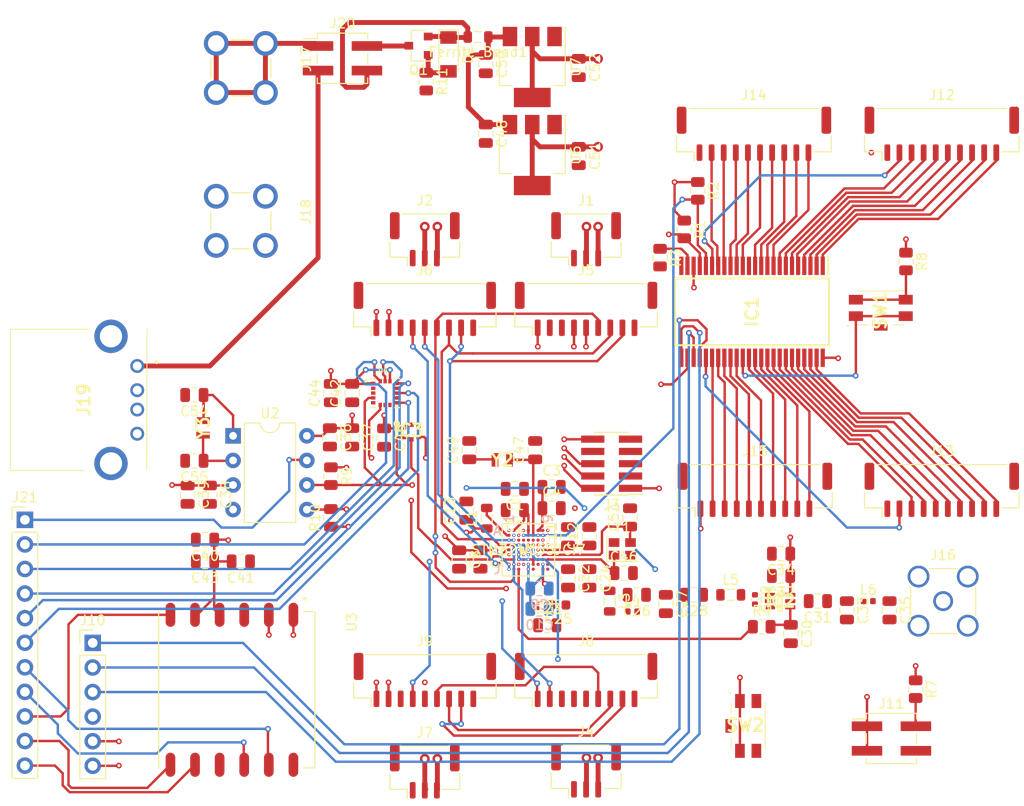
<source format=kicad_pcb>
(kicad_pcb (version 20171130) (host pcbnew "(5.1.10)-1")
  (layers (0 F.Cu signal) (1 In1.Cu signal) (2 In2.Cu signal) (31 B.Cu signal) (34 B.Paste user) (35 F.Paste user) (36 B.SilkS user hide) (37 F.SilkS user hide) (38 B.Mask user) (39 F.Mask user) (44 Edge.Cuts user))
  (net 0 "")
  (net 1 VBAT)
  (net 2 GNDREF)
  (net 3 VDDRF_1V55)
  (net 4 VR_PA)
  (net 5 RFI_P)
  (net 6 "Net-(C25-Pad1)")
  (net 7 RFI_N)
  (net 8 RFO_HP)
  (net 9 "Net-(C26-Pad1)")
  (net 10 "Net-(C28-Pad1)")
  (net 11 "Net-(C29-Pad1)")
  (net 12 "Net-(C30-Pad1)")
  (net 13 "Net-(C31-Pad2)")
  (net 14 "Net-(C31-Pad1)")
  (net 15 "Net-(C35-Pad1)")
  (net 16 OSC_IN)
  (net 17 OSC32_IN)
  (net 18 "Net-(C48-Pad1)")
  (net 19 OSC32_OUT)
  (net 20 5V)
  (net 21 OSC_OUT)
  (net 22 "Net-(C54-Pad1)")
  (net 23 "Net-(C55-Pad1)")
  (net 24 "Net-(D1-Pad1)")
  (net 25 "Net-(D1-Pad2)")
  (net 26 ENC1_1)
  (net 27 ENC1_2)
  (net 28 ENC1_3)
  (net 29 ENC1_4)
  (net 30 ENC2_1)
  (net 31 ENC2_2)
  (net 32 ENC2_3)
  (net 33 ENC2_4)
  (net 34 ENC5_1)
  (net 35 ENC5_2)
  (net 36 ENC5_3)
  (net 37 ENC5_4)
  (net 38 ENC6_1)
  (net 39 ENC6_2)
  (net 40 ENC6_3)
  (net 41 ENC6_4)
  (net 42 ENC_RST_3)
  (net 43 ENC_RST_4)
  (net 44 EXP_SCL)
  (net 45 EXP_SDA)
  (net 46 "Net-(IC1-Pad23)")
  (net 47 EXP_INT)
  (net 48 ENC_RST_2)
  (net 49 ENC_RST_1)
  (net 50 ENC8_4)
  (net 51 ENC8_3)
  (net 52 ENC8_2)
  (net 53 ENC8_1)
  (net 54 "Net-(IC1-Pad35)")
  (net 55 ENC7_4)
  (net 56 ENC7_3)
  (net 57 ENC7_2)
  (net 58 ENC7_1)
  (net 59 ENC4_4)
  (net 60 ENC4_3)
  (net 61 ENC4_2)
  (net 62 ENC4_1)
  (net 63 ENC3_4)
  (net 64 ENC3_3)
  (net 65 ENC3_2)
  (net 66 ENC3_1)
  (net 67 SCL)
  (net 68 TempHumid_DRDY)
  (net 69 SDA)
  (net 70 "Net-(IC3-Pad6)")
  (net 71 SWDIO)
  (net 72 SWCLK)
  (net 73 SWO)
  (net 74 "Net-(J3-Pad7)")
  (net 75 "Net-(J3-Pad8)")
  (net 76 NRST)
  (net 77 ADC_EOC1_1)
  (net 78 ADC_DOUT1)
  (net 79 ADC_DIN1)
  (net 80 ADC_SCLK1)
  (net 81 ADC_CS1_1)
  (net 82 ADC_CNVST1_1)
  (net 83 ADC_EOC1_2)
  (net 84 ADC_CS1_2)
  (net 85 ADC_CNVST1_2)
  (net 86 ADC_CNVST2_2)
  (net 87 ADC_CS2_2)
  (net 88 ADC_EOC2_2)
  (net 89 ADC_CNVST2_1)
  (net 90 ADC_CS2_1)
  (net 91 ADC_EOC2_1)
  (net 92 ADC_EOC3_1)
  (net 93 ADC_DOUT2)
  (net 94 ADC_DIN2)
  (net 95 ADC_SCLK2)
  (net 96 ADC_CS3_1)
  (net 97 ADC_CNVST3_1)
  (net 98 ADC_EOC3_2)
  (net 99 ADC_CS3_2)
  (net 100 ADC_CNVST3_2)
  (net 101 ADC_CNVST4_2)
  (net 102 ADC_CS4_2)
  (net 103 ADC_EOC4_2)
  (net 104 ADC_CNVST4_1)
  (net 105 ADC_CS4_1)
  (net 106 ADC_EOC4_1)
  (net 107 PC5)
  (net 108 "Net-(J11-Pad1)")
  (net 109 OR1)
  (net 110 OR3)
  (net 111 OR2)
  (net 112 OR4)
  (net 113 "Net-(J17-Pad1)")
  (net 114 +5V)
  (net 115 "Net-(J19-Pad2)")
  (net 116 "Net-(J19-Pad3)")
  (net 117 "Net-(J20-Pad2)")
  (net 118 "Net-(L1-Pad2)")
  (net 119 RF_CTRL)
  (net 120 TX)
  (net 121 RX)
  (net 122 "Net-(U4-Pad7)")
  (net 123 "Net-(U4-Pad8)")
  (net 124 RFO_LP)
  (net 125 GPS_AADET_N)
  (net 126 GPS_TIMER)
  (net 127 GPS_1PPS)
  (net 128 GPS_EX_ANT)
  (net 129 GPS_RESET)
  (net 130 ACC_INT1)
  (net 131 ACC_INT2)
  (net 132 ACC_ADC1)
  (net 133 ACC_ADC2)
  (net 134 ACC_ADC3)
  (net 135 RTC_SQW)
  (net 136 EXP_3)
  (net 137 EXP_2)
  (net 138 EXP_1)
  (net 139 EXP_0)
  (net 140 "Net-(J11-Pad2)")
  (net 141 "Net-(R8-Pad2)")
  (module Connector_JST:JST_GH_BM03B-GHS-TBT_1x03-1MP_P1.25mm_Vertical (layer F.Cu) (at 160.96 79)
    (fp_text reference J1 (at 0 -4) (layer F.SilkS))
    (fp_text value Conn_01x03)
    (pad MP smd roundrect (at 3.1 -1.4) (size 1 2.8) (layers F.Cu F.Paste F.Mask))
    (pad MP smd roundrect (at -3.1 -1.4) (size 1 2.8) (layers F.Cu F.Paste F.Mask))
    (pad 3 smd roundrect (at 1.25 1.95) (size 0.6 1.7) (layers F.Cu F.Paste F.Mask) (net 20 5V))
    (pad 2 smd roundrect (at 0 1.95) (size 0.6 1.7) (layers F.Cu F.Paste F.Mask) (net 1 VBAT))
    (pad 1 smd roundrect (at -1.25 1.95) (size 0.6 1.7) (layers F.Cu F.Paste F.Mask) (net 2 GNDREF))
  )
  (module Resistor_SMD:R_0805_2012Metric (layer F.Cu) (at 134.6 103.4875 270)
    (fp_text reference R9 (at 0 -1.65 90) (layer F.SilkS))
    (fp_text value 2.2k)
    (pad 1 smd roundrect (at -0.9125 0 270) (size 1.025 1.4) (layers F.Cu F.Paste F.Mask) (roundrect_rratio 0.243902) (net 1 VBAT))
    (pad 2 smd roundrect (at 0.9125 0 270) (size 1.025 1.4) (layers F.Cu F.Paste F.Mask) (roundrect_rratio 0.243902) (net 67 SCL))
  )
  (module MCU_ST_STM3255JCI7:STM32WL55JCI7 (layer F.Cu) (at 155 111.1)
    (fp_text reference U1 (at 0 0) (layer F.SilkS))
    (fp_text value STM32WL55JCI7 (at 0 0) (layer F.SilkS))
    (fp_text user * (at 0 0) (layer F.SilkS))
    (fp_text user A (at -3.2131 -2.000504) (layer F.SilkS))
    (fp_text user A (at -3.2131 -2.000504) (layer B.SilkS))
    (fp_text user J (at -3.2131 2.000504) (layer F.SilkS))
    (fp_text user J (at -3.2131 2.000504) (layer B.SilkS))
    (fp_text user 1 (at -2.000504 -3.2131 90) (layer F.SilkS))
    (fp_text user 1 (at -2.000504 -3.2131 90) (layer B.SilkS))
    (fp_text user 9 (at 2.000504 -3.2131 90) (layer F.SilkS))
    (fp_text user 9 (at 2.000504 -3.2131 90) (layer B.SilkS))
    (pad A1 smd circle (at -2.000504 -2.000504) (size 0.3302 0.3302) (layers F.Cu F.Paste F.Mask) (net 2 GNDREF))
    (pad A2 smd circle (at -1.500378 -2.000504) (size 0.3302 0.3302) (layers F.Cu F.Paste F.Mask) (net 1 VBAT))
    (pad A4 smd circle (at -0.500126 -2.000504) (size 0.3302 0.3302) (layers F.Cu F.Paste F.Mask) (net 72 SWCLK))
    (pad A5 smd circle (at 0 -2.000504) (size 0.3302 0.3302) (layers F.Cu F.Paste F.Mask) (net 1 VBAT))
    (pad A7 smd circle (at 1.000252 -2.000504) (size 0.3302 0.3302) (layers F.Cu F.Paste F.Mask) (net 1 VBAT))
    (pad A8 smd circle (at 1.500378 -2.000504) (size 0.3302 0.3302) (layers F.Cu F.Paste F.Mask) (net 1 VBAT))
    (pad A9 smd circle (at 2.000504 -2.000504) (size 0.3302 0.3302) (layers F.Cu F.Paste F.Mask) (net 87 ADC_CS2_2))
    (pad B1 smd circle (at -2.000504 -1.500378) (size 0.3302 0.3302) (layers F.Cu F.Paste F.Mask) (net 118 "Net-(L1-Pad2)"))
    (pad B2 smd circle (at -1.500378 -1.500378) (size 0.3302 0.3302) (layers F.Cu F.Paste F.Mask) (net 3 VDDRF_1V55))
    (pad B3 smd circle (at -1.000252 -1.500378) (size 0.3302 0.3302) (layers F.Cu F.Paste F.Mask) (net 81 ADC_CS1_1))
    (pad B4 smd circle (at -0.500126 -1.500378) (size 0.3302 0.3302) (layers F.Cu F.Paste F.Mask) (net 44 EXP_SCL))
    (pad B5 smd circle (at 0 -1.500378) (size 0.3302 0.3302) (layers F.Cu F.Paste F.Mask) (net 1 VBAT))
    (pad B6 smd circle (at 0.500126 -1.500378) (size 0.3302 0.3302) (layers F.Cu F.Paste F.Mask) (net 17 OSC32_IN))
    (pad B7 smd circle (at 1.000252 -1.500378) (size 0.3302 0.3302) (layers F.Cu F.Paste F.Mask) (net 2 GNDREF))
    (pad B8 smd circle (at 1.500378 -1.500378) (size 0.3302 0.3302) (layers F.Cu F.Paste F.Mask) (net 71 SWDIO))
    (pad B9 smd circle (at 2.000504 -1.500378) (size 0.3302 0.3302) (layers F.Cu F.Paste F.Mask) (net 45 EXP_SDA))
    (pad C1 smd circle (at -2.000504 -1.000252) (size 0.3302 0.3302) (layers F.Cu F.Paste F.Mask) (net 73 SWO))
    (pad C2 smd circle (at -1.500378 -1.000252) (size 0.3302 0.3302) (layers F.Cu F.Paste F.Mask) (net 78 ADC_DOUT1))
    (pad C3 smd circle (at -1.000252 -1.000252) (size 0.3302 0.3302) (layers F.Cu F.Paste F.Mask) (net 102 ADC_CS4_2))
    (pad C4 smd circle (at -0.500126 -1.000252) (size 0.3302 0.3302) (layers F.Cu F.Paste F.Mask) (net 96 ADC_CS3_1))
    (pad C5 smd circle (at 0 -1.000252) (size 0.3302 0.3302) (layers F.Cu F.Paste F.Mask) (net 19 OSC32_OUT))
    (pad C6 smd circle (at 0.500126 -1.000252) (size 0.3302 0.3302) (layers F.Cu F.Paste F.Mask) (net 93 ADC_DOUT2))
    (pad C7 smd circle (at 1.000252 -1.000252) (size 0.3302 0.3302) (layers F.Cu F.Paste F.Mask) (net 109 OR1))
    (pad C8 smd circle (at 1.500378 -1.000252) (size 0.3302 0.3302) (layers F.Cu F.Paste F.Mask) (net 69 SDA))
    (pad D2 smd circle (at -1.500378 -0.500126) (size 0.3302 0.3302) (layers F.Cu F.Paste F.Mask) (net 79 ADC_DIN1))
    (pad D3 smd circle (at -1.000252 -0.500126) (size 0.3302 0.3302) (layers F.Cu F.Paste F.Mask) (net 67 SCL))
    (pad D4 smd circle (at -0.500126 -0.500126) (size 0.3302 0.3302) (layers F.Cu F.Paste F.Mask) (net 111 OR2))
    (pad D5 smd circle (at 0 -0.500126) (size 0.3302 0.3302) (layers F.Cu F.Paste F.Mask) (net 94 ADC_DIN2))
    (pad D6 smd circle (at 0.500126 -0.500126) (size 0.3302 0.3302) (layers F.Cu F.Paste F.Mask) (net 110 OR3))
    (pad D7 smd circle (at 1.000252 -0.500126) (size 0.3302 0.3302) (layers F.Cu F.Paste F.Mask) (net 95 ADC_SCLK2))
    (pad D8 smd circle (at 1.500378 -0.500126) (size 0.3302 0.3302) (layers F.Cu F.Paste F.Mask) (net 84 ADC_CS1_2))
    (pad D9 smd circle (at 2.000504 -0.500126) (size 0.3302 0.3302) (layers F.Cu F.Paste F.Mask) (net 2 GNDREF))
    (pad E1 smd circle (at -2.000504 0) (size 0.3302 0.3302) (layers F.Cu F.Paste F.Mask) (net 68 TempHumid_DRDY))
    (pad E2 smd circle (at -1.500378 0) (size 0.3302 0.3302) (layers F.Cu F.Paste F.Mask) (net 1 VBAT))
    (pad E3 smd circle (at -1.000252 0) (size 0.3302 0.3302) (layers F.Cu F.Paste F.Mask) (net 2 GNDREF))
    (pad E4 smd circle (at -0.500126 0) (size 0.3302 0.3302) (layers F.Cu F.Paste F.Mask) (net 107 PC5))
    (pad E5 smd circle (at 0 0) (size 0.3302 0.3302) (layers F.Cu F.Paste F.Mask) (net 99 ADC_CS3_2))
    (pad E6 smd circle (at 0.500126 0) (size 0.3302 0.3302) (layers F.Cu F.Paste F.Mask) (net 105 ADC_CS4_1))
    (pad E7 smd circle (at 1.000252 0) (size 0.3302 0.3302) (layers F.Cu F.Paste F.Mask) (net 101 ADC_CNVST4_2))
    (pad E8 smd circle (at 1.500378 0) (size 0.3302 0.3302) (layers F.Cu F.Paste F.Mask) (net 1 VBAT))
    (pad E9 smd circle (at 2.000504 0) (size 0.3302 0.3302) (layers F.Cu F.Paste F.Mask) (net 1 VBAT))
    (pad F1 smd circle (at -2.000504 0.500126) (size 0.3302 0.3302) (layers F.Cu F.Paste F.Mask) (net 104 ADC_CNVST4_1))
    (pad F2 smd circle (at -1.500378 0.500126) (size 0.3302 0.3302) (layers F.Cu F.Paste F.Mask) (net 100 ADC_CNVST3_2))
    (pad F3 smd circle (at -1.000252 0.500126) (size 0.3302 0.3302) (layers F.Cu F.Paste F.Mask) (net 97 ADC_CNVST3_1))
    (pad F4 smd circle (at -0.500126 0.500126) (size 0.3302 0.3302) (layers F.Cu F.Paste F.Mask) (net 47 EXP_INT))
    (pad F5 smd circle (at 0 0.500126) (size 0.3302 0.3302) (layers F.Cu F.Paste F.Mask) (net 76 NRST))
    (pad F6 smd circle (at 0.500126 0.500126) (size 0.3302 0.3302) (layers F.Cu F.Paste F.Mask) (net 86 ADC_CNVST2_2))
    (pad F7 smd circle (at 1.000252 0.500126) (size 0.3302 0.3302) (layers F.Cu F.Paste F.Mask) (net 3 VDDRF_1V55))
    (pad F8 smd circle (at 1.500378 0.500126) (size 0.3302 0.3302) (layers F.Cu F.Paste F.Mask) (net 21 OSC_OUT))
    (pad G2 smd circle (at -1.500378 1.000252) (size 0.3302 0.3302) (layers F.Cu F.Paste F.Mask) (net 89 ADC_CNVST2_1))
    (pad G3 smd circle (at -1.000252 1.000252) (size 0.3302 0.3302) (layers F.Cu F.Paste F.Mask) (net 112 OR4))
    (pad G4 smd circle (at -0.500126 1.000252) (size 0.3302 0.3302) (layers F.Cu F.Paste F.Mask) (net 96 ADC_CS3_1))
    (pad G5 smd circle (at 0 1.000252) (size 0.3302 0.3302) (layers F.Cu F.Paste F.Mask) (net 2 GNDREF))
    (pad G6 smd circle (at 0.500126 1.000252) (size 0.3302 0.3302) (layers F.Cu F.Paste F.Mask) (net 2 GNDREF))
    (pad G7 smd circle (at 1.000252 1.000252) (size 0.3302 0.3302) (layers F.Cu F.Paste F.Mask) (net 2 GNDREF))
    (pad G8 smd circle (at 1.500378 1.000252) (size 0.3302 0.3302) (layers F.Cu F.Paste F.Mask) (net 2 GNDREF))
    (pad G9 smd circle (at 2.000504 1.000252) (size 0.3302 0.3302) (layers F.Cu F.Paste F.Mask) (net 16 OSC_IN))
    (pad H1 smd circle (at -2.000504 1.500378) (size 0.3302 0.3302) (layers F.Cu F.Paste F.Mask) (net 120 TX))
    (pad H2 smd circle (at -1.500378 1.500378) (size 0.3302 0.3302) (layers F.Cu F.Paste F.Mask) (net 121 RX))
    (pad H3 smd circle (at -1.000252 1.500378) (size 0.3302 0.3302) (layers F.Cu F.Paste F.Mask) (net 85 ADC_CNVST1_2))
    (pad H4 smd circle (at -0.500126 1.500378) (size 0.3302 0.3302) (layers F.Cu F.Paste F.Mask) (net 82 ADC_CNVST1_1))
    (pad H5 smd circle (at 0 1.500378) (size 0.3302 0.3302) (layers F.Cu F.Paste F.Mask) (net 1 VBAT))
    (pad H6 smd circle (at 0.500126 1.500378) (size 0.3302 0.3302) (layers F.Cu F.Paste F.Mask) (net 2 GNDREF))
    (pad H7 smd circle (at 1.000252 1.500378) (size 0.3302 0.3302) (layers F.Cu F.Paste F.Mask) (net 7 RFI_N))
    (pad H8 smd circle (at 1.500378 1.500378) (size 0.3302 0.3302) (layers F.Cu F.Paste F.Mask) (net 1 VBAT))
    (pad H9 smd circle (at 2.000504 1.500378) (size 0.3302 0.3302) (layers F.Cu F.Paste F.Mask) (net 4 VR_PA))
    (pad J1 smd circle (at -2.000504 2.000504) (size 0.3302 0.3302) (layers F.Cu F.Paste F.Mask) (net 90 ADC_CS2_1))
    (pad J2 smd circle (at -1.500378 2.000504) (size 0.3302 0.3302) (layers F.Cu F.Paste F.Mask) (net 80 ADC_SCLK1))
    (pad J3 smd circle (at -1.000252 2.000504) (size 0.3302 0.3302) (layers F.Cu F.Paste F.Mask) (net 119 RF_CTRL))
    (pad J5 smd circle (at 0 2.000504) (size 0.3302 0.3302) (layers F.Cu F.Paste F.Mask) (net 108 "Net-(J11-Pad1)"))
    (pad J6 smd circle (at 0.500126 2.000504) (size 0.3302 0.3302) (layers F.Cu F.Paste F.Mask) (net 5 RFI_P))
    (pad J8 smd circle (at 1.500378 2.000504) (size 0.3302 0.3302) (layers F.Cu F.Paste F.Mask) (net 124 RFO_LP))
    (pad J9 smd circle (at 2.000504 2.000504) (size 0.3302 0.3302) (layers F.Cu F.Paste F.Mask) (net 8 RFO_HP))
  )
  (module Resistor_SMD:R_0805_2012Metric (layer F.Cu) (at 194 81.3 270)
    (fp_text reference R8 (at 0 -1.65 90) (layer F.SilkS))
    (fp_text value 1k)
    (pad 2 smd roundrect (at 0.9125 0 270) (size 1.025 1.4) (layers F.Cu F.Paste F.Mask) (roundrect_rratio 0.243902) (net 141 "Net-(R8-Pad2)"))
    (pad 1 smd roundrect (at -0.9125 0 270) (size 1.025 1.4) (layers F.Cu F.Paste F.Mask) (roundrect_rratio 0.243902) (net 1 VBAT))
  )
  (module Resistor_SMD:R_0805_2012Metric (layer F.Cu) (at 195 125.5 270)
    (fp_text reference R7 (at 0 -1.65 90) (layer F.SilkS))
    (fp_text value 1k)
    (pad 2 smd roundrect (at 0.9125 0 270) (size 1.025 1.4) (layers F.Cu F.Paste F.Mask) (roundrect_rratio 0.243902) (net 140 "Net-(J11-Pad2)"))
    (pad 1 smd roundrect (at -0.9125 0 270) (size 1.025 1.4) (layers F.Cu F.Paste F.Mask) (roundrect_rratio 0.243902) (net 1 VBAT))
  )
  (module Connector_PinHeader_2.54mm:PinHeader_1x06_P2.54mm_Vertical (layer F.Cu) (at 110 120.72)
    (fp_text reference J10 (at 0 -2.33) (layer F.SilkS))
    (fp_text value Conn_01x06_Male)
    (pad 6 thru_hole oval (at 0 12.7) (size 1.7 1.7) (drill 1) (layers *.Cu *.Mask) (net 124 RFO_LP))
    (pad 5 thru_hole oval (at 0 10.16) (size 1.7 1.7) (drill 1) (layers *.Cu *.Mask) (net 107 PC5))
    (pad 4 thru_hole oval (at 0 7.62) (size 1.7 1.7) (drill 1) (layers *.Cu *.Mask) (net 136 EXP_3))
    (pad 3 thru_hole oval (at 0 5.08) (size 1.7 1.7) (drill 1) (layers *.Cu *.Mask) (net 137 EXP_2))
    (pad 2 thru_hole oval (at 0 2.54) (size 1.7 1.7) (drill 1) (layers *.Cu *.Mask) (net 138 EXP_1))
    (pad 1 thru_hole rect (at 0 0) (size 1.7 1.7) (drill 1) (layers *.Cu *.Mask) (net 139 EXP_0))
  )
  (module Capacitor_SMD:C_0805_2012Metric (layer F.Cu) (at 153.6 107 180)
    (fp_text reference C2 (at 0 -1.68) (layer F.SilkS))
    (fp_text value 100nF)
    (pad 1 smd roundrect (at -0.95 0 180) (size 1 1.45) (layers F.Cu F.Paste F.Mask) (net 1 VBAT))
    (pad 2 smd roundrect (at 0.95 0 180) (size 1 1.45) (layers F.Cu F.Paste F.Mask) (net 2 GNDREF))
  )
  (module Capacitor_SMD:C_0805_2012Metric (layer F.Cu) (at 153.6 104.8 180)
    (fp_text reference C1 (at 0 -1.68) (layer F.SilkS))
    (fp_text value 100nF)
    (pad 1 smd roundrect (at -0.95 0 180) (size 1 1.45) (layers F.Cu F.Paste F.Mask) (net 1 VBAT))
    (pad 2 smd roundrect (at 0.95 0 180) (size 1 1.45) (layers F.Cu F.Paste F.Mask) (net 2 GNDREF))
  )
  (module EVQ-P2F02K:EVQP2V02W (layer F.Cu) (at 177.7 129.3)
    (fp_text reference SW2 (at -0.3 -0.075) (layer F.SilkS) (effects (font (size 1.27 1.27) (thickness 0.254))))
    (fp_text value SW_MEC_5E hide)
    (pad 5 smd rect (at -2.025 0) (size 0.65 1.4) (layers F.Cu F.Paste F.Mask))
    (pad 4 smd rect (at 0.85 2.575) (size 1 1.45) (layers F.Cu F.Paste F.Mask) (net 2 GNDREF))
    (pad 3 smd rect (at -0.85 2.575) (size 1 1.45) (layers F.Cu F.Paste F.Mask) (net 76 NRST))
    (pad 2 smd rect (at 0.85 -2.575) (size 1 1.45) (layers F.Cu F.Paste F.Mask) (net 2 GNDREF))
    (pad 1 smd rect (at -0.85 -2.575) (size 1 1.45) (layers F.Cu F.Paste F.Mask) (net 76 NRST))
  )
  (module Connector_PinHeader_2.54mm:PinHeader_1x11_P2.54mm_Vertical (layer F.Cu) (at 103 108)
    (fp_text reference J21 (at 0 -2.33) (layer F.SilkS))
    (fp_text value Conn_01x11_Male)
    (pad 11 thru_hole oval (at 0 25.4) (size 1.7 1.7) (drill 1) (layers *.Cu *.Mask) (net 125 GPS_AADET_N))
    (pad 10 thru_hole oval (at 0 22.86) (size 1.7 1.7) (drill 1) (layers *.Cu *.Mask) (net 126 GPS_TIMER))
    (pad 9 thru_hole oval (at 0 20.32) (size 1.7 1.7) (drill 1) (layers *.Cu *.Mask) (net 127 GPS_1PPS))
    (pad 8 thru_hole oval (at 0 17.78) (size 1.7 1.7) (drill 1) (layers *.Cu *.Mask) (net 129 GPS_RESET))
    (pad 7 thru_hole oval (at 0 15.24) (size 1.7 1.7) (drill 1) (layers *.Cu *.Mask) (net 128 GPS_EX_ANT))
    (pad 6 thru_hole oval (at 0 12.7) (size 1.7 1.7) (drill 1) (layers *.Cu *.Mask) (net 130 ACC_INT1))
    (pad 5 thru_hole oval (at 0 10.16) (size 1.7 1.7) (drill 1) (layers *.Cu *.Mask) (net 131 ACC_INT2))
    (pad 4 thru_hole oval (at 0 7.62) (size 1.7 1.7) (drill 1) (layers *.Cu *.Mask) (net 134 ACC_ADC3))
    (pad 3 thru_hole oval (at 0 5.08) (size 1.7 1.7) (drill 1) (layers *.Cu *.Mask) (net 133 ACC_ADC2))
    (pad 2 thru_hole oval (at 0 2.54) (size 1.7 1.7) (drill 1) (layers *.Cu *.Mask) (net 132 ACC_ADC1))
    (pad 1 thru_hole rect (at 0 0) (size 1.7 1.7) (drill 1) (layers *.Cu *.Mask) (net 135 RTC_SQW))
  )
  (module Capacitor_SMD:C_0805_2012Metric (layer F.Cu) (at 157.4 104.6)
    (fp_text reference C3 (at 0 -1.68) (layer F.SilkS))
    (fp_text value 100nF)
    (pad 1 smd roundrect (at -0.95 0) (size 1 1.45) (layers F.Cu F.Paste F.Mask) (net 1 VBAT))
    (pad 2 smd roundrect (at 0.95 0) (size 1 1.45) (layers F.Cu F.Paste F.Mask) (net 2 GNDREF))
  )
  (module Capacitor_SMD:C_0805_2012Metric (layer F.Cu) (at 157.4 106.8)
    (fp_text reference C4 (at 0 -1.68) (layer F.SilkS))
    (fp_text value 100nF)
    (pad 2 smd roundrect (at 0.95 0) (size 1 1.45) (layers F.Cu F.Paste F.Mask) (net 2 GNDREF))
    (pad 1 smd roundrect (at -0.95 0) (size 1 1.45) (layers F.Cu F.Paste F.Mask) (net 1 VBAT))
  )
  (module Capacitor_SMD:C_0805_2012Metric (layer F.Cu) (at 150.05 112.1 270)
    (fp_text reference C7 (at 0 -1.68 90) (layer F.SilkS))
    (fp_text value 100nF)
    (pad 2 smd roundrect (at 0.95 0 270) (size 1 1.45) (layers F.Cu F.Paste F.Mask) (net 2 GNDREF))
    (pad 1 smd roundrect (at -0.95 0 270) (size 1 1.45) (layers F.Cu F.Paste F.Mask) (net 1 VBAT))
  )
  (module Capacitor_SMD:C_0805_2012Metric (layer F.Cu) (at 147.85 112.1 270)
    (fp_text reference C8 (at 0 -1.68 90) (layer F.SilkS))
    (fp_text value 100nF)
    (pad 1 smd roundrect (at -0.95 0 270) (size 1 1.45) (layers F.Cu F.Paste F.Mask) (net 1 VBAT))
    (pad 2 smd roundrect (at 0.95 0 270) (size 1 1.45) (layers F.Cu F.Paste F.Mask) (net 2 GNDREF))
  )
  (module Capacitor_SMD:C_0805_2012Metric (layer B.Cu) (at 156.15 115.1)
    (fp_text reference C9 (at 0 1.68) (layer B.SilkS) (effects (justify mirror)))
    (fp_text value 100nF)
    (pad 2 smd roundrect (at 0.95 0) (size 1 1.45) (layers B.Cu B.Paste B.Mask) (net 2 GNDREF))
    (pad 1 smd roundrect (at -0.95 0) (size 1 1.45) (layers B.Cu B.Paste B.Mask) (net 1 VBAT))
  )
  (module Capacitor_SMD:C_0805_2012Metric (layer B.Cu) (at 156.15 117.2)
    (fp_text reference C10 (at 0 1.68) (layer B.SilkS) (effects (justify mirror)))
    (fp_text value 100nF)
    (pad 1 smd roundrect (at -0.95 0) (size 1 1.45) (layers B.Cu B.Paste B.Mask) (net 1 VBAT))
    (pad 2 smd roundrect (at 0.95 0) (size 1 1.45) (layers B.Cu B.Paste B.Mask) (net 2 GNDREF))
  )
  (module Capacitor_SMD:C_0805_2012Metric (layer F.Cu) (at 159.1 109.7 90)
    (fp_text reference C11 (at 0 -1.68 90) (layer F.SilkS))
    (fp_text value 100nF)
    (pad 2 smd roundrect (at 0.95 0 90) (size 1 1.45) (layers F.Cu F.Paste F.Mask) (net 2 GNDREF))
    (pad 1 smd roundrect (at -0.95 0 90) (size 1 1.45) (layers F.Cu F.Paste F.Mask) (net 1 VBAT))
  )
  (module Capacitor_SMD:C_0805_2012Metric (layer F.Cu) (at 161.3 109.7 90)
    (fp_text reference C12 (at 0 -1.68 90) (layer F.SilkS))
    (fp_text value 100nF)
    (pad 1 smd roundrect (at -0.95 0 90) (size 1 1.45) (layers F.Cu F.Paste F.Mask) (net 1 VBAT))
    (pad 2 smd roundrect (at 0.95 0 90) (size 1 1.45) (layers F.Cu F.Paste F.Mask) (net 2 GNDREF))
  )
  (module Capacitor_SMD:C_0805_2012Metric (layer F.Cu) (at 148.6 107.05 90)
    (fp_text reference C13 (at 0 -1.68 90) (layer F.SilkS))
    (fp_text value 470nF)
    (pad 2 smd roundrect (at 0.95 0 90) (size 1 1.45) (layers F.Cu F.Paste F.Mask) (net 2 GNDREF))
    (pad 1 smd roundrect (at -0.95 0 90) (size 1 1.45) (layers F.Cu F.Paste F.Mask) (net 3 VDDRF_1V55))
  )
  (module Capacitor_SMD:C_0805_2012Metric (layer F.Cu) (at 159.1 114.05 270)
    (fp_text reference C22 (at 0 -1.68 90) (layer F.SilkS))
    (fp_text value 47nF)
    (pad 2 smd roundrect (at 0.95 0 270) (size 1 1.45) (layers F.Cu F.Paste F.Mask) (net 2 GNDREF))
    (pad 1 smd roundrect (at -0.95 0 270) (size 1 1.45) (layers F.Cu F.Paste F.Mask) (net 4 VR_PA))
  )
  (module Capacitor_SMD:C_0805_2012Metric (layer F.Cu) (at 156.95 118.9)
    (fp_text reference C23 (at 0 -1.68) (layer F.SilkS))
    (fp_text value 1.8pF)
    (pad 1 smd roundrect (at -0.95 0) (size 1 1.45) (layers F.Cu F.Paste F.Mask) (net 5 RFI_P))
    (pad 2 smd roundrect (at 0.95 0) (size 1 1.45) (layers F.Cu F.Paste F.Mask) (net 2 GNDREF))
  )
  (module Capacitor_SMD:C_0805_2012Metric (layer F.Cu) (at 161.3 114.05 270)
    (fp_text reference C24 (at 0 -1.68 90) (layer F.SilkS))
    (fp_text value 47pF)
    (pad 1 smd roundrect (at -0.95 0 270) (size 1 1.45) (layers F.Cu F.Paste F.Mask) (net 4 VR_PA))
    (pad 2 smd roundrect (at 0.95 0 270) (size 1 1.45) (layers F.Cu F.Paste F.Mask) (net 2 GNDREF))
  )
  (module Capacitor_SMD:C_0603_1608Metric (layer F.Cu) (at 158.1 116.8 180)
    (fp_text reference C25 (at 0 -1.43) (layer F.SilkS))
    (fp_text value 2.4pF)
    (pad 1 smd roundrect (at -0.775 0 180) (size 0.9 0.95) (layers F.Cu F.Paste F.Mask) (net 6 "Net-(C25-Pad1)"))
    (pad 2 smd roundrect (at 0.775 0 180) (size 0.9 0.95) (layers F.Cu F.Paste F.Mask) (net 7 RFI_N))
  )
  (module Capacitor_SMD:C_0805_2012Metric (layer F.Cu) (at 166.2 115.75 180)
    (fp_text reference C26 (at 0 -1.68) (layer F.SilkS))
    (fp_text value 3.3pF)
    (pad 2 smd roundrect (at 0.95 0 180) (size 1 1.45) (layers F.Cu F.Paste F.Mask) (net 8 RFO_HP))
    (pad 1 smd roundrect (at -0.95 0 180) (size 1 1.45) (layers F.Cu F.Paste F.Mask) (net 9 "Net-(C26-Pad1)"))
  )
  (module Capacitor_SMD:C_0805_2012Metric (layer F.Cu) (at 169.2 116.7 270)
    (fp_text reference C27 (at 0 -1.68 90) (layer F.SilkS))
    (fp_text value 5.6pF)
    (pad 2 smd roundrect (at 0.95 0 270) (size 1 1.45) (layers F.Cu F.Paste F.Mask) (net 2 GNDREF))
    (pad 1 smd roundrect (at -0.95 0 270) (size 1 1.45) (layers F.Cu F.Paste F.Mask) (net 9 "Net-(C26-Pad1)"))
  )
  (module Capacitor_SMD:C_0805_2012Metric (layer F.Cu) (at 172.1 115.75 180)
    (fp_text reference C28 (at 0 -1.68) (layer F.SilkS))
    (fp_text value 39pF)
    (pad 1 smd roundrect (at -0.95 0 180) (size 1 1.45) (layers F.Cu F.Paste F.Mask) (net 10 "Net-(C28-Pad1)"))
    (pad 2 smd roundrect (at 0.95 0 180) (size 1 1.45) (layers F.Cu F.Paste F.Mask) (net 9 "Net-(C26-Pad1)"))
  )
  (module Capacitor_SMD:C_0402_1005Metric (layer F.Cu) (at 178.4 116.23 270)
    (fp_text reference C29 (at 0 -1.16 90) (layer F.SilkS))
    (fp_text value 2.2pF)
    (pad 1 smd roundrect (at -0.48 0 270) (size 0.56 0.62) (layers F.Cu F.Paste F.Mask) (net 11 "Net-(C29-Pad1)"))
    (pad 2 smd roundrect (at 0.48 0 270) (size 0.56 0.62) (layers F.Cu F.Paste F.Mask) (net 2 GNDREF))
  )
  (module Capacitor_SMD:C_0805_2012Metric (layer F.Cu) (at 182.1 119.8 270)
    (fp_text reference C30 (at 0 -1.68 90) (layer F.SilkS))
    (fp_text value 1nF)
    (pad 1 smd roundrect (at -0.95 0 270) (size 1 1.45) (layers F.Cu F.Paste F.Mask) (net 12 "Net-(C30-Pad1)"))
    (pad 2 smd roundrect (at 0.95 0 270) (size 1 1.45) (layers F.Cu F.Paste F.Mask) (net 2 GNDREF))
  )
  (module Capacitor_SMD:C_0805_2012Metric (layer F.Cu) (at 184.9 116.4 180)
    (fp_text reference C31 (at 0 -1.68) (layer F.SilkS))
    (fp_text value 39pF)
    (pad 2 smd roundrect (at 0.95 0 180) (size 1 1.45) (layers F.Cu F.Paste F.Mask) (net 13 "Net-(C31-Pad2)"))
    (pad 1 smd roundrect (at -0.95 0 180) (size 1 1.45) (layers F.Cu F.Paste F.Mask) (net 14 "Net-(C31-Pad1)"))
  )
  (module Capacitor_SMD:C_0805_2012Metric (layer F.Cu) (at 181.1 113.8 180)
    (fp_text reference C32 (at 0 -1.68) (layer F.SilkS))
    (fp_text value 100nF)
    (pad 1 smd roundrect (at -0.95 0 180) (size 1 1.45) (layers F.Cu F.Paste F.Mask) (net 1 VBAT))
    (pad 2 smd roundrect (at 0.95 0 180) (size 1 1.45) (layers F.Cu F.Paste F.Mask) (net 2 GNDREF))
  )
  (module Capacitor_SMD:C_0805_2012Metric (layer F.Cu) (at 187.9 117.35 270)
    (fp_text reference C33 (at 0 -1.68 90) (layer F.SilkS))
    (fp_text value 3.3pF)
    (pad 1 smd roundrect (at -0.95 0 270) (size 1 1.45) (layers F.Cu F.Paste F.Mask) (net 14 "Net-(C31-Pad1)"))
    (pad 2 smd roundrect (at 0.95 0 270) (size 1 1.45) (layers F.Cu F.Paste F.Mask) (net 2 GNDREF))
  )
  (module Capacitor_SMD:C_0805_2012Metric (layer F.Cu) (at 181.1 111.5 180)
    (fp_text reference C34 (at 0 -1.68) (layer F.SilkS))
    (fp_text value 10uF)
    (pad 2 smd roundrect (at 0.95 0 180) (size 1 1.45) (layers F.Cu F.Paste F.Mask) (net 2 GNDREF))
    (pad 1 smd roundrect (at -0.95 0 180) (size 1 1.45) (layers F.Cu F.Paste F.Mask) (net 1 VBAT))
  )
  (module Capacitor_SMD:C_0805_2012Metric (layer F.Cu) (at 192.3 117.35 270)
    (fp_text reference C35 (at 0 -1.68 90) (layer F.SilkS))
    (fp_text value 3.3pF)
    (pad 2 smd roundrect (at 0.95 0 270) (size 1 1.45) (layers F.Cu F.Paste F.Mask) (net 2 GNDREF))
    (pad 1 smd roundrect (at -0.95 0 270) (size 1 1.45) (layers F.Cu F.Paste F.Mask) (net 15 "Net-(C35-Pad1)"))
  )
  (module Capacitor_SMD:C_0805_2012Metric (layer F.Cu) (at 134.5 99.475 270)
    (fp_text reference C36 (at 0 -1.68 90) (layer F.SilkS))
    (fp_text value 100nF)
    (pad 2 smd roundrect (at 0.95 0 270) (size 1 1.45) (layers F.Cu F.Paste F.Mask) (net 2 GNDREF))
    (pad 1 smd roundrect (at -0.95 0 270) (size 1 1.45) (layers F.Cu F.Paste F.Mask) (net 20 5V))
  )
  (module Capacitor_SMD:C_0805_2012Metric (layer F.Cu) (at 136.8 99.475 270)
    (fp_text reference C37 (at 0 -1.68 90) (layer F.SilkS))
    (fp_text value 10uF)
    (pad 1 smd roundrect (at -0.95 0 270) (size 1 1.45) (layers F.Cu F.Paste F.Mask) (net 20 5V))
    (pad 2 smd roundrect (at 0.95 0 270) (size 1 1.45) (layers F.Cu F.Paste F.Mask) (net 2 GNDREF))
  )
  (module Capacitor_SMD:C_0805_2012Metric (layer F.Cu) (at 122.1 105.4 270)
    (fp_text reference C38 (at 0 -1.68 90) (layer F.SilkS))
    (fp_text value 100nF)
    (pad 2 smd roundrect (at 0.95 0 270) (size 1 1.45) (layers F.Cu F.Paste F.Mask) (net 2 GNDREF))
    (pad 1 smd roundrect (at -0.95 0 270) (size 1 1.45) (layers F.Cu F.Paste F.Mask) (net 1 VBAT))
  )
  (module Capacitor_SMD:C_0805_2012Metric (layer F.Cu) (at 119.8 105.4 270)
    (fp_text reference C39 (at 0 -1.68 90) (layer F.SilkS))
    (fp_text value 10uF)
    (pad 1 smd roundrect (at -0.95 0 270) (size 1 1.45) (layers F.Cu F.Paste F.Mask) (net 1 VBAT))
    (pad 2 smd roundrect (at 0.95 0 270) (size 1 1.45) (layers F.Cu F.Paste F.Mask) (net 2 GNDREF))
  )
  (module Capacitor_SMD:C_0805_2012Metric (layer F.Cu) (at 121.6 110.05 180)
    (fp_text reference C40 (at 0 -1.68) (layer F.SilkS))
    (fp_text value 100nF)
    (pad 2 smd roundrect (at 0.95 0 180) (size 1 1.45) (layers F.Cu F.Paste F.Mask) (net 2 GNDREF))
    (pad 1 smd roundrect (at -0.95 0 180) (size 1 1.45) (layers F.Cu F.Paste F.Mask) (net 1 VBAT))
  )
  (module Capacitor_SMD:C_0805_2012Metric (layer F.Cu) (at 125.3 112.3 180)
    (fp_text reference C41 (at 0 -1.68) (layer F.SilkS))
    (fp_text value 100nF)
    (pad 1 smd roundrect (at -0.95 0 180) (size 1 1.45) (layers F.Cu F.Paste F.Mask) (net 2 GNDREF))
    (pad 2 smd roundrect (at 0.95 0 180) (size 1 1.45) (layers F.Cu F.Paste F.Mask) (net 1 VBAT))
  )
  (module Capacitor_SMD:C_0805_2012Metric (layer F.Cu) (at 136.8 94.9 90)
    (fp_text reference C42 (at 0 -1.68 90) (layer F.SilkS))
    (fp_text value 100nF)
    (pad 1 smd roundrect (at -0.95 0 90) (size 1 1.45) (layers F.Cu F.Paste F.Mask) (net 2 GNDREF))
    (pad 2 smd roundrect (at 0.95 0 90) (size 1 1.45) (layers F.Cu F.Paste F.Mask) (net 1 VBAT))
  )
  (module Capacitor_SMD:C_0805_2012Metric (layer F.Cu) (at 121.6 112.3 180)
    (fp_text reference C43 (at 0 -1.68) (layer F.SilkS))
    (fp_text value 10uF)
    (pad 2 smd roundrect (at 0.95 0 180) (size 1 1.45) (layers F.Cu F.Paste F.Mask) (net 2 GNDREF))
    (pad 1 smd roundrect (at -0.95 0 180) (size 1 1.45) (layers F.Cu F.Paste F.Mask) (net 1 VBAT))
  )
  (module Capacitor_SMD:C_0805_2012Metric (layer F.Cu) (at 134.6 94.9 90)
    (fp_text reference C44 (at 0 -1.68 90) (layer F.SilkS))
    (fp_text value 10uF)
    (pad 2 smd roundrect (at 0.95 0 90) (size 1 1.45) (layers F.Cu F.Paste F.Mask) (net 1 VBAT))
    (pad 1 smd roundrect (at -0.95 0 90) (size 1 1.45) (layers F.Cu F.Paste F.Mask) (net 2 GNDREF))
  )
  (module Capacitor_SMD:C_0805_2012Metric (layer F.Cu) (at 140.1 99.5 270)
    (fp_text reference C45 (at 0 -1.68 90) (layer F.SilkS))
    (fp_text value 100nF)
    (pad 1 smd roundrect (at -0.95 0 270) (size 1 1.45) (layers F.Cu F.Paste F.Mask) (net 1 VBAT))
    (pad 2 smd roundrect (at 0.95 0 270) (size 1 1.45) (layers F.Cu F.Paste F.Mask) (net 2 GNDREF))
  )
  (module Capacitor_SMD:C_0805_2012Metric (layer F.Cu) (at 164.85 113.5)
    (fp_text reference C46 (at 0 -1.68) (layer F.SilkS))
    (fp_text value 2.2pF)
    (pad 2 smd roundrect (at 0.95 0) (size 1 1.45) (layers F.Cu F.Paste F.Mask) (net 2 GNDREF))
    (pad 1 smd roundrect (at -0.95 0) (size 1 1.45) (layers F.Cu F.Paste F.Mask) (net 16 OSC_IN))
  )
  (module Capacitor_SMD:C_0805_2012Metric (layer F.Cu) (at 155.7 100.8 90)
    (fp_text reference C47 (at 0 -1.68 90) (layer F.SilkS))
    (fp_text value 15pF)
    (pad 2 smd roundrect (at 0.95 0 90) (size 1 1.45) (layers F.Cu F.Paste F.Mask) (net 2 GNDREF))
    (pad 1 smd roundrect (at -0.95 0 90) (size 1 1.45) (layers F.Cu F.Paste F.Mask) (net 17 OSC32_IN))
  )
  (module Capacitor_SMD:C_0805_2012Metric (layer F.Cu) (at 150.6 68.1 270)
    (fp_text reference C48 (at 0 -1.68 90) (layer F.SilkS))
    (fp_text value 10uF)
    (pad 2 smd roundrect (at 0.95 0 270) (size 1 1.45) (layers F.Cu F.Paste F.Mask) (net 2 GNDREF))
    (pad 1 smd roundrect (at -0.95 0 270) (size 1 1.45) (layers F.Cu F.Paste F.Mask) (net 18 "Net-(C48-Pad1)"))
  )
  (module Capacitor_SMD:C_0805_2012Metric (layer F.Cu) (at 148.9 100.8 90)
    (fp_text reference C49 (at 0 -1.68 90) (layer F.SilkS))
    (fp_text value 15pF)
    (pad 1 smd roundrect (at -0.95 0 90) (size 1 1.45) (layers F.Cu F.Paste F.Mask) (net 19 OSC32_OUT))
    (pad 2 smd roundrect (at 0.95 0 90) (size 1 1.45) (layers F.Cu F.Paste F.Mask) (net 2 GNDREF))
  )
  (module Capacitor_SMD:C_0805_2012Metric (layer F.Cu) (at 150.6 60.9 270)
    (fp_text reference C50 (at 0 -1.68 90) (layer F.SilkS))
    (fp_text value 10uF)
    (pad 2 smd roundrect (at 0.95 0 270) (size 1 1.45) (layers F.Cu F.Paste F.Mask) (net 2 GNDREF))
    (pad 1 smd roundrect (at -0.95 0 270) (size 1 1.45) (layers F.Cu F.Paste F.Mask) (net 18 "Net-(C48-Pad1)"))
  )
  (module Capacitor_SMD:C_0805_2012Metric (layer F.Cu) (at 160.2 70.4 270)
    (fp_text reference C51 (at 0 -1.68 90) (layer F.SilkS))
    (fp_text value 10uF)
    (pad 1 smd roundrect (at -0.95 0 270) (size 1 1.45) (layers F.Cu F.Paste F.Mask) (net 1 VBAT))
    (pad 2 smd roundrect (at 0.95 0 270) (size 1 1.45) (layers F.Cu F.Paste F.Mask) (net 2 GNDREF))
  )
  (module Capacitor_SMD:C_0805_2012Metric (layer F.Cu) (at 160.2 61.3 270)
    (fp_text reference C52 (at 0 -1.68 90) (layer F.SilkS))
    (fp_text value 10uF)
    (pad 2 smd roundrect (at 0.95 0 270) (size 1 1.45) (layers F.Cu F.Paste F.Mask) (net 2 GNDREF))
    (pad 1 smd roundrect (at -0.95 0 270) (size 1 1.45) (layers F.Cu F.Paste F.Mask) (net 20 5V))
  )
  (module Capacitor_SMD:C_0805_2012Metric (layer F.Cu) (at 165.5 107.75 90)
    (fp_text reference C53 (at 0 -1.68 90) (layer F.SilkS))
    (fp_text value 2.2pF)
    (pad 1 smd roundrect (at -0.95 0 90) (size 1 1.45) (layers F.Cu F.Paste F.Mask) (net 21 OSC_OUT))
    (pad 2 smd roundrect (at 0.95 0 90) (size 1 1.45) (layers F.Cu F.Paste F.Mask) (net 2 GNDREF))
  )
  (module Capacitor_SMD:C_0805_2012Metric (layer F.Cu) (at 120.5 95.1 180)
    (fp_text reference C54 (at 0 -1.68) (layer F.SilkS))
    (fp_text value 15pF)
    (pad 2 smd roundrect (at 0.95 0 180) (size 1 1.45) (layers F.Cu F.Paste F.Mask) (net 2 GNDREF))
    (pad 1 smd roundrect (at -0.95 0 180) (size 1 1.45) (layers F.Cu F.Paste F.Mask) (net 22 "Net-(C54-Pad1)"))
  )
  (module Capacitor_SMD:C_0805_2012Metric (layer F.Cu) (at 120.5 101.9 180)
    (fp_text reference C55 (at 0 -1.68) (layer F.SilkS))
    (fp_text value 15pF)
    (pad 1 smd roundrect (at -0.95 0 180) (size 1 1.45) (layers F.Cu F.Paste F.Mask) (net 23 "Net-(C55-Pad1)"))
    (pad 2 smd roundrect (at 0.95 0 180) (size 1 1.45) (layers F.Cu F.Paste F.Mask) (net 2 GNDREF))
  )
  (module Diode_SMD:D_MiniMELF (layer F.Cu) (at 146.75 59.9 270)
    (fp_text reference D1 (at 0 -2 90) (layer F.SilkS))
    (fp_text value ZMM3V3)
    (pad 1 smd rect (at -1.75 0 270) (size 1.3 1.7) (layers F.Cu F.Paste F.Mask) (net 24 "Net-(D1-Pad1)"))
    (pad 2 smd rect (at 1.75 0 270) (size 1.3 1.7) (layers F.Cu F.Paste F.Mask) (net 25 "Net-(D1-Pad2)"))
  )
  (module Inductor_SMD:L_0805_2012Metric (layer F.Cu) (at 149.8 58.1 180)
    (fp_text reference Ferrite_Bead1 (at 0 -1.55) (layer F.SilkS))
    (fp_text value 100@100MHz)
    (pad 2 smd roundrect (at 1.0625 0 180) (size 0.875 1.2) (layers F.Cu F.Paste F.Mask) (net 24 "Net-(D1-Pad1)"))
    (pad 1 smd roundrect (at -1.0625 0 180) (size 0.875 1.2) (layers F.Cu F.Paste F.Mask) (net 18 "Net-(C48-Pad1)"))
  )
  (module CY8C9540A-24PVXIT:SOP64P1035X279-48N (layer F.Cu) (at 178.1 86.5 270)
    (fp_text reference IC1 (at 0 0 90) (layer F.SilkS) (effects (font (size 1.27 1.27) (thickness 0.254))))
    (fp_text value CY8C9540A-24PVXIT hide)
    (pad 1 smd rect (at -4.75 -7.302) (size 0.435 1.9) (layers F.Cu F.Paste F.Mask) (net 26 ENC1_1))
    (pad 2 smd rect (at -4.75 -6.668) (size 0.435 1.9) (layers F.Cu F.Paste F.Mask) (net 27 ENC1_2))
    (pad 3 smd rect (at -4.75 -6.032) (size 0.435 1.9) (layers F.Cu F.Paste F.Mask) (net 28 ENC1_3))
    (pad 4 smd rect (at -4.75 -5.398) (size 0.435 1.9) (layers F.Cu F.Paste F.Mask) (net 29 ENC1_4))
    (pad 5 smd rect (at -4.75 -4.762) (size 0.435 1.9) (layers F.Cu F.Paste F.Mask) (net 30 ENC2_1))
    (pad 6 smd rect (at -4.75 -4.128) (size 0.435 1.9) (layers F.Cu F.Paste F.Mask) (net 31 ENC2_2))
    (pad 7 smd rect (at -4.75 -3.492) (size 0.435 1.9) (layers F.Cu F.Paste F.Mask) (net 32 ENC2_3))
    (pad 8 smd rect (at -4.75 -2.858) (size 0.435 1.9) (layers F.Cu F.Paste F.Mask) (net 33 ENC2_4))
    (pad 9 smd rect (at -4.75 -2.222) (size 0.435 1.9) (layers F.Cu F.Paste F.Mask) (net 66 ENC3_1))
    (pad 10 smd rect (at -4.75 -1.588) (size 0.435 1.9) (layers F.Cu F.Paste F.Mask) (net 65 ENC3_2))
    (pad 11 smd rect (at -4.75 -0.952) (size 0.435 1.9) (layers F.Cu F.Paste F.Mask) (net 64 ENC3_3))
    (pad 12 smd rect (at -4.75 -0.318) (size 0.435 1.9) (layers F.Cu F.Paste F.Mask) (net 63 ENC3_4))
    (pad 13 smd rect (at -4.75 0.318) (size 0.435 1.9) (layers F.Cu F.Paste F.Mask) (net 2 GNDREF))
    (pad 14 smd rect (at -4.75 0.952) (size 0.435 1.9) (layers F.Cu F.Paste F.Mask) (net 62 ENC4_1))
    (pad 15 smd rect (at -4.75 1.588) (size 0.435 1.9) (layers F.Cu F.Paste F.Mask) (net 61 ENC4_2))
    (pad 16 smd rect (at -4.75 2.222) (size 0.435 1.9) (layers F.Cu F.Paste F.Mask) (net 60 ENC4_3))
    (pad 17 smd rect (at -4.75 2.858) (size 0.435 1.9) (layers F.Cu F.Paste F.Mask) (net 59 ENC4_4))
    (pad 18 smd rect (at -4.75 3.492) (size 0.435 1.9) (layers F.Cu F.Paste F.Mask) (net 48 ENC_RST_2))
    (pad 19 smd rect (at -4.75 4.128) (size 0.435 1.9) (layers F.Cu F.Paste F.Mask) (net 49 ENC_RST_1))
    (pad 20 smd rect (at -4.75 4.762) (size 0.435 1.9) (layers F.Cu F.Paste F.Mask) (net 44 EXP_SCL))
    (pad 21 smd rect (at -4.75 5.398) (size 0.435 1.9) (layers F.Cu F.Paste F.Mask) (net 45 EXP_SDA))
    (pad 22 smd rect (at -4.75 6.032) (size 0.435 1.9) (layers F.Cu F.Paste F.Mask) (net 136 EXP_3))
    (pad 23 smd rect (at -4.75 6.668) (size 0.435 1.9) (layers F.Cu F.Paste F.Mask) (net 46 "Net-(IC1-Pad23)"))
    (pad 24 smd rect (at -4.75 7.302) (size 0.435 1.9) (layers F.Cu F.Paste F.Mask) (net 2 GNDREF))
    (pad 25 smd rect (at 4.75 7.302) (size 0.435 1.9) (layers F.Cu F.Paste F.Mask) (net 137 EXP_2))
    (pad 26 smd rect (at 4.75 6.668) (size 0.435 1.9) (layers F.Cu F.Paste F.Mask) (net 47 EXP_INT))
    (pad 27 smd rect (at 4.75 6.032) (size 0.435 1.9) (layers F.Cu F.Paste F.Mask) (net 138 EXP_1))
    (pad 28 smd rect (at 4.75 5.398) (size 0.435 1.9) (layers F.Cu F.Paste F.Mask) (net 139 EXP_0))
    (pad 29 smd rect (at 4.75 4.762) (size 0.435 1.9) (layers F.Cu F.Paste F.Mask) (net 42 ENC_RST_3))
    (pad 30 smd rect (at 4.75 4.128) (size 0.435 1.9) (layers F.Cu F.Paste F.Mask) (net 43 ENC_RST_4))
    (pad 31 smd rect (at 4.75 3.492) (size 0.435 1.9) (layers F.Cu F.Paste F.Mask) (net 50 ENC8_4))
    (pad 32 smd rect (at 4.75 2.858) (size 0.435 1.9) (layers F.Cu F.Paste F.Mask) (net 51 ENC8_3))
    (pad 33 smd rect (at 4.75 2.222) (size 0.435 1.9) (layers F.Cu F.Paste F.Mask) (net 52 ENC8_2))
    (pad 34 smd rect (at 4.75 1.588) (size 0.435 1.9) (layers F.Cu F.Paste F.Mask) (net 53 ENC8_1))
    (pad 35 smd rect (at 4.75 0.952) (size 0.435 1.9) (layers F.Cu F.Paste F.Mask) (net 54 "Net-(IC1-Pad35)"))
    (pad 36 smd rect (at 4.75 0.318) (size 0.435 1.9) (layers F.Cu F.Paste F.Mask) (net 55 ENC7_4))
    (pad 37 smd rect (at 4.75 -0.318) (size 0.435 1.9) (layers F.Cu F.Paste F.Mask) (net 56 ENC7_3))
    (pad 38 smd rect (at 4.75 -0.952) (size 0.435 1.9) (layers F.Cu F.Paste F.Mask) (net 57 ENC7_2))
    (pad 39 smd rect (at 4.75 -1.588) (size 0.435 1.9) (layers F.Cu F.Paste F.Mask) (net 58 ENC7_1))
    (pad 40 smd rect (at 4.75 -2.222) (size 0.435 1.9) (layers F.Cu F.Paste F.Mask) (net 41 ENC6_4))
    (pad 41 smd rect (at 4.75 -2.858) (size 0.435 1.9) (layers F.Cu F.Paste F.Mask) (net 40 ENC6_3))
    (pad 42 smd rect (at 4.75 -3.492) (size 0.435 1.9) (layers F.Cu F.Paste F.Mask) (net 39 ENC6_2))
    (pad 43 smd rect (at 4.75 -4.128) (size 0.435 1.9) (layers F.Cu F.Paste F.Mask) (net 38 ENC6_1))
    (pad 44 smd rect (at 4.75 -4.762) (size 0.435 1.9) (layers F.Cu F.Paste F.Mask) (net 37 ENC5_4))
    (pad 45 smd rect (at 4.75 -5.398) (size 0.435 1.9) (layers F.Cu F.Paste F.Mask) (net 36 ENC5_3))
    (pad 46 smd rect (at 4.75 -6.032) (size 0.435 1.9) (layers F.Cu F.Paste F.Mask) (net 35 ENC5_2))
    (pad 47 smd rect (at 4.75 -6.668) (size 0.435 1.9) (layers F.Cu F.Paste F.Mask) (net 34 ENC5_1))
    (pad 48 smd rect (at 4.75 -7.302) (size 0.435 1.9) (layers F.Cu F.Paste F.Mask) (net 1 VBAT))
  )
  (module PE4259:SOT65P210X110-6N (layer F.Cu) (at 181 116.4)
    (fp_text reference IC2 (at 0 0) (layer F.SilkS) (effects (font (size 1.27 1.27) (thickness 0.254))))
    (fp_text value PE4259 hide)
    (pad 1 smd rect (at -1.05 -0.65 90) (size 0.4 1.05) (layers F.Cu F.Paste F.Mask) (net 11 "Net-(C29-Pad1)"))
    (pad 2 smd rect (at -1.05 0 90) (size 0.4 1.05) (layers F.Cu F.Paste F.Mask) (net 2 GNDREF))
    (pad 3 smd rect (at -1.05 0.65 90) (size 0.4 1.05) (layers F.Cu F.Paste F.Mask) (net 6 "Net-(C25-Pad1)"))
    (pad 4 smd rect (at 1.05 0.65 90) (size 0.4 1.05) (layers F.Cu F.Paste F.Mask) (net 12 "Net-(C30-Pad1)"))
    (pad 5 smd rect (at 1.05 0 90) (size 0.4 1.05) (layers F.Cu F.Paste F.Mask) (net 13 "Net-(C31-Pad2)"))
    (pad 6 smd rect (at 1.05 -0.65 90) (size 0.4 1.05) (layers F.Cu F.Paste F.Mask) (net 1 VBAT))
  )
  (module HTS221TR:HTS221TR (layer F.Cu) (at 142.9 98.927001)
    (fp_text reference IC3 (at -0.27133 -0.171) (layer F.SilkS) (effects (font (size 1.27 1.27) (thickness 0.254))))
    (fp_text value HTS221TR hide)
    (pad 1 smd rect (at -0.75 -0.5) (size 0.45 0.5) (layers F.Cu F.Paste F.Mask) (net 1 VBAT))
    (pad 2 smd rect (at -0.75 0.5) (size 0.45 0.5) (layers F.Cu F.Paste F.Mask) (net 67 SCL))
    (pad 3 smd rect (at 0 0.75 90) (size 0.45 0.5) (layers F.Cu F.Paste F.Mask) (net 68 TempHumid_DRDY))
    (pad 4 smd rect (at 0.75 0.5) (size 0.45 0.5) (layers F.Cu F.Paste F.Mask) (net 69 SDA))
    (pad 5 smd rect (at 0.75 -0.5) (size 0.45 0.5) (layers F.Cu F.Paste F.Mask) (net 2 GNDREF))
    (pad 6 smd rect (at 0 -0.75 90) (size 0.45 0.5) (layers F.Cu F.Paste F.Mask) (net 70 "Net-(IC3-Pad6)"))
  )
  (module Connector_JST:JST_GH_BM03B-GHS-TBT_1x03-1MP_P1.25mm_Vertical (layer F.Cu) (at 144.3 79)
    (fp_text reference J2 (at 0 -4) (layer F.SilkS))
    (fp_text value Conn_01x03)
    (pad 1 smd roundrect (at -1.25 1.95) (size 0.6 1.7) (layers F.Cu F.Paste F.Mask) (net 2 GNDREF))
    (pad 2 smd roundrect (at 0 1.95) (size 0.6 1.7) (layers F.Cu F.Paste F.Mask) (net 1 VBAT))
    (pad 3 smd roundrect (at 1.25 1.95) (size 0.6 1.7) (layers F.Cu F.Paste F.Mask) (net 20 5V))
    (pad MP smd roundrect (at -3.1 -1.4) (size 1 2.8) (layers F.Cu F.Paste F.Mask))
    (pad MP smd roundrect (at 3.1 -1.4) (size 1 2.8) (layers F.Cu F.Paste F.Mask))
  )
  (module Connector_PinHeader_1.27mm:PinHeader_2x05_P1.27mm_Vertical_SMD (layer F.Cu) (at 163.6 102.2 180)
    (fp_text reference J3 (at 0 -4.235) (layer F.SilkS))
    (fp_text value Conn_02x05_Odd_Even)
    (pad 1 smd rect (at -1.95 -2.54 180) (size 2.4 0.74) (layers F.Cu F.Paste F.Mask) (net 1 VBAT))
    (pad 2 smd rect (at 1.95 -2.54 180) (size 2.4 0.74) (layers F.Cu F.Paste F.Mask) (net 71 SWDIO))
    (pad 3 smd rect (at -1.95 -1.27 180) (size 2.4 0.74) (layers F.Cu F.Paste F.Mask) (net 2 GNDREF))
    (pad 4 smd rect (at 1.95 -1.27 180) (size 2.4 0.74) (layers F.Cu F.Paste F.Mask) (net 72 SWCLK))
    (pad 5 smd rect (at -1.95 0 180) (size 2.4 0.74) (layers F.Cu F.Paste F.Mask) (net 2 GNDREF))
    (pad 6 smd rect (at 1.95 0 180) (size 2.4 0.74) (layers F.Cu F.Paste F.Mask) (net 73 SWO))
    (pad 7 smd rect (at -1.95 1.27 180) (size 2.4 0.74) (layers F.Cu F.Paste F.Mask) (net 74 "Net-(J3-Pad7)"))
    (pad 8 smd rect (at 1.95 1.27 180) (size 2.4 0.74) (layers F.Cu F.Paste F.Mask) (net 75 "Net-(J3-Pad8)"))
    (pad 9 smd rect (at -1.95 2.54 180) (size 2.4 0.74) (layers F.Cu F.Paste F.Mask) (net 2 GNDREF))
    (pad 10 smd rect (at 1.95 2.54 180) (size 2.4 0.74) (layers F.Cu F.Paste F.Mask) (net 76 NRST))
  )
  (module Connector_JST:JST_GH_BM03B-GHS-TBT_1x03-1MP_P1.25mm_Vertical (layer F.Cu) (at 160.96 133.9)
    (fp_text reference J4 (at 0 -4) (layer F.SilkS))
    (fp_text value Conn_01x03)
    (pad 1 smd roundrect (at -1.25 1.95) (size 0.6 1.7) (layers F.Cu F.Paste F.Mask) (net 2 GNDREF))
    (pad 2 smd roundrect (at 0 1.95) (size 0.6 1.7) (layers F.Cu F.Paste F.Mask) (net 1 VBAT))
    (pad 3 smd roundrect (at 1.25 1.95) (size 0.6 1.7) (layers F.Cu F.Paste F.Mask) (net 20 5V))
    (pad MP smd roundrect (at -3.1 -1.4) (size 1 2.8) (layers F.Cu F.Paste F.Mask))
    (pad MP smd roundrect (at 3.1 -1.4) (size 1 2.8) (layers F.Cu F.Paste F.Mask))
  )
  (module Connector_JST:JST_GH_BM09B-GHS-TBT_1x09-1MP_P1.25mm_Vertical (layer F.Cu) (at 160.96 86.2)
    (fp_text reference J5 (at 0 -4) (layer F.SilkS))
    (fp_text value Conn_01x09)
    (pad MP smd roundrect (at 6.85 -1.4) (size 1 2.8) (layers F.Cu F.Paste F.Mask))
    (pad MP smd roundrect (at -6.85 -1.4) (size 1 2.8) (layers F.Cu F.Paste F.Mask))
    (pad 9 smd roundrect (at 5 1.95) (size 0.6 1.7) (layers F.Cu F.Paste F.Mask) (net 77 ADC_EOC1_1))
    (pad 8 smd roundrect (at 3.75 1.95) (size 0.6 1.7) (layers F.Cu F.Paste F.Mask) (net 78 ADC_DOUT1))
    (pad 7 smd roundrect (at 2.5 1.95) (size 0.6 1.7) (layers F.Cu F.Paste F.Mask) (net 79 ADC_DIN1))
    (pad 6 smd roundrect (at 1.25 1.95) (size 0.6 1.7) (layers F.Cu F.Paste F.Mask) (net 80 ADC_SCLK1))
    (pad 5 smd roundrect (at 0 1.95) (size 0.6 1.7) (layers F.Cu F.Paste F.Mask) (net 81 ADC_CS1_1))
    (pad 4 smd roundrect (at -1.25 1.95) (size 0.6 1.7) (layers F.Cu F.Paste F.Mask) (net 82 ADC_CNVST1_1))
    (pad 3 smd roundrect (at -2.5 1.95) (size 0.6 1.7) (layers F.Cu F.Paste F.Mask) (net 83 ADC_EOC1_2))
    (pad 2 smd roundrect (at -3.75 1.95) (size 0.6 1.7) (layers F.Cu F.Paste F.Mask) (net 84 ADC_CS1_2))
    (pad 1 smd roundrect (at -5 1.95) (size 0.6 1.7) (layers F.Cu F.Paste F.Mask) (net 85 ADC_CNVST1_2))
  )
  (module Connector_JST:JST_GH_BM09B-GHS-TBT_1x09-1MP_P1.25mm_Vertical (layer F.Cu) (at 144.3 86.2)
    (fp_text reference J6 (at 0 -4) (layer F.SilkS))
    (fp_text value Conn_01x09)
    (pad 1 smd roundrect (at -5 1.95) (size 0.6 1.7) (layers F.Cu F.Paste F.Mask) (net 86 ADC_CNVST2_2))
    (pad 2 smd roundrect (at -3.75 1.95) (size 0.6 1.7) (layers F.Cu F.Paste F.Mask) (net 87 ADC_CS2_2))
    (pad 3 smd roundrect (at -2.5 1.95) (size 0.6 1.7) (layers F.Cu F.Paste F.Mask) (net 88 ADC_EOC2_2))
    (pad 4 smd roundrect (at -1.25 1.95) (size 0.6 1.7) (layers F.Cu F.Paste F.Mask) (net 89 ADC_CNVST2_1))
    (pad 5 smd roundrect (at 0 1.95) (size 0.6 1.7) (layers F.Cu F.Paste F.Mask) (net 90 ADC_CS2_1))
    (pad 6 smd roundrect (at 1.25 1.95) (size 0.6 1.7) (layers F.Cu F.Paste F.Mask) (net 80 ADC_SCLK1))
    (pad 7 smd roundrect (at 2.5 1.95) (size 0.6 1.7) (layers F.Cu F.Paste F.Mask) (net 79 ADC_DIN1))
    (pad 8 smd roundrect (at 3.75 1.95) (size 0.6 1.7) (layers F.Cu F.Paste F.Mask) (net 78 ADC_DOUT1))
    (pad 9 smd roundrect (at 5 1.95) (size 0.6 1.7) (layers F.Cu F.Paste F.Mask) (net 91 ADC_EOC2_1))
    (pad MP smd roundrect (at -6.85 -1.4) (size 1 2.8) (layers F.Cu F.Paste F.Mask))
    (pad MP smd roundrect (at 6.85 -1.4) (size 1 2.8) (layers F.Cu F.Paste F.Mask))
  )
  (module Connector_JST:JST_GH_BM03B-GHS-TBT_1x03-1MP_P1.25mm_Vertical (layer F.Cu) (at 144.3 134)
    (fp_text reference J7 (at 0 -4) (layer F.SilkS))
    (fp_text value Conn_01x03)
    (pad MP smd roundrect (at 3.1 -1.4) (size 1 2.8) (layers F.Cu F.Paste F.Mask))
    (pad MP smd roundrect (at -3.1 -1.4) (size 1 2.8) (layers F.Cu F.Paste F.Mask))
    (pad 3 smd roundrect (at 1.25 1.95) (size 0.6 1.7) (layers F.Cu F.Paste F.Mask) (net 20 5V))
    (pad 2 smd roundrect (at 0 1.95) (size 0.6 1.7) (layers F.Cu F.Paste F.Mask) (net 1 VBAT))
    (pad 1 smd roundrect (at -1.25 1.95) (size 0.6 1.7) (layers F.Cu F.Paste F.Mask) (net 2 GNDREF))
  )
  (module Connector_JST:JST_GH_BM09B-GHS-TBT_1x09-1MP_P1.25mm_Vertical (layer F.Cu) (at 160.96 124.55)
    (fp_text reference J8 (at 0 -4) (layer F.SilkS))
    (fp_text value Conn_01x09)
    (pad MP smd roundrect (at 6.85 -1.4) (size 1 2.8) (layers F.Cu F.Paste F.Mask))
    (pad MP smd roundrect (at -6.85 -1.4) (size 1 2.8) (layers F.Cu F.Paste F.Mask))
    (pad 9 smd roundrect (at 5 1.95) (size 0.6 1.7) (layers F.Cu F.Paste F.Mask) (net 92 ADC_EOC3_1))
    (pad 8 smd roundrect (at 3.75 1.95) (size 0.6 1.7) (layers F.Cu F.Paste F.Mask) (net 93 ADC_DOUT2))
    (pad 7 smd roundrect (at 2.5 1.95) (size 0.6 1.7) (layers F.Cu F.Paste F.Mask) (net 94 ADC_DIN2))
    (pad 6 smd roundrect (at 1.25 1.95) (size 0.6 1.7) (layers F.Cu F.Paste F.Mask) (net 95 ADC_SCLK2))
    (pad 5 smd roundrect (at 0 1.95) (size 0.6 1.7) (layers F.Cu F.Paste F.Mask) (net 96 ADC_CS3_1))
    (pad 4 smd roundrect (at -1.25 1.95) (size 0.6 1.7) (layers F.Cu F.Paste F.Mask) (net 97 ADC_CNVST3_1))
    (pad 3 smd roundrect (at -2.5 1.95) (size 0.6 1.7) (layers F.Cu F.Paste F.Mask) (net 98 ADC_EOC3_2))
    (pad 2 smd roundrect (at -3.75 1.95) (size 0.6 1.7) (layers F.Cu F.Paste F.Mask) (net 99 ADC_CS3_2))
    (pad 1 smd roundrect (at -5 1.95) (size 0.6 1.7) (layers F.Cu F.Paste F.Mask) (net 100 ADC_CNVST3_2))
  )
  (module Connector_JST:JST_GH_BM09B-GHS-TBT_1x09-1MP_P1.25mm_Vertical (layer F.Cu) (at 144.31 124.55)
    (fp_text reference J9 (at 0 -4) (layer F.SilkS))
    (fp_text value Conn_01x09)
    (pad 1 smd roundrect (at -5 1.95) (size 0.6 1.7) (layers F.Cu F.Paste F.Mask) (net 101 ADC_CNVST4_2))
    (pad 2 smd roundrect (at -3.75 1.95) (size 0.6 1.7) (layers F.Cu F.Paste F.Mask) (net 102 ADC_CS4_2))
    (pad 3 smd roundrect (at -2.5 1.95) (size 0.6 1.7) (layers F.Cu F.Paste F.Mask) (net 103 ADC_EOC4_2))
    (pad 4 smd roundrect (at -1.25 1.95) (size 0.6 1.7) (layers F.Cu F.Paste F.Mask) (net 104 ADC_CNVST4_1))
    (pad 5 smd roundrect (at 0 1.95) (size 0.6 1.7) (layers F.Cu F.Paste F.Mask) (net 105 ADC_CS4_1))
    (pad 6 smd roundrect (at 1.25 1.95) (size 0.6 1.7) (layers F.Cu F.Paste F.Mask) (net 95 ADC_SCLK2))
    (pad 7 smd roundrect (at 2.5 1.95) (size 0.6 1.7) (layers F.Cu F.Paste F.Mask) (net 94 ADC_DIN2))
    (pad 8 smd roundrect (at 3.75 1.95) (size 0.6 1.7) (layers F.Cu F.Paste F.Mask) (net 93 ADC_DOUT2))
    (pad 9 smd roundrect (at 5 1.95) (size 0.6 1.7) (layers F.Cu F.Paste F.Mask) (net 106 ADC_EOC4_1))
    (pad MP smd roundrect (at -6.85 -1.4) (size 1 2.8) (layers F.Cu F.Paste F.Mask))
    (pad MP smd roundrect (at 6.85 -1.4) (size 1 2.8) (layers F.Cu F.Paste F.Mask))
  )
  (module Connector_PinHeader_2.54mm:PinHeader_2x02_P2.54mm_Vertical_SMD (layer F.Cu) (at 192.5 130.6)
    (fp_text reference J11 (at 0 -3.6) (layer F.SilkS))
    (fp_text value Conn_02x02_Odd_Even)
    (pad 1 smd rect (at -2.525 -1.27) (size 3.15 1) (layers F.Cu F.Paste F.Mask) (net 108 "Net-(J11-Pad1)"))
    (pad 2 smd rect (at 2.525 -1.27) (size 3.15 1) (layers F.Cu F.Paste F.Mask) (net 140 "Net-(J11-Pad2)"))
    (pad 3 smd rect (at -2.525 1.27) (size 3.15 1) (layers F.Cu F.Paste F.Mask) (net 108 "Net-(J11-Pad1)"))
    (pad 4 smd rect (at 2.525 1.27) (size 3.15 1) (layers F.Cu F.Paste F.Mask) (net 2 GNDREF))
  )
  (module Connector_JST:JST_GH_BM10B-GHS-TBT_1x10-1MP_P1.25mm_Vertical (layer F.Cu) (at 197.7 68.1)
    (fp_text reference J12 (at 0 -4) (layer F.SilkS))
    (fp_text value Conn_01x10)
    (pad MP smd roundrect (at 7.475 -1.4) (size 1 2.8) (layers F.Cu F.Paste F.Mask))
    (pad MP smd roundrect (at -7.475 -1.4) (size 1 2.8) (layers F.Cu F.Paste F.Mask))
    (pad 10 smd roundrect (at 5.625 1.95) (size 0.6 1.7) (layers F.Cu F.Paste F.Mask) (net 26 ENC1_1))
    (pad 9 smd roundrect (at 4.375 1.95) (size 0.6 1.7) (layers F.Cu F.Paste F.Mask) (net 27 ENC1_2))
    (pad 8 smd roundrect (at 3.125 1.95) (size 0.6 1.7) (layers F.Cu F.Paste F.Mask) (net 28 ENC1_3))
    (pad 7 smd roundrect (at 1.875 1.95) (size 0.6 1.7) (layers F.Cu F.Paste F.Mask) (net 29 ENC1_4))
    (pad 6 smd roundrect (at 0.625 1.95) (size 0.6 1.7) (layers F.Cu F.Paste F.Mask) (net 30 ENC2_1))
    (pad 5 smd roundrect (at -0.625 1.95) (size 0.6 1.7) (layers F.Cu F.Paste F.Mask) (net 31 ENC2_2))
    (pad 4 smd roundrect (at -1.875 1.95) (size 0.6 1.7) (layers F.Cu F.Paste F.Mask) (net 32 ENC2_3))
    (pad 3 smd roundrect (at -3.125 1.95) (size 0.6 1.7) (layers F.Cu F.Paste F.Mask) (net 33 ENC2_4))
    (pad 2 smd roundrect (at -4.375 1.95) (size 0.6 1.7) (layers F.Cu F.Paste F.Mask) (net 49 ENC_RST_1))
    (pad 1 smd roundrect (at -5.625 1.95) (size 0.6 1.7) (layers F.Cu F.Paste F.Mask) (net 109 OR1))
  )
  (module Connector_JST:JST_GH_BM10B-GHS-TBT_1x10-1MP_P1.25mm_Vertical (layer F.Cu) (at 197.7 104.9)
    (fp_text reference J13 (at 0 -4) (layer F.SilkS))
    (fp_text value Conn_01x10)
    (pad MP smd roundrect (at 7.475 -1.4) (size 1 2.8) (layers F.Cu F.Paste F.Mask))
    (pad MP smd roundrect (at -7.475 -1.4) (size 1 2.8) (layers F.Cu F.Paste F.Mask))
    (pad 10 smd roundrect (at 5.625 1.95) (size 0.6 1.7) (layers F.Cu F.Paste F.Mask) (net 34 ENC5_1))
    (pad 9 smd roundrect (at 4.375 1.95) (size 0.6 1.7) (layers F.Cu F.Paste F.Mask) (net 35 ENC5_2))
    (pad 8 smd roundrect (at 3.125 1.95) (size 0.6 1.7) (layers F.Cu F.Paste F.Mask) (net 36 ENC5_3))
    (pad 7 smd roundrect (at 1.875 1.95) (size 0.6 1.7) (layers F.Cu F.Paste F.Mask) (net 37 ENC5_4))
    (pad 6 smd roundrect (at 0.625 1.95) (size 0.6 1.7) (layers F.Cu F.Paste F.Mask) (net 38 ENC6_1))
    (pad 5 smd roundrect (at -0.625 1.95) (size 0.6 1.7) (layers F.Cu F.Paste F.Mask) (net 39 ENC6_2))
    (pad 4 smd roundrect (at -1.875 1.95) (size 0.6 1.7) (layers F.Cu F.Paste F.Mask) (net 40 ENC6_3))
    (pad 3 smd roundrect (at -3.125 1.95) (size 0.6 1.7) (layers F.Cu F.Paste F.Mask) (net 41 ENC6_4))
    (pad 2 smd roundrect (at -4.375 1.95) (size 0.6 1.7) (layers F.Cu F.Paste F.Mask) (net 42 ENC_RST_3))
    (pad 1 smd roundrect (at -5.625 1.95) (size 0.6 1.7) (layers F.Cu F.Paste F.Mask) (net 110 OR3))
  )
  (module Connector_JST:JST_GH_BM10B-GHS-TBT_1x10-1MP_P1.25mm_Vertical (layer F.Cu) (at 178.3 68.1)
    (fp_text reference J14 (at 0 -4) (layer F.SilkS))
    (fp_text value Conn_01x10)
    (pad 1 smd roundrect (at -5.625 1.95) (size 0.6 1.7) (layers F.Cu F.Paste F.Mask) (net 111 OR2))
    (pad 2 smd roundrect (at -4.375 1.95) (size 0.6 1.7) (layers F.Cu F.Paste F.Mask) (net 48 ENC_RST_2))
    (pad 3 smd roundrect (at -3.125 1.95) (size 0.6 1.7) (layers F.Cu F.Paste F.Mask) (net 59 ENC4_4))
    (pad 4 smd roundrect (at -1.875 1.95) (size 0.6 1.7) (layers F.Cu F.Paste F.Mask) (net 60 ENC4_3))
    (pad 5 smd roundrect (at -0.625 1.95) (size 0.6 1.7) (layers F.Cu F.Paste F.Mask) (net 61 ENC4_2))
    (pad 6 smd roundrect (at 0.625 1.95) (size 0.6 1.7) (layers F.Cu F.Paste F.Mask) (net 62 ENC4_1))
    (pad 7 smd roundrect (at 1.875 1.95) (size 0.6 1.7) (layers F.Cu F.Paste F.Mask) (net 63 ENC3_4))
    (pad 8 smd roundrect (at 3.125 1.95) (size 0.6 1.7) (layers F.Cu F.Paste F.Mask) (net 64 ENC3_3))
    (pad 9 smd roundrect (at 4.375 1.95) (size 0.6 1.7) (layers F.Cu F.Paste F.Mask) (net 65 ENC3_2))
    (pad 10 smd roundrect (at 5.625 1.95) (size 0.6 1.7) (layers F.Cu F.Paste F.Mask) (net 66 ENC3_1))
    (pad MP smd roundrect (at -7.475 -1.4) (size 1 2.8) (layers F.Cu F.Paste F.Mask))
    (pad MP smd roundrect (at 7.475 -1.4) (size 1 2.8) (layers F.Cu F.Paste F.Mask))
  )
  (module Connector_JST:JST_GH_BM10B-GHS-TBT_1x10-1MP_P1.25mm_Vertical (layer F.Cu) (at 178.4 104.9)
    (fp_text reference J15 (at 0 -4) (layer F.SilkS))
    (fp_text value Conn_01x10)
    (pad 1 smd roundrect (at -5.625 1.95) (size 0.6 1.7) (layers F.Cu F.Paste F.Mask) (net 112 OR4))
    (pad 2 smd roundrect (at -4.375 1.95) (size 0.6 1.7) (layers F.Cu F.Paste F.Mask) (net 43 ENC_RST_4))
    (pad 3 smd roundrect (at -3.125 1.95) (size 0.6 1.7) (layers F.Cu F.Paste F.Mask) (net 50 ENC8_4))
    (pad 4 smd roundrect (at -1.875 1.95) (size 0.6 1.7) (layers F.Cu F.Paste F.Mask) (net 51 ENC8_3))
    (pad 5 smd roundrect (at -0.625 1.95) (size 0.6 1.7) (layers F.Cu F.Paste F.Mask) (net 52 ENC8_2))
    (pad 6 smd roundrect (at 0.625 1.95) (size 0.6 1.7) (layers F.Cu F.Paste F.Mask) (net 53 ENC8_1))
    (pad 7 smd roundrect (at 1.875 1.95) (size 0.6 1.7) (layers F.Cu F.Paste F.Mask) (net 55 ENC7_4))
    (pad 8 smd roundrect (at 3.125 1.95) (size 0.6 1.7) (layers F.Cu F.Paste F.Mask) (net 56 ENC7_3))
    (pad 9 smd roundrect (at 4.375 1.95) (size 0.6 1.7) (layers F.Cu F.Paste F.Mask) (net 57 ENC7_2))
    (pad 10 smd roundrect (at 5.625 1.95) (size 0.6 1.7) (layers F.Cu F.Paste F.Mask) (net 58 ENC7_1))
    (pad MP smd roundrect (at -7.475 -1.4) (size 1 2.8) (layers F.Cu F.Paste F.Mask))
    (pad MP smd roundrect (at 7.475 -1.4) (size 1 2.8) (layers F.Cu F.Paste F.Mask))
  )
  (module Connector_Coaxial:SMA_Amphenol_901-144_Vertical (layer F.Cu) (at 197.84 116.4)
    (fp_text reference J16 (at 0 -4.75) (layer F.SilkS))
    (fp_text value Conn_Coaxial)
    (pad 1 thru_hole circle (at 0 0) (size 2.05 2.05) (drill 1.5) (layers *.Cu *.Mask) (net 15 "Net-(C35-Pad1)"))
    (pad 2 thru_hole circle (at 2.54 2.54) (size 2.25 2.25) (drill 1.7) (layers *.Cu *.Mask) (net 2 GNDREF))
    (pad 2 thru_hole circle (at 2.54 -2.54) (size 2.25 2.25) (drill 1.7) (layers *.Cu *.Mask) (net 2 GNDREF))
    (pad 2 thru_hole circle (at -2.54 -2.54) (size 2.25 2.25) (drill 1.7) (layers *.Cu *.Mask) (net 2 GNDREF))
    (pad 2 thru_hole circle (at -2.54 2.54) (size 2.25 2.25) (drill 1.7) (layers *.Cu *.Mask) (net 2 GNDREF))
  )
  (module CT3151-2:CALTEST_CT3151-2 (layer F.Cu) (at 125.3 61.3 270)
    (fp_text reference J17 (at -0.925 -6.735 90) (layer F.SilkS))
    (fp_text value CT3151-2)
    (pad 1 thru_hole circle (at -2.54 -2.54 270) (size 2.55 2.55) (drill 1.7) (layers *.Cu *.Mask) (net 113 "Net-(J17-Pad1)"))
    (pad 2 thru_hole circle (at 2.54 -2.54 270) (size 2.55 2.55) (drill 1.7) (layers *.Cu *.Mask) (net 113 "Net-(J17-Pad1)"))
    (pad 3 thru_hole circle (at -2.54 2.54 270) (size 2.55 2.55) (drill 1.7) (layers *.Cu *.Mask) (net 113 "Net-(J17-Pad1)"))
    (pad 4 thru_hole circle (at 2.54 2.54 270) (size 2.55 2.55) (drill 1.7) (layers *.Cu *.Mask) (net 113 "Net-(J17-Pad1)"))
  )
  (module CT3151-2:CALTEST_CT3151-2 (layer F.Cu) (at 125.3 77.1 270)
    (fp_text reference J18 (at -0.925 -6.735 90) (layer F.SilkS))
    (fp_text value CT3151-2)
    (pad 4 thru_hole circle (at 2.54 2.54 270) (size 2.55 2.55) (drill 1.7) (layers *.Cu *.Mask) (net 2 GNDREF))
    (pad 3 thru_hole circle (at -2.54 2.54 270) (size 2.55 2.55) (drill 1.7) (layers *.Cu *.Mask) (net 2 GNDREF))
    (pad 2 thru_hole circle (at 2.54 -2.54 270) (size 2.55 2.55) (drill 1.7) (layers *.Cu *.Mask) (net 2 GNDREF))
    (pad 1 thru_hole circle (at -2.54 -2.54 270) (size 2.55 2.55) (drill 1.7) (layers *.Cu *.Mask) (net 2 GNDREF))
  )
  (module USBASFBTH:USBASFBTH (layer F.Cu) (at 114.6 92.1 270)
    (fp_text reference J19 (at 3.5 5.505 90) (layer F.SilkS) (effects (font (size 1.27 1.27) (thickness 0.254))))
    (fp_text value USB_A hide)
    (pad 1 thru_hole circle (at 0 0 270) (size 1.431 1.431) (drill 0.92) (layers *.Cu *.Mask) (net 114 +5V))
    (pad 2 thru_hole circle (at 2.5 0 270) (size 1.431 1.431) (drill 0.92) (layers *.Cu *.Mask) (net 115 "Net-(J19-Pad2)"))
    (pad 3 thru_hole circle (at 4.5 0 270) (size 1.431 1.431) (drill 0.92) (layers *.Cu *.Mask) (net 116 "Net-(J19-Pad3)"))
    (pad 4 thru_hole circle (at 7 0 270) (size 1.431 1.431) (drill 0.92) (layers *.Cu *.Mask) (net 2 GNDREF))
    (pad MH1 thru_hole circle (at -3.07 2.71 270) (size 3.45 3.45) (drill 2.3) (layers *.Cu *.Mask))
    (pad MH2 thru_hole circle (at 10.07 2.71 270) (size 3.45 3.45) (drill 2.3) (layers *.Cu *.Mask))
  )
  (module Connector_PinHeader_2.54mm:PinHeader_2x02_P2.54mm_Vertical_SMD (layer F.Cu) (at 135.8 60.3)
    (fp_text reference J20 (at 0 -3.6) (layer F.SilkS))
    (fp_text value Conn_02x02_Odd_Even)
    (pad 4 smd rect (at 2.525 1.27) (size 3.15 1) (layers F.Cu F.Paste F.Mask) (net 24 "Net-(D1-Pad1)"))
    (pad 3 smd rect (at -2.525 1.27) (size 3.15 1) (layers F.Cu F.Paste F.Mask) (net 114 +5V))
    (pad 2 smd rect (at 2.525 -1.27) (size 3.15 1) (layers F.Cu F.Paste F.Mask) (net 117 "Net-(J20-Pad2)"))
    (pad 1 smd rect (at -2.525 -1.27) (size 3.15 1) (layers F.Cu F.Paste F.Mask) (net 113 "Net-(J17-Pad1)"))
  )
  (module Inductor_SMD:L_0805_2012Metric (layer F.Cu) (at 150.7 107.8375 90)
    (fp_text reference L1 (at 0 -1.55 90) (layer F.SilkS))
    (fp_text value 15uH)
    (pad 1 smd roundrect (at -1.0625 0 90) (size 0.875 1.2) (layers F.Cu F.Paste F.Mask) (net 3 VDDRF_1V55))
    (pad 2 smd roundrect (at 1.0625 0 90) (size 0.875 1.2) (layers F.Cu F.Paste F.Mask) (net 118 "Net-(L1-Pad2)"))
  )
  (module Inductor_SMD:L_01005_0402Metric (layer F.Cu) (at 156 116.875 270)
    (fp_text reference L2 (at 0 -1 90) (layer F.SilkS))
    (fp_text value 15nH)
    (pad 1 smd roundrect (at -0.25 0 270) (size 0.4 0.3) (layers F.Cu F.Mask) (net 7 RFI_N))
    (pad 2 smd roundrect (at 0.25 0 270) (size 0.4 0.3) (layers F.Cu F.Mask) (net 5 RFI_P))
  )
  (module Inductor_SMD:L_0805_2012Metric (layer F.Cu) (at 163.4 116.4 270)
    (fp_text reference L3 (at 0 -1.55 90) (layer F.SilkS))
    (fp_text value 47nH)
    (pad 2 smd roundrect (at 1.0625 0 270) (size 0.875 1.2) (layers F.Cu F.Paste F.Mask) (net 8 RFO_HP))
    (pad 1 smd roundrect (at -1.0625 0 270) (size 0.875 1.2) (layers F.Cu F.Paste F.Mask) (net 4 VR_PA))
  )
  (module Inductor_SMD:L_0402_1005Metric (layer F.Cu) (at 165.75 117.475)
    (fp_text reference L4 (at 0 -1.17) (layer F.SilkS))
    (fp_text value 2.5nH)
    (pad 2 smd roundrect (at 0.485 0) (size 0.59 0.64) (layers F.Cu F.Paste F.Mask) (net 9 "Net-(C26-Pad1)"))
    (pad 1 smd roundrect (at -0.485 0) (size 0.59 0.64) (layers F.Cu F.Paste F.Mask) (net 8 RFO_HP))
  )
  (module Inductor_SMD:L_0805_2012Metric (layer F.Cu) (at 175.9 115.75)
    (fp_text reference L5 (at 0 -1.55) (layer F.SilkS))
    (fp_text value 4.7nH)
    (pad 1 smd roundrect (at -1.0625 0) (size 0.875 1.2) (layers F.Cu F.Paste F.Mask) (net 10 "Net-(C28-Pad1)"))
    (pad 2 smd roundrect (at 1.0625 0) (size 0.875 1.2) (layers F.Cu F.Paste F.Mask) (net 11 "Net-(C29-Pad1)"))
  )
  (module Inductor_SMD:L_0402_1005Metric (layer F.Cu) (at 190.1 116.4)
    (fp_text reference L6 (at 0 -1.17) (layer F.SilkS))
    (fp_text value 9.1nH)
    (pad 1 smd roundrect (at -0.485 0) (size 0.59 0.64) (layers F.Cu F.Paste F.Mask) (net 14 "Net-(C31-Pad1)"))
    (pad 2 smd roundrect (at 0.485 0) (size 0.59 0.64) (layers F.Cu F.Paste F.Mask) (net 15 "Net-(C35-Pad1)"))
  )
  (module Package_TO_SOT_SMD:SOT-23 (layer F.Cu) (at 143.65 59 180)
    (fp_text reference Q1 (at 0 -2.5) (layer F.SilkS))
    (fp_text value AO3401A)
    (pad 1 smd rect (at -1 -0.95 180) (size 0.9 0.8) (layers F.Cu F.Paste F.Mask) (net 25 "Net-(D1-Pad2)"))
    (pad 2 smd rect (at -1 0.95 180) (size 0.9 0.8) (layers F.Cu F.Paste F.Mask) (net 24 "Net-(D1-Pad1)"))
    (pad 3 smd rect (at 1 0 180) (size 0.9 0.8) (layers F.Cu F.Paste F.Mask) (net 117 "Net-(J20-Pad2)"))
  )
  (module Resistor_SMD:R_0805_2012Metric (layer F.Cu) (at 171.1 77.9875 270)
    (fp_text reference R1 (at 0 -1.65 90) (layer F.SilkS))
    (fp_text value 2.2k)
    (pad 1 smd roundrect (at -0.9125 0 270) (size 1.025 1.4) (layers F.Cu F.Paste F.Mask) (roundrect_rratio 0.243902) (net 1 VBAT))
    (pad 2 smd roundrect (at 0.9125 0 270) (size 1.025 1.4) (layers F.Cu F.Paste F.Mask) (roundrect_rratio 0.243902) (net 45 EXP_SDA))
  )
  (module Resistor_SMD:R_0805_2012Metric (layer F.Cu) (at 172.5 74 270)
    (fp_text reference R2 (at 0 -1.65 90) (layer F.SilkS))
    (fp_text value 2.2k)
    (pad 2 smd roundrect (at 0.9125 0 270) (size 1.025 1.4) (layers F.Cu F.Paste F.Mask) (roundrect_rratio 0.243902) (net 44 EXP_SCL))
    (pad 1 smd roundrect (at -0.9125 0 270) (size 1.025 1.4) (layers F.Cu F.Paste F.Mask) (roundrect_rratio 0.243902) (net 1 VBAT))
  )
  (module Resistor_SMD:R_0805_2012Metric (layer F.Cu) (at 168.6 80.9 270)
    (fp_text reference R3 (at 0 -1.65 90) (layer F.SilkS))
    (fp_text value 200)
    (pad 1 smd roundrect (at -0.9125 0 270) (size 1.025 1.4) (layers F.Cu F.Paste F.Mask) (roundrect_rratio 0.243902) (net 46 "Net-(IC1-Pad23)"))
    (pad 2 smd roundrect (at 0.9125 0 270) (size 1.025 1.4) (layers F.Cu F.Paste F.Mask) (roundrect_rratio 0.243902) (net 2 GNDREF))
  )
  (module Resistor_SMD:R_0805_2012Metric (layer F.Cu) (at 179.1 119.05)
    (fp_text reference R4 (at 0 -1.65) (layer F.SilkS))
    (fp_text value 100)
    (pad 2 smd roundrect (at 0.9125 0) (size 1.025 1.4) (layers F.Cu F.Paste F.Mask) (roundrect_rratio 0.243902) (net 12 "Net-(C30-Pad1)"))
    (pad 1 smd roundrect (at -0.9125 0) (size 1.025 1.4) (layers F.Cu F.Paste F.Mask) (roundrect_rratio 0.243902) (net 119 RF_CTRL))
  )
  (module Resistor_SMD:R_0805_2012Metric (layer F.Cu) (at 134.6 107.8 90)
    (fp_text reference R10 (at 0 -1.65 90) (layer F.SilkS))
    (fp_text value 2.2k)
    (pad 2 smd roundrect (at 0.9125 0 90) (size 1.025 1.4) (layers F.Cu F.Paste F.Mask) (roundrect_rratio 0.243902) (net 69 SDA))
    (pad 1 smd roundrect (at -0.9125 0 90) (size 1.025 1.4) (layers F.Cu F.Paste F.Mask) (roundrect_rratio 0.243902) (net 1 VBAT))
  )
  (module Resistor_SMD:R_0805_2012Metric (layer F.Cu) (at 144.45 62.7125 270)
    (fp_text reference R11 (at 0 -1.65 90) (layer F.SilkS))
    (fp_text value 100kOhm)
    (pad 1 smd roundrect (at -0.9125 0 270) (size 1.025 1.4) (layers F.Cu F.Paste F.Mask) (roundrect_rratio 0.243902) (net 25 "Net-(D1-Pad2)"))
    (pad 2 smd roundrect (at 0.9125 0 270) (size 1.025 1.4) (layers F.Cu F.Paste F.Mask) (roundrect_rratio 0.243902) (net 2 GNDREF))
  )
  (module EVQ-P2F02K:EVQP2V02W (layer F.Cu) (at 191.4 86.1 90)
    (fp_text reference SW1 (at -0.3 -0.075 90) (layer F.SilkS) (effects (font (size 1.27 1.27) (thickness 0.254))))
    (fp_text value SW_MEC_5E hide)
    (pad 1 smd rect (at -0.85 -2.575 90) (size 1 1.45) (layers F.Cu F.Paste F.Mask) (net 54 "Net-(IC1-Pad35)"))
    (pad 2 smd rect (at 0.85 -2.575 90) (size 1 1.45) (layers F.Cu F.Paste F.Mask) (net 141 "Net-(R8-Pad2)"))
    (pad 3 smd rect (at -0.85 2.575 90) (size 1 1.45) (layers F.Cu F.Paste F.Mask) (net 54 "Net-(IC1-Pad35)"))
    (pad 4 smd rect (at 0.85 2.575 90) (size 1 1.45) (layers F.Cu F.Paste F.Mask) (net 141 "Net-(R8-Pad2)"))
    (pad 5 smd rect (at -2.025 0 90) (size 0.65 1.4) (layers F.Cu F.Paste F.Mask))
  )
  (module Package_DIP:DIP-8_W7.62mm (layer F.Cu) (at 124.5 99.32)
    (fp_text reference U2 (at 3.81 -2.33) (layer F.SilkS))
    (fp_text value DS1307+)
    (pad 1 thru_hole rect (at 0 0) (size 1.6 1.6) (drill 0.8) (layers *.Cu *.Mask) (net 22 "Net-(C54-Pad1)"))
    (pad 5 thru_hole oval (at 7.62 7.62) (size 1.6 1.6) (drill 0.8) (layers *.Cu *.Mask) (net 69 SDA))
    (pad 2 thru_hole oval (at 0 2.54) (size 1.6 1.6) (drill 0.8) (layers *.Cu *.Mask) (net 23 "Net-(C55-Pad1)"))
    (pad 6 thru_hole oval (at 7.62 5.08) (size 1.6 1.6) (drill 0.8) (layers *.Cu *.Mask) (net 67 SCL))
    (pad 3 thru_hole oval (at 0 5.08) (size 1.6 1.6) (drill 0.8) (layers *.Cu *.Mask) (net 1 VBAT))
    (pad 7 thru_hole oval (at 7.62 2.54) (size 1.6 1.6) (drill 0.8) (layers *.Cu *.Mask) (net 135 RTC_SQW))
    (pad 4 thru_hole oval (at 0 7.62) (size 1.6 1.6) (drill 0.8) (layers *.Cu *.Mask) (net 2 GNDREF))
    (pad 8 thru_hole oval (at 7.62 0) (size 1.6 1.6) (drill 0.8) (layers *.Cu *.Mask) (net 20 5V))
  )
  (module L80-M39:XCVR_L80-M39 (layer F.Cu) (at 124.379999 125.565001 270)
    (fp_text reference U3 (at -6.985 -12.385 90) (layer F.SilkS))
    (fp_text value L80-M39)
    (pad 3 smd oval (at -7.75 -1.27 270) (size 2.5 1) (layers F.Cu F.Mask) (net 2 GNDREF))
    (pad 10 smd oval (at 7.75 -1.27 270) (size 2.5 1) (layers F.Cu F.Mask) (net 129 GPS_RESET))
    (pad 4 smd oval (at -7.75 1.27 270) (size 2.5 1) (layers F.Cu F.Mask) (net 1 VBAT))
    (pad 2 smd oval (at -7.75 -3.81 270) (size 2.5 1) (layers F.Cu F.Mask) (net 120 TX))
    (pad 1 smd oval (at -7.75 -6.35 270) (size 2.5 1) (layers F.Cu F.Mask) (net 121 RX))
    (pad 5 smd oval (at -7.75 3.81 270) (size 2.5 1) (layers F.Cu F.Mask) (net 1 VBAT))
    (pad 6 smd oval (at -7.75 6.35 270) (size 2.5 1) (layers F.Cu F.Mask) (net 127 GPS_1PPS))
    (pad 11 smd oval (at 7.75 -3.81 270) (size 2.5 1) (layers F.Cu F.Mask) (net 128 GPS_EX_ANT))
    (pad 12 smd oval (at 7.75 -6.35 270) (size 2.5 1) (layers F.Cu F.Mask) (net 2 GNDREF))
    (pad 9 smd oval (at 7.75 1.27 270) (size 2.5 1) (layers F.Cu F.Mask))
    (pad 8 smd oval (at 7.75 3.81 270) (size 2.5 1) (layers F.Cu F.Mask) (net 125 GPS_AADET_N))
    (pad 7 smd oval (at 7.75 6.35 270) (size 2.5 1) (layers F.Cu F.Mask) (net 126 GPS_TIMER))
  )
  (module LIS3DHTR:XDCR_LIS3DHTR (layer F.Cu) (at 140.2 94.9)
    (fp_text reference U4 (at -0.226115 -2.306069) (layer F.SilkS) (effects (font (size 0.480266 0.480266))))
    (fp_text value LIS3DHTR)
    (pad 6 smd rect (at -0.5 1.225) (size 0.35 0.45) (layers F.Cu) (net 69 SDA))
    (pad 7 smd rect (at 0 1.225) (size 0.35 0.45) (layers F.Cu) (net 122 "Net-(U4-Pad7)"))
    (pad 8 smd rect (at 0.5 1.225) (size 0.35 0.45) (layers F.Cu) (net 123 "Net-(U4-Pad8)"))
    (pad 9 smd rect (at 1.225 1) (size 0.45 0.35) (layers F.Cu) (net 131 ACC_INT2))
    (pad 10 smd rect (at 1.225 0.5) (size 0.45 0.35) (layers F.Cu) (net 2 GNDREF))
    (pad 11 smd rect (at 1.225 0) (size 0.45 0.35) (layers F.Cu) (net 130 ACC_INT1))
    (pad 12 smd rect (at 1.225 -0.5) (size 0.45 0.35) (layers F.Cu) (net 2 GNDREF))
    (pad 13 smd rect (at 1.225 -1) (size 0.45 0.35) (layers F.Cu) (net 134 ACC_ADC3))
    (pad 14 smd rect (at 0.5 -1.225) (size 0.35 0.45) (layers F.Cu) (net 1 VBAT))
    (pad 15 smd rect (at 0 -1.225) (size 0.35 0.45) (layers F.Cu) (net 133 ACC_ADC2))
    (pad 16 smd rect (at -0.5 -1.225) (size 0.35 0.45) (layers F.Cu) (net 132 ACC_ADC1))
    (pad 1 smd rect (at -1.225 -1) (size 0.45 0.35) (layers F.Cu) (net 1 VBAT))
    (pad 2 smd rect (at -1.225 -0.5) (size 0.45 0.35) (layers F.Cu))
    (pad 3 smd rect (at -1.225 0) (size 0.45 0.35) (layers F.Cu))
    (pad 4 smd rect (at -1.225 0.5) (size 0.45 0.35) (layers F.Cu) (net 67 SCL))
    (pad 5 smd rect (at -1.225 1) (size 0.45 0.35) (layers F.Cu) (net 2 GNDREF))
  )
  (module Package_TO_SOT_SMD:SOT-223-3_TabPin2 (layer F.Cu) (at 155.4 70.3 270)
    (fp_text reference U6 (at 0 -4.5 90) (layer F.SilkS))
    (fp_text value AMS1117-3.3)
    (pad 2 smd rect (at 3.15 0 270) (size 2 3.8) (layers F.Cu F.Paste F.Mask) (net 1 VBAT))
    (pad 2 smd rect (at -3.15 0 270) (size 2 1.5) (layers F.Cu F.Paste F.Mask) (net 1 VBAT))
    (pad 3 smd rect (at -3.15 2.3 270) (size 2 1.5) (layers F.Cu F.Paste F.Mask) (net 18 "Net-(C48-Pad1)"))
    (pad 1 smd rect (at -3.15 -2.3 270) (size 2 1.5) (layers F.Cu F.Paste F.Mask) (net 2 GNDREF))
  )
  (module Package_TO_SOT_SMD:SOT-223-3_TabPin2 (layer F.Cu) (at 155.4 61.2 270)
    (fp_text reference U7 (at 0 -4.5 90) (layer F.SilkS))
    (fp_text value AMS1117-5.0)
    (pad 1 smd rect (at -3.15 -2.3 270) (size 2 1.5) (layers F.Cu F.Paste F.Mask) (net 2 GNDREF))
    (pad 3 smd rect (at -3.15 2.3 270) (size 2 1.5) (layers F.Cu F.Paste F.Mask) (net 18 "Net-(C48-Pad1)"))
    (pad 2 smd rect (at -3.15 0 270) (size 2 1.5) (layers F.Cu F.Paste F.Mask) (net 20 5V))
    (pad 2 smd rect (at 3.15 0 270) (size 2 3.8) (layers F.Cu F.Paste F.Mask) (net 20 5V))
  )
  (module Oscillator:Oscillator_SMD_SeikoEpson_SG210-4Pin_2.5x2.0mm (layer F.Cu) (at 164.7 111)
    (fp_text reference Y1 (at 0 -2.2) (layer F.SilkS))
    (fp_text value 32MHz)
    (pad 1 smd rect (at -0.85 0.65) (size 1.1 0.9) (layers F.Cu F.Paste F.Mask) (net 16 OSC_IN))
    (pad 2 smd rect (at 0.85 0.65) (size 1.1 0.9) (layers F.Cu F.Paste F.Mask) (net 2 GNDREF))
    (pad 3 smd rect (at 0.85 -0.65) (size 1.1 0.9) (layers F.Cu F.Paste F.Mask) (net 21 OSC_OUT))
    (pad 4 smd rect (at -0.85 -0.65) (size 1.1 0.9) (layers F.Cu F.Paste F.Mask) (net 2 GNDREF))
  )
  (module SC20S-12.5PF20PPM:SC20S125PF20PPM (layer F.Cu) (at 152.3 101.8 180)
    (fp_text reference Y2 (at 0 0) (layer F.SilkS) (effects (font (size 1.27 1.27) (thickness 0.254))))
    (fp_text value 32.768kHz hide)
    (pad 1 smd rect (at -0.75 0 180) (size 0.7 1.4) (layers F.Cu F.Paste F.Mask) (net 17 OSC32_IN))
    (pad 2 smd rect (at 0.75 0 180) (size 0.7 1.4) (layers F.Cu F.Paste F.Mask) (net 19 OSC32_OUT))
  )
  (module SC20S-12.5PF20PPM:SC20S125PF20PPM (layer F.Cu) (at 121.4 98.5 270)
    (fp_text reference Y3 (at 0 0 90) (layer F.SilkS) (effects (font (size 1.27 1.27) (thickness 0.254))))
    (fp_text value 32.768kHz hide)
    (pad 2 smd rect (at 0.75 0 270) (size 0.7 1.4) (layers F.Cu F.Paste F.Mask) (net 23 "Net-(C55-Pad1)"))
    (pad 1 smd rect (at -0.75 0 270) (size 0.7 1.4) (layers F.Cu F.Paste F.Mask) (net 22 "Net-(C54-Pad1)"))
  )
  (via blind (at 159.7 90.1) (size 0.6) (drill 0.3) (layers F.Cu In2.Cu) (net 82))
  (via blind (at 142.9 106) (size 0.6) (drill 0.3) (layers F.Cu In2.Cu) (net 82))
  (via blind (at 152.7 115.1) (size 0.6) (drill 0.3) (layers F.Cu In1.Cu) (net 82))
  (via micro (at 154.5 112.6) (size 0.34) (drill 0.17) (layers F.Cu In1.Cu) (net 82))
  (via blind (at 112.7 133.4) (size 0.6) (drill 0.3) (layers F.Cu In2.Cu) (net 124))
  (via blind (at 156.7 114.6) (size 0.6) (drill 0.3) (layers F.Cu In1.Cu) (net 124))
  (via blind (at 112.7 130.9) (size 0.6) (drill 0.3) (layers F.Cu In2.Cu) (net 107))
  (via micro (at 154.5 111.1) (size 0.34) (drill 0.17) (layers F.Cu In1.Cu) (net 107))
  (via (at 155.9 124.9) (size 0.6) (drill 0.3) (layers F.Cu B.Cu) (net 100))
  (via blind (at 152.3 116.4) (size 0.6) (drill 0.3) (layers In2.Cu B.Cu) (net 100))
  (via micro (at 153.5 111.6) (size 0.34) (drill 0.17) (layers F.Cu In1.Cu) (net 100))
  (via micro (at 154 111.6) (size 0.34) (drill 0.17) (layers F.Cu In1.Cu) (net 97))
  (via blind (at 172.8 108.9) (size 0.6) (drill 0.3) (layers F.Cu In2.Cu) (net 112))
  (via blind (at 190.425 70.05) (size 0.6) (drill 0.3) (layers F.Cu In2.Cu) (net 109))
  (via micro (at 154 112.1) (size 0.34) (drill 0.17) (layers F.Cu In1.Cu) (net 112))
  (via blind (at 155.975 90.1) (size 0.6) (drill 0.3) (layers F.Cu In2.Cu) (net 85))
  (via (at 145.4 109.7) (size 0.6) (drill 0.3) (layers F.Cu B.Cu) (net 80))
  (via micro (at 154 112.6) (size 0.34) (drill 0.17) (layers F.Cu In1.Cu) (net 85))
  (via blind (at 160.95 90.1) (size 0.6) (drill 0.3) (layers F.Cu In2.Cu) (net 81))
  (via micro (at 154 109.6) (size 0.34) (drill 0.17) (layers F.Cu In1.Cu) (net 81))
  (via micro (at 154.5 109.6) (size 0.34) (drill 0.17) (layers F.Cu In1.Cu) (net 44))
  (via micro (at 154.5 109.6) (size 0.34) (drill 0.17) (layers In2.Cu B.Cu) (net 44))
  (via micro (at 156.5 110.1) (size 0.34) (drill 0.17) (layers F.Cu In1.Cu) (net 69))
  (via micro (at 154 110.6) (size 0.34) (drill 0.17) (layers F.Cu In1.Cu) (net 67))
  (via (at 144.8 112.325) (size 0.6) (drill 0.3) (layers F.Cu B.Cu) (net 104))
  (via micro (at 153 111.6) (size 0.34) (drill 0.17) (layers F.Cu In1.Cu) (net 104))
  (via blind (at 158.05 122.4) (size 0.6) (drill 0.3) (layers In1.Cu B.Cu) (net 105))
  (via micro (at 155.5 111.1) (size 0.34) (drill 0.17) (layers In2.Cu B.Cu) (net 105))
  (via blind (at 168.7 94) (size 0.6) (drill 0.3) (layers F.Cu In2.Cu) (net 47))
  (via blind (at 168.1 113.1) (size 0.6) (drill 0.3) (layers In2.Cu B.Cu) (net 76))
  (via micro (at 154.5 111.6) (size 0.34) (drill 0.17) (layers F.Cu In1.Cu) (net 47))
  (via micro (at 155 111.6) (size 0.34) (drill 0.17) (layers In2.Cu B.Cu) (net 76))
  (via micro (at 155 111.6) (size 0.34) (drill 0.17) (layers F.Cu In1.Cu) (net 76))
  (via micro (at 160.8 106.8) (size 0.6) (drill 0.3) (layers In2.Cu B.Cu) (net 3))
  (via blind (at 148.6 104.7) (size 0.6) (drill 0.3) (layers In2.Cu B.Cu) (net 3))
  (via micro (at 153.5 110.1) (size 0.34) (drill 0.17) (layers In2.Cu B.Cu) (net 78))
  (via (at 146.9 91.6) (size 0.6) (drill 0.3) (layers F.Cu B.Cu) (net 78))
  (via blind (at 139.3 124.8) (size 0.6) (drill 0.3) (layers F.Cu In1.Cu) (net 101))
  (via blind (at 144.3 124.8) (size 0.6) (drill 0.3) (layers F.Cu In1.Cu) (net 105))
  (via (at 143.05 124.8) (size 0.6) (drill 0.3) (layers F.Cu B.Cu) (net 104))
  (via blind (at 140.55 124.8) (size 0.6) (drill 0.3) (layers F.Cu In1.Cu) (net 102))
  (via micro (at 156 111.1) (size 0.34) (drill 0.17) (layers F.Cu In1.Cu) (net 101))
  (via micro (at 155.5 111.1) (size 0.34) (drill 0.17) (layers F.Cu In1.Cu) (net 105))
  (via blind (at 176.85 124.3) (size 0.6) (drill 0.3) (layers F.Cu In1.Cu) (net 76))
  (via blind (at 182.05 109.8) (size 0.6) (drill 0.3) (layers F.Cu In1.Cu) (net 1))
  (via blind (at 195 123.1) (size 0.6) (drill 0.3) (layers F.Cu In1.Cu) (net 1))
  (via micro (at 155 113.1) (size 0.34) (drill 0.17) (layers F.Cu In1.Cu) (net 108))
  (via (at 146.1 129.1) (size 0.6) (drill 0.3) (layers F.Cu B.Cu) (net 93))
  (via (at 148.05 129.1) (size 0.6) (drill 0.3) (layers F.Cu B.Cu) (net 93))
  (via blind (at 128.2 119.9) (size 0.6) (drill 0.3) (layers F.Cu In1.Cu) (net 120))
  (via blind (at 130.725 119.9) (size 0.6) (drill 0.3) (layers F.Cu In1.Cu) (net 121))
  (via micro (at 153.5 112.6) (size 0.34) (drill 0.17) (layers F.Cu In1.Cu) (net 121))
  (via micro (at 153 112.6) (size 0.34) (drill 0.17) (layers F.Cu In1.Cu) (net 120))
  (via (at 157.2 124.9) (size 0.6) (drill 0.3) (layers F.Cu B.Cu) (net 99))
  (via blind (at 147 108.075) (size 0.6) (drill 0.3) (layers F.Cu In1.Cu) (net 2))
  (via micro (at 153 109.1) (size 0.34) (drill 0.17) (layers F.Cu In1.Cu) (net 2))
  (via micro (at 155 111.1) (size 0.34) (drill 0.17) (layers F.Cu In1.Cu) (net 99))
  (via micro (at 155 111.1) (size 0.34) (drill 0.17) (layers In1.Cu B.Cu) (net 99))
  (via micro (at 155 111.1) (size 0.34) (drill 0.17) (layers In2.Cu B.Cu) (net 99))
  (via (at 143.075 90.1) (size 0.6) (drill 0.3) (layers F.Cu B.Cu) (net 89))
  (via micro (at 153 113.1) (size 0.34) (drill 0.17) (layers F.Cu In1.Cu) (net 90))
  (via micro (at 153 113.1) (size 0.34) (drill 0.17) (layers In2.Cu B.Cu) (net 90))
  (via (at 145.4 111.4) (size 0.6) (drill 0.3) (layers F.Cu B.Cu) (net 80))
  (via micro (at 153.5 110.1) (size 0.34) (drill 0.17) (layers F.Cu In1.Cu) (net 78))
  (via micro (at 153.5 109.6) (size 0.34) (drill 0.17) (layers In2.Cu B.Cu) (net 3))
  (via micro (at 156 111.6) (size 0.34) (drill 0.17) (layers F.Cu In1.Cu) (net 3))
  (via micro (at 156 111.6) (size 0.34) (drill 0.17) (layers In2.Cu B.Cu) (net 3))
  (via micro (at 154.5 109.1) (size 0.34) (drill 0.17) (layers F.Cu In1.Cu) (net 72))
  (via micro (at 156.5 109.6) (size 0.34) (drill 0.17) (layers F.Cu In1.Cu) (net 71))
  (via micro (at 157 109.1) (size 0.34) (drill 0.17) (layers F.Cu In1.Cu) (net 87))
  (via blind (at 168.5 104.75) (size 0.6) (drill 0.3) (layers F.Cu In1.Cu) (net 1))
  (via micro (at 157 109.6) (size 0.34) (drill 0.17) (layers F.Cu In1.Cu) (net 45))
  (via micro (at 156 109.6) (size 0.34) (drill 0.17) (layers F.Cu In1.Cu) (net 2))
  (via blind (at 158.7 100.6) (size 0.6) (drill 0.3) (layers F.Cu In2.Cu) (net 73))
  (via blind (at 158.7 101.5) (size 0.6) (drill 0.3) (layers F.Cu In2.Cu) (net 72))
  (via blind (at 158.7 102.4) (size 0.6) (drill 0.3) (layers F.Cu In2.Cu) (net 71))
  (via micro (at 153.5 109.6) (size 0.34) (drill 0.17) (layers F.Cu In1.Cu) (net 3))
  (via micro (at 153 110.1) (size 0.34) (drill 0.17) (layers F.Cu In1.Cu) (net 73))
  (via micro (at 154 111.1) (size 0.34) (drill 0.17) (layers In2.Cu B.Cu) (net 2))
  (via micro (at 155 112.1) (size 0.34) (drill 0.17) (layers In2.Cu B.Cu) (net 2))
  (via blind (at 140.6 86.5) (size 0.6) (drill 0.3) (layers F.Cu In1.Cu) (net 87))
  (via blind (at 159.8 106.8) (size 0.6) (drill 0.3) (layers F.Cu In1.Cu) (net 2))
  (via micro (at 157 110.6) (size 0.34) (drill 0.17) (layers F.Cu In1.Cu) (net 2))
  (via micro (at 153.5 111.1) (size 0.34) (drill 0.17) (layers F.Cu In1.Cu) (net 1))
  (via blind (at 146.4 109.7) (size 0.6) (drill 0.3) (layers F.Cu In1.Cu) (net 1))
  (via micro (at 155 112.1) (size 0.34) (drill 0.17) (layers F.Cu In1.Cu) (net 2))
  (via micro (at 154 111.1) (size 0.34) (drill 0.17) (layers F.Cu In1.Cu) (net 2))
  (via micro (at 156.5 112.6) (size 0.34) (drill 0.17) (layers F.Cu In1.Cu) (net 1))
  (via micro (at 156.5 112.6) (size 0.34) (drill 0.17) (layers In2.Cu B.Cu) (net 1))
  (via micro (at 155 112.6) (size 0.34) (drill 0.17) (layers In2.Cu B.Cu) (net 1))
  (via micro (at 155 112.6) (size 0.34) (drill 0.17) (layers F.Cu In1.Cu) (net 1))
  (via blind (at 162.2 69.45) (size 1.016) (drill 0.508) (layers F.Cu In1.Cu) (net 1))
  (via (at 140.7 92.5) (size 0.6) (drill 0.3) (layers F.Cu B.Cu) (net 1))
  (via (at 138.2 92.5) (size 0.6) (drill 0.3) (layers F.Cu B.Cu) (net 1))
  (via blind (at 124 110.1) (size 0.6) (drill 0.3) (layers F.Cu In1.Cu) (net 1))
  (via blind (at 144.3 77.7) (size 1.016) (drill 0.508) (layers F.Cu In1.Cu) (net 1))
  (via blind (at 161 77.7) (size 1.016) (drill 0.508) (layers F.Cu In1.Cu) (net 1))
  (via blind (at 161 132.6) (size 1.016) (drill 0.508) (layers F.Cu In1.Cu) (net 1))
  (via blind (at 144.3 132.7) (size 1.016) (drill 0.508) (layers F.Cu In1.Cu) (net 1))
  (via blind (at 187 91.3) (size 0.6) (drill 0.3) (layers F.Cu In1.Cu) (net 1))
  (via blind (at 194 79) (size 0.6) (drill 0.3) (layers F.Cu In1.Cu) (net 1))
  (via blind (at 136.2 102.6) (size 0.6) (drill 0.3) (layers F.Cu In1.Cu) (net 1))
  (via blind (at 136.4 108.7) (size 0.6) (drill 0.3) (layers F.Cu In1.Cu) (net 1))
  (via blind (at 118.2 104.4) (size 0.6) (drill 0.3) (layers F.Cu In1.Cu) (net 1))
  (via blind (at 134.6 92.6) (size 0.6) (drill 0.3) (layers F.Cu In1.Cu) (net 1))
  (via blind (at 140.1 97.2) (size 0.6) (drill 0.3) (layers F.Cu In1.Cu) (net 1))
  (segment (start 136.175 102.575) (end 136.2 102.6) (width 0.25) (layer F.Cu) (net 1))
  (segment (start 134.6 102.575) (end 136.175 102.575) (width 0.25) (layer F.Cu) (net 1))
  (segment (start 172.3875 73.1) (end 172.4 73.0875) (width 0.25) (layer F.Cu) (net 1))
  (via blind (at 170.1 73.1) (size 0.6) (drill 0.3) (layers F.Cu In1.Cu) (net 1))
  (segment (start 170.8 76.775) (end 171.1 77.075) (width 0.25) (layer F.Cu) (net 1))
  (segment (start 171.1 77.075) (end 170.1 76.075) (width 0.25) (layer F.Cu) (net 1))
  (segment (start 170.1 76.075) (end 170.1 73.1) (width 0.25) (layer F.Cu) (net 1))
  (segment (start 172.4875 73.1) (end 172.5 73.0875) (width 0.25) (layer F.Cu) (net 1))
  (segment (start 170.1 73.1) (end 172.4875 73.1) (width 0.25) (layer F.Cu) (net 1))
  (segment (start 186.95 91.25) (end 187 91.3) (width 0.25) (layer F.Cu) (net 1))
  (segment (start 185.402 91.25) (end 186.95 91.25) (width 0.25) (layer F.Cu) (net 1))
  (segment (start 194 80.3875) (end 194 79) (width 0.25) (layer F.Cu) (net 1))
  (segment (start 182.05 111.5) (end 182.05 113.8) (width 0.25) (layer F.Cu) (net 1))
  (segment (start 182.05 113.8) (end 182.05 115.75) (width 0.25) (layer F.Cu) (net 1))
  (segment (start 156.192 69.45) (end 160.2 69.45) (width 0.508) (layer F.Cu) (net 1))
  (segment (start 155.4 68.658) (end 156.192 69.45) (width 0.508) (layer F.Cu) (net 1))
  (segment (start 155.4 67.15) (end 155.4 68.658) (width 0.508) (layer F.Cu) (net 1))
  (segment (start 155.4 73.45) (end 155.4 67.15) (width 0.508) (layer F.Cu) (net 1))
  (segment (start 155 109.099496) (end 155 109.599622) (width 0.25) (layer F.Cu) (net 1))
  (segment (start 155 107.45) (end 155 109.099496) (width 0.25) (layer F.Cu) (net 1))
  (segment (start 154.55 107) (end 155 107.45) (width 0.25) (layer F.Cu) (net 1))
  (segment (start 154.55 108.049118) (end 153.499622 109.099496) (width 0.25) (layer F.Cu) (net 1))
  (segment (start 154.55 107) (end 154.55 108.049118) (width 0.25) (layer F.Cu) (net 1))
  (segment (start 156.45 108.649748) (end 156.000252 109.099496) (width 0.25) (layer F.Cu) (net 1))
  (segment (start 156.45 106.8) (end 156.45 108.649748) (width 0.25) (layer F.Cu) (net 1))
  (segment (start 156.000252 109.099496) (end 156.500378 109.099496) (width 0.25) (layer F.Cu) (net 1))
  (segment (start 156.45 104.6) (end 156.45 106.8) (width 0.25) (layer F.Cu) (net 1))
  (segment (start 159.1 110.65) (end 161.3 110.65) (width 0.25) (layer F.Cu) (net 1))
  (segment (start 156.500378 111.1) (end 157.000504 111.1) (width 0.25) (layer F.Cu) (net 1))
  (segment (start 158.65 111.1) (end 159.1 110.65) (width 0.25) (layer F.Cu) (net 1))
  (segment (start 157.000504 111.1) (end 158.65 111.1) (width 0.25) (layer F.Cu) (net 1))
  (segment (start 144.4 135.85) (end 144.3 135.95) (width 0.508) (layer F.Cu) (net 1))
  (segment (start 161 135.81) (end 160.96 135.85) (width 0.508) (layer F.Cu) (net 1))
  (segment (start 161 132.6) (end 161 135.81) (width 0.508) (layer F.Cu) (net 1))
  (segment (start 144.3 77.7) (end 144.3 80.95) (width 0.508) (layer F.Cu) (net 1))
  (segment (start 161 80.91) (end 160.96 80.95) (width 0.508) (layer F.Cu) (net 1))
  (segment (start 161 77.7) (end 161 80.91) (width 0.508) (layer F.Cu) (net 1))
  (segment (start 144.3 132.7) (end 144.3 135.95) (width 0.508) (layer F.Cu) (net 1))
  (segment (start 119.8 104.45) (end 122.1 104.45) (width 0.25) (layer F.Cu) (net 1))
  (segment (start 119.75 104.4) (end 119.8 104.45) (width 0.25) (layer F.Cu) (net 1))
  (segment (start 118.2 104.4) (end 119.75 104.4) (width 0.25) (layer F.Cu) (net 1))
  (segment (start 124.45 104.45) (end 124.5 104.4) (width 0.25) (layer F.Cu) (net 1))
  (segment (start 122.1 104.45) (end 124.45 104.45) (width 0.25) (layer F.Cu) (net 1))
  (segment (start 123.95 110.05) (end 124 110.1) (width 0.25) (layer F.Cu) (net 1))
  (segment (start 122.55 110.05) (end 123.95 110.05) (width 0.25) (layer F.Cu) (net 1))
  (segment (start 122.55 110.05) (end 122.55 112.3) (width 0.25) (layer F.Cu) (net 1))
  (segment (start 122.55 112.3) (end 124.35 112.3) (width 0.25) (layer F.Cu) (net 1))
  (segment (start 122.55 117.255002) (end 123.109999 117.815001) (width 0.25) (layer F.Cu) (net 1))
  (segment (start 120.784999 117.815001) (end 122.55 116.05) (width 0.25) (layer F.Cu) (net 1))
  (segment (start 120.569999 117.815001) (end 120.784999 117.815001) (width 0.25) (layer F.Cu) (net 1))
  (segment (start 122.55 116.05) (end 122.55 117.255002) (width 0.25) (layer F.Cu) (net 1))
  (segment (start 122.55 112.3) (end 122.55 116.05) (width 0.25) (layer F.Cu) (net 1))
  (segment (start 134.6 92.6) (end 134.6 93.95) (width 0.25) (layer F.Cu) (net 1))
  (segment (start 134.6 93.95) (end 136.8 93.95) (width 0.25) (layer F.Cu) (net 1))
  (segment (start 136.8 93.95) (end 138.15 93.95) (width 0.25) (layer F.Cu) (net 1))
  (segment (start 138.2 93.9) (end 138.975 93.9) (width 0.25) (layer F.Cu) (net 1))
  (segment (start 138.15 93.95) (end 138.2 93.9) (width 0.25) (layer F.Cu) (net 1))
  (segment (start 136.8 93.9) (end 138.2 92.5) (width 0.25) (layer F.Cu) (net 1))
  (segment (start 136.8 93.95) (end 136.8 93.9) (width 0.25) (layer F.Cu) (net 1))
  (segment (start 140.7 92.5) (end 140.7 93.675) (width 0.25) (layer F.Cu) (net 1))
  (segment (start 138.2 92.5) (end 140.7 92.5) (width 0.25) (layer B.Cu) (net 1))
  (segment (start 155.2 115.1) (end 155.2 117.2) (width 0.25) (layer B.Cu) (net 1))
  (segment (start 156.5 112.6) (end 156.5 113.8) (width 0.25) (layer B.Cu) (net 1))
  (segment (start 156.5 113.8) (end 155.2 115.1) (width 0.25) (layer B.Cu) (net 1))
  (segment (start 155 114.9) (end 155.2 115.1) (width 0.25) (layer B.Cu) (net 1))
  (segment (start 155 112.6) (end 155 114.9) (width 0.25) (layer B.Cu) (net 1))
  (segment (start 140.1 97.2) (end 140.1 98.55) (width 0.25) (layer F.Cu) (net 1))
  (segment (start 142.027001 98.55) (end 142.15 98.427001) (width 0.25) (layer F.Cu) (net 1))
  (segment (start 140.1 98.55) (end 142.027001 98.55) (width 0.25) (layer F.Cu) (net 1))
  (segment (start 136.3875 108.7125) (end 136.4 108.7) (width 0.25) (layer F.Cu) (net 1))
  (segment (start 134.6 108.7125) (end 136.3875 108.7125) (width 0.25) (layer F.Cu) (net 1))
  (segment (start 160.2 69.45) (end 162.2 69.45) (width 0.508) (layer F.Cu) (net 1))
  (segment (start 147.85 111.15) (end 150.05 111.15) (width 0.25) (layer F.Cu) (net 1))
  (via blind (at 151.6 111.15) (size 0.6) (drill 0.3) (layers F.Cu In1.Cu) (net 1))
  (segment (start 146.4 109.7) (end 147.85 111.15) (width 0.25) (layer F.Cu) (net 1))
  (segment (start 150.05 111.15) (end 151.6 111.15) (width 0.25) (layer F.Cu) (net 1))
  (segment (start 168.49 104.74) (end 168.5 104.75) (width 0.25) (layer F.Cu) (net 1))
  (segment (start 165.55 104.74) (end 168.49 104.74) (width 0.25) (layer F.Cu) (net 1))
  (segment (start 195 123.1) (end 195 124.5875) (width 0.25) (layer F.Cu) (net 1))
  (segment (start 182.05 109.8) (end 182.05 111.5) (width 0.25) (layer F.Cu) (net 1))
  (segment (start 155 112.100252) (end 155.500126 112.100252) (width 0.25) (layer F.Cu) (net 2))
  (segment (start 155.500126 112.100252) (end 156.000252 112.100252) (width 0.25) (layer F.Cu) (net 2))
  (segment (start 156.000252 112.100252) (end 156.500378 112.100252) (width 0.25) (layer F.Cu) (net 2))
  (segment (start 155.500126 112.100252) (end 155.500126 112.600378) (width 0.25) (layer F.Cu) (net 2))
  (segment (start 154 111.1) (end 154 111.9) (width 0.25) (layer B.Cu) (net 2))
  (segment (start 154.2 112.1) (end 155 112.1) (width 0.25) (layer B.Cu) (net 2))
  (segment (start 154 111.9) (end 154.2 112.1) (width 0.25) (layer B.Cu) (net 2))
  (via blind (at 148.6 109.3) (size 0.6) (drill 0.3) (layers F.Cu In1.Cu) (net 3))
  (segment (start 149.5 108.9) (end 148.6 108) (width 0.25) (layer F.Cu) (net 3))
  (segment (start 150.7 108.9) (end 149.5 108.9) (width 0.25) (layer F.Cu) (net 3))
  (segment (start 149.1 109.3) (end 149.5 108.9) (width 0.25) (layer F.Cu) (net 3))
  (segment (start 148.6 109.3) (end 149.1 109.3) (width 0.25) (layer F.Cu) (net 3))
  (segment (start 158.7 104.7) (end 160.8 106.8) (width 0.25) (layer B.Cu) (net 3))
  (segment (start 148.6 104.7) (end 158.7 104.7) (width 0.25) (layer B.Cu) (net 3))
  (segment (start 161.3 113.1) (end 161.479832 113.1) (width 1.016) (layer F.Cu) (net 4))
  (segment (start 155.990227 116.59999) (end 156 116.59999) (width 0.25) (layer F.Cu) (net 7))
  (segment (start 155.999622 112.600378) (end 155.990227 112.609773) (width 0.25) (layer F.Cu) (net 7))
  (segment (start 156.000252 112.600378) (end 155.999622 112.600378) (width 0.25) (layer F.Cu) (net 7))
  (segment (start 165.2525 117.4625) (end 165.265 117.475) (width 0.25) (layer F.Cu) (net 8))
  (segment (start 165.25 117.46) (end 165.265 117.475) (width 0.25) (layer F.Cu) (net 8))
  (segment (start 180.2125 118.85) (end 180.0125 119.05) (width 0.25) (layer F.Cu) (net 12))
  (segment (start 182.1 118.85) (end 180.2125 118.85) (width 0.25) (layer F.Cu) (net 12))
  (segment (start 182.05 118.8) (end 182.1 118.85) (width 0.25) (layer F.Cu) (net 12))
  (segment (start 182.05 117.05) (end 182.05 118.8) (width 0.25) (layer F.Cu) (net 12))
  (segment (start 163.85 113.45) (end 163.9 113.5) (width 0.25) (layer F.Cu) (net 16))
  (segment (start 163.85 111.65) (end 163.85 113.45) (width 0.25) (layer F.Cu) (net 16))
  (segment (start 162.500252 112.100252) (end 163.9 113.5) (width 0.25) (layer F.Cu) (net 16))
  (segment (start 157.000504 112.100252) (end 162.500252 112.100252) (width 0.25) (layer F.Cu) (net 16))
  (segment (start 155.500126 101.949874) (end 155.7 101.75) (width 0.25) (layer F.Cu) (net 17))
  (segment (start 155.500126 109.599622) (end 155.500126 101.949874) (width 0.25) (layer F.Cu) (net 17))
  (segment (start 155.65 101.8) (end 155.7 101.75) (width 0.25) (layer F.Cu) (net 17))
  (segment (start 153.05 101.8) (end 155.65 101.8) (width 0.25) (layer F.Cu) (net 17))
  (segment (start 153.05 58.1) (end 153.1 58.05) (width 0.508) (layer F.Cu) (net 18))
  (segment (start 150.8625 58.1) (end 153.05 58.1) (width 0.508) (layer F.Cu) (net 18))
  (segment (start 150.8625 59.6875) (end 150.6 59.95) (width 0.508) (layer F.Cu) (net 18))
  (segment (start 150.8625 58.1) (end 150.8625 59.6875) (width 0.508) (layer F.Cu) (net 18))
  (segment (start 150.6 67.15) (end 153.1 67.15) (width 0.508) (layer F.Cu) (net 18))
  (segment (start 150.6 59.95) (end 149.25 59.95) (width 0.508) (layer F.Cu) (net 18))
  (segment (start 149.25 59.95) (end 148.8 60.4) (width 0.508) (layer F.Cu) (net 18))
  (segment (start 148.8 65.35) (end 150.6 67.15) (width 0.508) (layer F.Cu) (net 18))
  (segment (start 148.8 60.4) (end 148.8 65.35) (width 0.508) (layer F.Cu) (net 18))
  (segment (start 151.5 101.75) (end 151.55 101.8) (width 0.25) (layer F.Cu) (net 19))
  (segment (start 148.9 101.75) (end 151.5 101.75) (width 0.25) (layer F.Cu) (net 19))
  (via blind (at 162.2 60.35) (size 1.016) (drill 0.508) (layers F.Cu In2.Cu) (net 20))
  (via blind (at 145.6 77.7) (size 1.016) (drill 0.508) (layers F.Cu In2.Cu) (net 20))
  (via blind (at 162.2 77.7) (size 1.016) (drill 0.508) (layers F.Cu In2.Cu) (net 20))
  (via blind (at 162.2 132.6) (size 1.016) (drill 0.508) (layers F.Cu In2.Cu) (net 20))
  (via blind (at 145.6 132.7) (size 1.016) (drill 0.508) (layers F.Cu In2.Cu) (net 20))
  (via blind (at 136.8 97.2) (size 0.6) (drill 0.3) (layers F.Cu In2.Cu) (net 20))
  (segment (start 155.4 58.05) (end 155.4 64.35) (width 0.508) (layer F.Cu) (net 20))
  (segment (start 156.192 60.35) (end 160.2 60.35) (width 0.508) (layer F.Cu) (net 20))
  (segment (start 155.4 59.558) (end 156.192 60.35) (width 0.508) (layer F.Cu) (net 20))
  (segment (start 155.4 58.05) (end 155.4 59.558) (width 0.508) (layer F.Cu) (net 20))
  (segment (start 145.6 135.9) (end 145.55 135.95) (width 0.508) (layer F.Cu) (net 20))
  (segment (start 145.6 132.7) (end 145.6 135.9) (width 0.508) (layer F.Cu) (net 20))
  (segment (start 162.2 135.84) (end 162.21 135.85) (width 0.508) (layer F.Cu) (net 20))
  (segment (start 162.2 132.6) (end 162.2 135.84) (width 0.508) (layer F.Cu) (net 20))
  (segment (start 145.6 80.9) (end 145.55 80.95) (width 0.508) (layer F.Cu) (net 20))
  (segment (start 145.6 77.7) (end 145.6 80.9) (width 0.508) (layer F.Cu) (net 20))
  (segment (start 162.2 80.94) (end 162.21 80.95) (width 0.508) (layer F.Cu) (net 20))
  (segment (start 162.2 77.7) (end 162.2 80.94) (width 0.508) (layer F.Cu) (net 20))
  (segment (start 133.705 99.32) (end 134.5 98.525) (width 0.25) (layer F.Cu) (net 20))
  (segment (start 132.12 99.32) (end 133.705 99.32) (width 0.25) (layer F.Cu) (net 20))
  (segment (start 134.5 98.525) (end 136.8 98.525) (width 0.25) (layer F.Cu) (net 20))
  (segment (start 136.8 98.525) (end 136.8 97.2) (width 0.25) (layer F.Cu) (net 20))
  (segment (start 160.2 60.35) (end 162.2 60.35) (width 0.508) (layer F.Cu) (net 20))
  (segment (start 163.1 108.7) (end 165.5 108.7) (width 0.25) (layer F.Cu) (net 21))
  (segment (start 162.389849 111.610151) (end 162.6 111.4) (width 0.25) (layer F.Cu) (net 21))
  (segment (start 156.510151 111.610151) (end 162.389849 111.610151) (width 0.25) (layer F.Cu) (net 21))
  (segment (start 162.6 109.2) (end 163.1 108.7) (width 0.25) (layer F.Cu) (net 21))
  (segment (start 156.500378 111.600378) (end 156.510151 111.610151) (width 0.25) (layer F.Cu) (net 21))
  (segment (start 162.6 111.4) (end 162.6 109.2) (width 0.25) (layer F.Cu) (net 21))
  (segment (start 156.500378 111.600126) (end 156.500378 111.600378) (width 0.25) (layer F.Cu) (net 21))
  (segment (start 165.5 110.3) (end 165.55 110.35) (width 0.25) (layer F.Cu) (net 21))
  (segment (start 165.5 108.7) (end 165.5 110.3) (width 0.25) (layer F.Cu) (net 21))
  (segment (start 121.45 97.7) (end 121.4 97.75) (width 0.25) (layer F.Cu) (net 22))
  (segment (start 121.45 95.1) (end 121.45 97.7) (width 0.25) (layer F.Cu) (net 22))
  (segment (start 121.45 95.1) (end 121.45 96.27) (width 0.25) (layer F.Cu) (net 22))
  (segment (start 121.45 95.1) (end 122.4 95.1) (width 0.25) (layer F.Cu) (net 22))
  (segment (start 124.5 97.2) (end 124.5 99.32) (width 0.25) (layer F.Cu) (net 22))
  (segment (start 122.4 95.1) (end 124.5 97.2) (width 0.25) (layer F.Cu) (net 22))
  (segment (start 121.4 101.85) (end 121.45 101.9) (width 0.25) (layer F.Cu) (net 23))
  (segment (start 121.4 99.25) (end 121.4 101.85) (width 0.25) (layer F.Cu) (net 23))
  (segment (start 124.46 101.9) (end 124.5 101.86) (width 0.25) (layer F.Cu) (net 23))
  (segment (start 121.45 101.9) (end 124.46 101.9) (width 0.25) (layer F.Cu) (net 23))
  (segment (start 146.65 58.05) (end 146.75 58.15) (width 0.508) (layer F.Cu) (net 24))
  (segment (start 144.65 58.05) (end 146.65 58.05) (width 0.508) (layer F.Cu) (net 24))
  (segment (start 148.6875 58.15) (end 148.7375 58.1) (width 0.508) (layer F.Cu) (net 24))
  (segment (start 146.75 58.15) (end 148.6875 58.15) (width 0.508) (layer F.Cu) (net 24))
  (segment (start 136.5 56.6) (end 148.2 56.6) (width 0.508) (layer F.Cu) (net 24))
  (segment (start 135.8 62.9) (end 135.8 57.3) (width 0.508) (layer F.Cu) (net 24))
  (segment (start 148.2 56.6) (end 148.7375 57.1375) (width 0.508) (layer F.Cu) (net 24))
  (segment (start 135.8 57.3) (end 136.5 56.6) (width 0.508) (layer F.Cu) (net 24))
  (segment (start 136.2 63.3) (end 135.8 62.9) (width 0.508) (layer F.Cu) (net 24))
  (segment (start 138 63.3) (end 136.2 63.3) (width 0.508) (layer F.Cu) (net 24))
  (segment (start 148.7375 57.1375) (end 148.7375 58.1) (width 0.508) (layer F.Cu) (net 24))
  (segment (start 138.325 62.975) (end 138 63.3) (width 0.508) (layer F.Cu) (net 24))
  (segment (start 138.325 61.57) (end 138.325 62.975) (width 0.508) (layer F.Cu) (net 24))
  (segment (start 144.65 61.6) (end 144.45 61.8) (width 0.508) (layer F.Cu) (net 25))
  (segment (start 144.65 59.95) (end 144.65 61.6) (width 0.508) (layer F.Cu) (net 25))
  (segment (start 146.6 61.8) (end 146.75 61.65) (width 0.508) (layer F.Cu) (net 25))
  (segment (start 144.45 61.8) (end 146.6 61.8) (width 0.508) (layer F.Cu) (net 25))
  (segment (start 185.402 81.602) (end 185.4 81.6) (width 0.25) (layer F.Cu) (net 26))
  (segment (start 185.402 81.75) (end 185.402 81.602) (width 0.25) (layer F.Cu) (net 26))
  (segment (start 185.402 81.75) (end 185.402 80.598) (width 0.25) (layer F.Cu) (net 26))
  (segment (start 185.402 80.598) (end 189.1 76.9) (width 0.25) (layer F.Cu) (net 26))
  (segment (start 203.325 70.9) (end 203.325 70.05) (width 0.25) (layer F.Cu) (net 26))
  (segment (start 197.325 76.9) (end 203.325 70.9) (width 0.25) (layer F.Cu) (net 26))
  (segment (start 189.1 76.9) (end 197.325 76.9) (width 0.25) (layer F.Cu) (net 26))
  (segment (start 202.075 70.9) (end 202.075 70.05) (width 0.25) (layer F.Cu) (net 27))
  (segment (start 196.52501 76.44999) (end 202.075 70.9) (width 0.25) (layer F.Cu) (net 27))
  (segment (start 188.9136 76.44999) (end 196.52501 76.44999) (width 0.25) (layer F.Cu) (net 27))
  (segment (start 184.768 80.59559) (end 188.9136 76.44999) (width 0.25) (layer F.Cu) (net 27))
  (segment (start 184.768 81.75) (end 184.768 80.59559) (width 0.25) (layer F.Cu) (net 27))
  (segment (start 184.132 80.59518) (end 184.132 81.75) (width 0.25) (layer F.Cu) (net 28))
  (segment (start 188.727199 75.999981) (end 184.132 80.59518) (width 0.25) (layer F.Cu) (net 28))
  (segment (start 200.825 70.9) (end 195.72502 75.99998) (width 0.25) (layer F.Cu) (net 28))
  (segment (start 195.72502 75.99998) (end 188.727199 75.999981) (width 0.25) (layer F.Cu) (net 28))
  (segment (start 200.825 70.05) (end 200.825 70.9) (width 0.25) (layer F.Cu) (net 28))
  (segment (start 183.498 80.59277) (end 183.498 81.75) (width 0.25) (layer F.Cu) (net 29))
  (segment (start 188.540798 75.549972) (end 183.498 80.59277) (width 0.25) (layer F.Cu) (net 29))
  (segment (start 194.925028 75.549972) (end 188.540798 75.549972) (width 0.25) (layer F.Cu) (net 29))
  (segment (start 199.575 70.9) (end 194.925028 75.549972) (width 0.25) (layer F.Cu) (net 29))
  (segment (start 199.575 70.05) (end 199.575 70.9) (width 0.25) (layer F.Cu) (net 29))
  (segment (start 188.210538 75.099962) (end 182.770501 80.539999) (width 0.25) (layer F.Cu) (net 30))
  (segment (start 194.125038 75.099962) (end 188.210538 75.099962) (width 0.25) (layer F.Cu) (net 30))
  (segment (start 198.325 70.9) (end 194.125038 75.099962) (width 0.25) (layer F.Cu) (net 30))
  (segment (start 198.325 70.05) (end 198.325 70.9) (width 0.25) (layer F.Cu) (net 30))
  (segment (start 182.770501 81.658501) (end 182.862 81.75) (width 0.25) (layer F.Cu) (net 30))
  (segment (start 182.770501 80.539999) (end 182.770501 81.658501) (width 0.25) (layer F.Cu) (net 30))
  (segment (start 182.228 80.44609) (end 182.228 81.75) (width 0.25) (layer F.Cu) (net 31))
  (segment (start 188.024137 74.649953) (end 182.228 80.44609) (width 0.25) (layer F.Cu) (net 31))
  (segment (start 193.325048 74.649952) (end 188.024137 74.649953) (width 0.25) (layer F.Cu) (net 31))
  (segment (start 197.075 70.9) (end 193.325048 74.649952) (width 0.25) (layer F.Cu) (net 31))
  (segment (start 197.075 70.05) (end 197.075 70.9) (width 0.25) (layer F.Cu) (net 31))
  (segment (start 181.592 80.44568) (end 181.592 81.75) (width 0.25) (layer F.Cu) (net 32))
  (segment (start 187.837736 74.199944) (end 181.592 80.44568) (width 0.25) (layer F.Cu) (net 32))
  (segment (start 192.525056 74.199944) (end 187.837736 74.199944) (width 0.25) (layer F.Cu) (net 32))
  (segment (start 195.825 70.9) (end 192.525056 74.199944) (width 0.25) (layer F.Cu) (net 32))
  (segment (start 195.825 70.05) (end 195.825 70.9) (width 0.25) (layer F.Cu) (net 32))
  (segment (start 180.958 80.44327) (end 180.958 81.75) (width 0.25) (layer F.Cu) (net 33))
  (segment (start 187.651335 73.749935) (end 180.958 80.44327) (width 0.25) (layer F.Cu) (net 33))
  (segment (start 191.725066 73.749934) (end 187.651335 73.749935) (width 0.25) (layer F.Cu) (net 33))
  (segment (start 194.575 70.9) (end 191.725066 73.749934) (width 0.25) (layer F.Cu) (net 33))
  (segment (start 194.575 70.05) (end 194.575 70.9) (width 0.25) (layer F.Cu) (net 33))
  (segment (start 184.768 92.45) (end 189.318 97) (width 0.25) (layer F.Cu) (net 34))
  (segment (start 184.768 91.25) (end 184.768 92.45) (width 0.25) (layer F.Cu) (net 34))
  (segment (start 203.325 106) (end 203.325 106.85) (width 0.25) (layer F.Cu) (net 34))
  (segment (start 194.325 97) (end 203.325 106) (width 0.25) (layer F.Cu) (net 34))
  (segment (start 189.318 97) (end 194.325 97) (width 0.25) (layer F.Cu) (net 34))
  (segment (start 184.132 92.45041) (end 189.1316 97.45001) (width 0.25) (layer F.Cu) (net 35))
  (segment (start 184.132 91.25) (end 184.132 92.45041) (width 0.25) (layer F.Cu) (net 35))
  (segment (start 202.075 106) (end 202.075 106.85) (width 0.25) (layer F.Cu) (net 35))
  (segment (start 193.52501 97.45001) (end 202.075 106) (width 0.25) (layer F.Cu) (net 35))
  (segment (start 189.1316 97.45001) (end 193.52501 97.45001) (width 0.25) (layer F.Cu) (net 35))
  (segment (start 183.498 92.45282) (end 188.9452 97.90002) (width 0.25) (layer F.Cu) (net 36))
  (segment (start 183.498 91.25) (end 183.498 92.45282) (width 0.25) (layer F.Cu) (net 36))
  (segment (start 200.825 106) (end 200.825 106.85) (width 0.25) (layer F.Cu) (net 36))
  (segment (start 192.72502 97.90002) (end 200.825 106) (width 0.25) (layer F.Cu) (net 36))
  (segment (start 188.9452 97.90002) (end 192.72502 97.90002) (width 0.25) (layer F.Cu) (net 36))
  (segment (start 182.862 92.45323) (end 188.7588 98.35003) (width 0.25) (layer F.Cu) (net 37))
  (segment (start 182.862 91.25) (end 182.862 92.45323) (width 0.25) (layer F.Cu) (net 37))
  (segment (start 199.575 106) (end 199.575 106.85) (width 0.25) (layer F.Cu) (net 37))
  (segment (start 191.92503 98.35003) (end 199.575 106) (width 0.25) (layer F.Cu) (net 37))
  (segment (start 188.7588 98.35003) (end 191.92503 98.35003) (width 0.25) (layer F.Cu) (net 37))
  (segment (start 182.228 92.45564) (end 188.5724 98.80004) (width 0.25) (layer F.Cu) (net 38))
  (segment (start 182.228 91.25) (end 182.228 92.45564) (width 0.25) (layer F.Cu) (net 38))
  (segment (start 198.325 106) (end 198.325 106.85) (width 0.25) (layer F.Cu) (net 38))
  (segment (start 191.12504 98.80004) (end 198.325 106) (width 0.25) (layer F.Cu) (net 38))
  (segment (start 188.5724 98.80004) (end 191.12504 98.80004) (width 0.25) (layer F.Cu) (net 38))
  (segment (start 181.592 92.45605) (end 188.386 99.25005) (width 0.25) (layer F.Cu) (net 39))
  (segment (start 181.592 91.25) (end 181.592 92.45605) (width 0.25) (layer F.Cu) (net 39))
  (segment (start 197.075 106) (end 197.075 106.85) (width 0.25) (layer F.Cu) (net 39))
  (segment (start 190.32505 99.25005) (end 197.075 106) (width 0.25) (layer F.Cu) (net 39))
  (segment (start 188.386 99.25005) (end 190.32505 99.25005) (width 0.25) (layer F.Cu) (net 39))
  (segment (start 180.958 92.45846) (end 188.1996 99.70006) (width 0.25) (layer F.Cu) (net 40))
  (segment (start 180.958 91.25) (end 180.958 92.45846) (width 0.25) (layer F.Cu) (net 40))
  (segment (start 195.825 106) (end 195.825 106.85) (width 0.25) (layer F.Cu) (net 40))
  (segment (start 189.52506 99.70006) (end 195.825 106) (width 0.25) (layer F.Cu) (net 40))
  (segment (start 188.1996 99.70006) (end 189.52506 99.70006) (width 0.25) (layer F.Cu) (net 40))
  (segment (start 180.322 92.45887) (end 188.0132 100.15007) (width 0.25) (layer F.Cu) (net 41))
  (segment (start 180.322 91.25) (end 180.322 92.45887) (width 0.25) (layer F.Cu) (net 41))
  (segment (start 194.575 105.63681) (end 194.575 106.85) (width 0.25) (layer F.Cu) (net 41))
  (segment (start 189.08826 100.15007) (end 194.575 105.63681) (width 0.25) (layer F.Cu) (net 41))
  (segment (start 188.0132 100.15007) (end 189.08826 100.15007) (width 0.25) (layer F.Cu) (net 41))
  (via (at 173.3 93.2) (size 0.6) (drill 0.3) (layers F.Cu B.Cu) (net 42))
  (via (at 193.3 108.8) (size 0.6) (drill 0.3) (layers F.Cu B.Cu) (net 42))
  (segment (start 193.325 108.775) (end 193.3 108.8) (width 0.25) (layer F.Cu) (net 42))
  (segment (start 193.325 106.85) (end 193.325 108.775) (width 0.25) (layer F.Cu) (net 42))
  (segment (start 173.338 93.162) (end 173.3 93.2) (width 0.25) (layer F.Cu) (net 42))
  (segment (start 173.338 91.25) (end 173.338 93.162) (width 0.25) (layer F.Cu) (net 42))
  (segment (start 193.3 108.8) (end 187.9 108.8) (width 0.25) (layer B.Cu) (net 42))
  (segment (start 173.3 94.2) (end 173.3 93.2) (width 0.25) (layer B.Cu) (net 42))
  (segment (start 187.9 108.8) (end 173.3 94.2) (width 0.25) (layer B.Cu) (net 42))
  (segment (start 174.025 91.481) (end 174.025 106.85) (width 0.25) (layer F.Cu) (net 43))
  (segment (start 173.972 91.428) (end 174.025 91.481) (width 0.25) (layer F.Cu) (net 43))
  (segment (start 173.972 91.25) (end 173.972 91.428) (width 0.25) (layer F.Cu) (net 43))
  (via (at 170.9 74.9) (size 0.6) (drill 0.3) (layers F.Cu B.Cu) (net 44))
  (segment (start 173.338 80.438) (end 173.338 81.75) (width 0.25) (layer F.Cu) (net 44))
  (segment (start 172.5 79.6) (end 173.338 80.438) (width 0.25) (layer F.Cu) (net 44))
  (segment (start 172.5 74.9125) (end 172.5 79.6) (width 0.25) (layer F.Cu) (net 44))
  (segment (start 172.4875 74.9) (end 172.5 74.9125) (width 0.25) (layer F.Cu) (net 44))
  (segment (start 170.9 74.9) (end 172.4875 74.9) (width 0.25) (layer F.Cu) (net 44))
  (segment (start 169.974999 98.550003) (end 169.974999 75.825001) (width 0.25) (layer B.Cu) (net 44))
  (segment (start 158.925002 109.6) (end 169.974999 98.550003) (width 0.25) (layer B.Cu) (net 44))
  (segment (start 154.5 109.6) (end 158.925002 109.6) (width 0.25) (layer B.Cu) (net 44))
  (segment (start 169.974999 75.825001) (end 170.9 74.9) (width 0.25) (layer B.Cu) (net 44))
  (via blind (at 169.5 78.5) (size 0.6) (drill 0.3) (layers F.Cu In1.Cu) (net 45))
  (segment (start 171.16359 78.9) (end 171.1 78.9) (width 0.25) (layer F.Cu) (net 45))
  (segment (start 172.702 80.43841) (end 171.16359 78.9) (width 0.25) (layer F.Cu) (net 45))
  (segment (start 172.702 81.75) (end 172.702 80.43841) (width 0.25) (layer F.Cu) (net 45))
  (segment (start 170.7 78.5) (end 171.1 78.9) (width 0.25) (layer F.Cu) (net 45))
  (segment (start 169.5 78.5) (end 170.7 78.5) (width 0.25) (layer F.Cu) (net 45))
  (segment (start 171.432 80.631498) (end 171.432 81.75) (width 0.25) (layer F.Cu) (net 46))
  (segment (start 170.788002 79.9875) (end 171.432 80.631498) (width 0.25) (layer F.Cu) (net 46))
  (segment (start 168.6 79.9875) (end 170.788002 79.9875) (width 0.25) (layer F.Cu) (net 46))
  (segment (start 171.432 92.368502) (end 171.432 91.25) (width 0.25) (layer F.Cu) (net 47))
  (segment (start 169.800502 94) (end 171.432 92.368502) (width 0.25) (layer F.Cu) (net 47))
  (segment (start 168.7 94) (end 169.800502 94) (width 0.25) (layer F.Cu) (net 47))
  (segment (start 173.925 70.05) (end 173.925 79.125) (width 0.25) (layer F.Cu) (net 48))
  (segment (start 173.925 79.125) (end 174.514501 79.714501) (width 0.25) (layer F.Cu) (net 48))
  (segment (start 174.514501 81.656501) (end 174.608 81.75) (width 0.25) (layer F.Cu) (net 48))
  (segment (start 174.514501 79.714501) (end 174.514501 81.656501) (width 0.25) (layer F.Cu) (net 48))
  (segment (start 193.325 70.05) (end 193.325 70.875) (width 0.25) (layer F.Cu) (net 49))
  (segment (start 193.325 70.875) (end 191.8 72.4) (width 0.25) (layer F.Cu) (net 49))
  (segment (start 191.8 72.4) (end 191.8 72.4) (width 0.25) (layer F.Cu) (net 49))
  (segment (start 173.2 79.2) (end 174 80) (width 0.25) (layer F.Cu) (net 49))
  (segment (start 174 80) (end 174 81.722) (width 0.25) (layer F.Cu) (net 49))
  (segment (start 174 81.722) (end 173.972 81.75) (width 0.25) (layer F.Cu) (net 49))
  (via (at 173.2 79.2) (size 0.6) (drill 0.3) (layers F.Cu B.Cu) (net 49))
  (via (at 191.8 72.4) (size 0.6) (drill 0.3) (layers F.Cu B.Cu) (net 49))
  (segment (start 191.8 72.4) (end 179 72.4) (width 0.25) (layer B.Cu) (net 49))
  (segment (start 173.2 78.2) (end 173.2 79.2) (width 0.25) (layer B.Cu) (net 49))
  (segment (start 179 72.4) (end 173.2 78.2) (width 0.25) (layer B.Cu) (net 49))
  (segment (start 174.608 91.25) (end 174.608 93.142232) (width 0.25) (layer F.Cu) (net 50))
  (segment (start 175.275 93.809232) (end 175.275 106.85) (width 0.25) (layer F.Cu) (net 50))
  (segment (start 174.608 93.142232) (end 175.275 93.809232) (width 0.25) (layer F.Cu) (net 50))
  (segment (start 175.242 91.25) (end 175.242 93.139822) (width 0.25) (layer F.Cu) (net 51))
  (segment (start 176.525 94.422822) (end 176.525 106.85) (width 0.25) (layer F.Cu) (net 51))
  (segment (start 175.242 93.139822) (end 176.525 94.422822) (width 0.25) (layer F.Cu) (net 51))
  (segment (start 175.878 91.25) (end 175.878 93.139412) (width 0.25) (layer F.Cu) (net 52))
  (segment (start 177.775 95.036412) (end 177.775 106.85) (width 0.25) (layer F.Cu) (net 52))
  (segment (start 175.878 93.139412) (end 177.775 95.036412) (width 0.25) (layer F.Cu) (net 52))
  (segment (start 179.025 95.650002) (end 179.025 106.85) (width 0.25) (layer F.Cu) (net 53))
  (segment (start 176.512 93.137002) (end 179.025 95.650002) (width 0.25) (layer F.Cu) (net 53))
  (segment (start 176.512 91.25) (end 176.512 93.137002) (width 0.25) (layer F.Cu) (net 53))
  (via (at 188.8 93.1) (size 0.6) (drill 0.3) (layers F.Cu B.Cu) (net 54))
  (via (at 177.4 93.1) (size 0.6) (drill 0.3) (layers F.Cu B.Cu) (net 54))
  (segment (start 177.148 92.848) (end 177.4 93.1) (width 0.25) (layer F.Cu) (net 54))
  (segment (start 177.148 91.25) (end 177.148 92.848) (width 0.25) (layer F.Cu) (net 54))
  (segment (start 188.825 93.075) (end 188.8 93.1) (width 0.25) (layer F.Cu) (net 54))
  (segment (start 188.825 86.95) (end 188.825 93.075) (width 0.25) (layer F.Cu) (net 54))
  (segment (start 177.4 93.1) (end 188.8 93.1) (width 0.25) (layer B.Cu) (net 54))
  (segment (start 188.825 86.95) (end 193.975 86.95) (width 0.25) (layer F.Cu) (net 54))
  (segment (start 177.782 91.25) (end 177.782 92.46451) (width 0.25) (layer F.Cu) (net 55))
  (segment (start 180.275 94.95751) (end 180.275 106.85) (width 0.25) (layer F.Cu) (net 55))
  (segment (start 177.782 92.46451) (end 180.275 94.95751) (width 0.25) (layer F.Cu) (net 55))
  (segment (start 178.418 91.25) (end 178.418 92.4641) (width 0.25) (layer F.Cu) (net 56))
  (segment (start 181.525 95.5711) (end 181.525 106.85) (width 0.25) (layer F.Cu) (net 56))
  (segment (start 178.418 92.4641) (end 181.525 95.5711) (width 0.25) (layer F.Cu) (net 56))
  (segment (start 179.052 91.25) (end 179.052 92.46169) (width 0.25) (layer F.Cu) (net 57))
  (segment (start 182.775 96.18469) (end 182.775 106.85) (width 0.25) (layer F.Cu) (net 57))
  (segment (start 179.052 92.46169) (end 182.775 96.18469) (width 0.25) (layer F.Cu) (net 57))
  (segment (start 179.688 91.25) (end 179.688 92.46128) (width 0.25) (layer F.Cu) (net 58))
  (segment (start 184.025 96.79828) (end 184.025 106.85) (width 0.25) (layer F.Cu) (net 58))
  (segment (start 179.688 92.46128) (end 184.025 96.79828) (width 0.25) (layer F.Cu) (net 58))
  (segment (start 175.175 81.683) (end 175.242 81.75) (width 0.25) (layer F.Cu) (net 59))
  (segment (start 175.175 70.05) (end 175.175 81.683) (width 0.25) (layer F.Cu) (net 59))
  (segment (start 176.425 70.05) (end 176.425 79.02013) (width 0.25) (layer F.Cu) (net 60))
  (segment (start 175.878 79.56713) (end 175.878 81.75) (width 0.25) (layer F.Cu) (net 60))
  (segment (start 176.425 79.02013) (end 175.878 79.56713) (width 0.25) (layer F.Cu) (net 60))
  (segment (start 176.512 79.56954) (end 176.512 81.75) (width 0.25) (layer F.Cu) (net 61))
  (segment (start 177.675 78.40654) (end 176.512 79.56954) (width 0.25) (layer F.Cu) (net 61))
  (segment (start 177.675 70.05) (end 177.675 78.40654) (width 0.25) (layer F.Cu) (net 61))
  (segment (start 177.148 79.56995) (end 177.148 81.75) (width 0.25) (layer F.Cu) (net 62))
  (segment (start 178.925 77.79295) (end 177.148 79.56995) (width 0.25) (layer F.Cu) (net 62))
  (segment (start 178.925 70.05) (end 178.925 77.79295) (width 0.25) (layer F.Cu) (net 62))
  (segment (start 178.418 79.57277) (end 178.418 81.75) (width 0.25) (layer F.Cu) (net 63))
  (segment (start 180.175 77.81577) (end 178.418 79.57277) (width 0.25) (layer F.Cu) (net 63))
  (segment (start 180.175 70.05) (end 180.175 77.81577) (width 0.25) (layer F.Cu) (net 63))
  (segment (start 179.052 79.57518) (end 179.052 81.75) (width 0.25) (layer F.Cu) (net 64))
  (segment (start 181.425 77.20218) (end 179.052 79.57518) (width 0.25) (layer F.Cu) (net 64))
  (segment (start 181.425 70.05) (end 181.425 77.20218) (width 0.25) (layer F.Cu) (net 64))
  (segment (start 179.688 79.57559) (end 179.688 81.75) (width 0.25) (layer F.Cu) (net 65))
  (segment (start 182.675 76.58859) (end 179.688 79.57559) (width 0.25) (layer F.Cu) (net 65))
  (segment (start 182.675 70.05) (end 182.675 76.58859) (width 0.25) (layer F.Cu) (net 65))
  (segment (start 180.322 81.75) (end 180.322 79.578) (width 0.25) (layer F.Cu) (net 66))
  (segment (start 183.925 75.975) (end 183.925 70.05) (width 0.25) (layer F.Cu) (net 66))
  (segment (start 180.322 79.578) (end 183.925 75.975) (width 0.25) (layer F.Cu) (net 66))
  (segment (start 138.1 95.789998) (end 138.1 102.6) (width 0.25) (layer F.Cu) (net 67))
  (segment (start 138.1 102.6) (end 139.9 104.4) (width 0.25) (layer F.Cu) (net 67))
  (segment (start 138.489999 95.399999) (end 138.1 95.789998) (width 0.25) (layer F.Cu) (net 67))
  (segment (start 138.975 95.4) (end 138.489999 95.399999) (width 0.25) (layer F.Cu) (net 67))
  (segment (start 134.6 104.4) (end 139.9 104.4) (width 0.25) (layer F.Cu) (net 67))
  (segment (start 141.572999 99.427001) (end 142.15 99.427001) (width 0.25) (layer F.Cu) (net 67))
  (segment (start 141.4 99.6) (end 141.572999 99.427001) (width 0.25) (layer F.Cu) (net 67))
  (segment (start 141.4 103.3) (end 141.4 99.6) (width 0.25) (layer F.Cu) (net 67))
  (segment (start 142.5 104.4) (end 141.4 103.3) (width 0.25) (layer F.Cu) (net 67))
  (segment (start 139.9 104.4) (end 142.5 104.4) (width 0.25) (layer F.Cu) (net 67))
  (segment (start 142.5 104.4) (end 143 104.4) (width 0.25) (layer F.Cu) (net 67))
  (segment (start 143 104.4) (end 143 104.4) (width 0.25) (layer F.Cu) (net 67))
  (via blind (at 143 104.4) (size 0.6) (drill 0.3) (layers F.Cu In1.Cu) (net 67))
  (segment (start 132.12 104.4) (end 134.6 104.4) (width 0.25) (layer F.Cu) (net 67))
  (segment (start 152.76601 111.1) (end 152.999496 111.1) (width 0.25) (layer F.Cu) (net 68))
  (segment (start 151.424999 111.775001) (end 152.091009 111.775001) (width 0.25) (layer F.Cu) (net 68))
  (segment (start 151.1 112.1) (end 151.424999 111.775001) (width 0.25) (layer F.Cu) (net 68))
  (segment (start 147.01183 112.1) (end 151.1 112.1) (width 0.25) (layer F.Cu) (net 68))
  (segment (start 146.4 111.48817) (end 147.01183 112.1) (width 0.25) (layer F.Cu) (net 68))
  (segment (start 152.091009 111.775001) (end 152.76601 111.1) (width 0.25) (layer F.Cu) (net 68))
  (segment (start 142.9 99.677001) (end 142.9 102.6) (width 0.25) (layer F.Cu) (net 68))
  (segment (start 146.4 111.474998) (end 145.525002 110.6) (width 0.25) (layer F.Cu) (net 68))
  (segment (start 146.4 111.48817) (end 146.4 111.474998) (width 0.25) (layer F.Cu) (net 68))
  (segment (start 143.625001 103.325001) (end 142.9 102.6) (width 0.25) (layer F.Cu) (net 68))
  (segment (start 143.625001 108.850003) (end 143.625001 103.325001) (width 0.25) (layer F.Cu) (net 68))
  (segment (start 145.374998 110.6) (end 143.625001 108.850003) (width 0.25) (layer F.Cu) (net 68))
  (segment (start 145.525002 110.6) (end 145.374998 110.6) (width 0.25) (layer F.Cu) (net 68))
  (via blind (at 136.2 106.9) (size 0.6) (drill 0.3) (layers F.Cu In1.Cu) (net 69))
  (segment (start 136.1875 106.8875) (end 136.2 106.9) (width 0.25) (layer F.Cu) (net 69))
  (segment (start 134.6 106.8875) (end 136.1875 106.8875) (width 0.25) (layer F.Cu) (net 69))
  (segment (start 134.5475 106.94) (end 134.6 106.8875) (width 0.25) (layer F.Cu) (net 69))
  (segment (start 132.12 106.94) (end 134.5475 106.94) (width 0.25) (layer F.Cu) (net 69))
  (via blind (at 144.4 101.6) (size 0.6) (drill 0.3) (layers F.Cu In1.Cu) (net 69))
  (segment (start 144.4 99.6) (end 144.4 100.7) (width 0.25) (layer F.Cu) (net 69))
  (segment (start 144.227001 99.427001) (end 144.4 99.6) (width 0.25) (layer F.Cu) (net 69))
  (segment (start 143.65 99.427001) (end 144.227001 99.427001) (width 0.25) (layer F.Cu) (net 69))
  (segment (start 144.4 100.7) (end 144.4 101.6) (width 0.25) (layer F.Cu) (net 69))
  (via blind (at 138.8 101.6) (size 0.6) (drill 0.3) (layers F.Cu In1.Cu) (net 69))
  (segment (start 138.55001 97.74999) (end 138.55001 101.35001) (width 0.25) (layer F.Cu) (net 69))
  (segment (start 138.55001 101.35001) (end 138.8 101.6) (width 0.25) (layer F.Cu) (net 69))
  (segment (start 139.7 96.125) (end 139.7 96.6) (width 0.25) (layer F.Cu) (net 69))
  (segment (start 139.7 96.6) (end 138.55001 97.74999) (width 0.25) (layer F.Cu) (net 69))
  (segment (start 160.615736 104.74) (end 161.65 104.74) (width 0.25) (layer F.Cu) (net 71))
  (segment (start 158.7 102.824264) (end 160.615736 104.74) (width 0.25) (layer F.Cu) (net 71))
  (segment (start 158.7 102.4) (end 158.7 102.824264) (width 0.25) (layer F.Cu) (net 71))
  (segment (start 160.67 103.47) (end 161.65 103.47) (width 0.25) (layer F.Cu) (net 72))
  (segment (start 158.7 101.5) (end 160.67 103.47) (width 0.25) (layer F.Cu) (net 72))
  (segment (start 160.3 102.2) (end 161.65 102.2) (width 0.25) (layer F.Cu) (net 73))
  (segment (start 158.7 100.6) (end 160.3 102.2) (width 0.25) (layer F.Cu) (net 73))
  (segment (start 176.85 126.725) (end 176.85 131.875) (width 0.25) (layer F.Cu) (net 76))
  (via blind (at 158.7 99.675) (size 0.6) (drill 0.3) (layers F.Cu In2.Cu) (net 76))
  (segment (start 161.635 99.675) (end 161.65 99.66) (width 0.25) (layer F.Cu) (net 76))
  (segment (start 158.7 99.675) (end 161.635 99.675) (width 0.25) (layer F.Cu) (net 76))
  (segment (start 176.85 124.3) (end 176.85 126.725) (width 0.25) (layer F.Cu) (net 76))
  (segment (start 166.1 111.1) (end 168.1 113.1) (width 0.25) (layer B.Cu) (net 76))
  (segment (start 164.71 89) (end 162.11 91.6) (width 0.25) (layer F.Cu) (net 78))
  (segment (start 164.71 88.15) (end 164.71 89) (width 0.25) (layer F.Cu) (net 78))
  (segment (start 148.05 88.15) (end 148.05 90.1) (width 0.25) (layer F.Cu) (net 78))
  (segment (start 148.05 90.45) (end 146.9 91.6) (width 0.25) (layer B.Cu) (net 78))
  (segment (start 148.05 90.1) (end 148.05 90.45) (width 0.25) (layer B.Cu) (net 78))
  (segment (start 146.9 91.6) (end 162.11 91.6) (width 0.25) (layer F.Cu) (net 78))
  (via (at 148.05 90.1) (size 0.6) (drill 0.3) (layers F.Cu B.Cu) (net 78))
  (segment (start 153.5 110.1) (end 151.5 110.1) (width 0.25) (layer B.Cu) (net 78))
  (segment (start 146.9 105.5) (end 146.9 91.6) (width 0.25) (layer B.Cu) (net 78))
  (segment (start 151.5 110.1) (end 146.9 105.5) (width 0.25) (layer B.Cu) (net 78))
  (segment (start 146.8 88.15) (end 146.8 89.9) (width 0.25) (layer F.Cu) (net 79))
  (segment (start 146.8 89.9) (end 147.7 90.8) (width 0.25) (layer F.Cu) (net 79))
  (segment (start 163.46 89) (end 163.46 88.15) (width 0.25) (layer F.Cu) (net 79))
  (segment (start 161.66 90.8) (end 163.46 89) (width 0.25) (layer F.Cu) (net 79))
  (segment (start 149.3 90.8) (end 149.2 90.8) (width 0.25) (layer F.Cu) (net 79))
  (segment (start 149.2 90.8) (end 161.66 90.8) (width 0.25) (layer F.Cu) (net 79))
  (segment (start 147.7 90.8) (end 149.2 90.8) (width 0.25) (layer F.Cu) (net 79))
  (segment (start 151.974876 110.599874) (end 151.375002 110) (width 0.25) (layer F.Cu) (net 79))
  (segment (start 153.499622 110.599874) (end 151.974876 110.599874) (width 0.25) (layer F.Cu) (net 79))
  (segment (start 151.375002 110) (end 147.7 110) (width 0.25) (layer F.Cu) (net 79))
  (segment (start 147.7 110) (end 146.05 108.35) (width 0.25) (layer F.Cu) (net 79))
  (segment (start 146.05 90.65) (end 146.8 89.9) (width 0.25) (layer F.Cu) (net 79))
  (segment (start 146.05 108.35) (end 146.05 90.65) (width 0.25) (layer F.Cu) (net 79))
  (segment (start 145.55 87.3) (end 146.15 86.7) (width 0.25) (layer F.Cu) (net 80))
  (segment (start 145.55 88.15) (end 145.55 87.3) (width 0.25) (layer F.Cu) (net 80))
  (segment (start 162.21 87.3) (end 162.21 88.15) (width 0.25) (layer F.Cu) (net 80))
  (segment (start 161.61 86.7) (end 162.21 87.3) (width 0.25) (layer F.Cu) (net 80))
  (segment (start 146.15 86.7) (end 161.61 86.7) (width 0.25) (layer F.Cu) (net 80))
  (segment (start 153.499622 114.100378) (end 153.499622 113.100504) (width 0.25) (layer F.Cu) (net 80))
  (segment (start 145.425001 112.925001) (end 146.9 114.4) (width 0.25) (layer F.Cu) (net 80))
  (segment (start 146.9 114.4) (end 153.2 114.4) (width 0.25) (layer F.Cu) (net 80))
  (segment (start 145.425001 111.425001) (end 145.425001 112.925001) (width 0.25) (layer F.Cu) (net 80))
  (segment (start 145.4 111.4) (end 145.425001 111.425001) (width 0.25) (layer F.Cu) (net 80))
  (segment (start 145.4 109.7) (end 145.4 111.4) (width 0.25) (layer B.Cu) (net 80))
  (segment (start 145.4 88.3) (end 145.55 88.15) (width 0.25) (layer F.Cu) (net 80))
  (segment (start 145.4 109.7) (end 145.4 88.3) (width 0.25) (layer F.Cu) (net 80))
  (segment (start 153.2 114.4) (end 153.499622 114.100378) (width 0.25) (layer F.Cu) (net 80))
  (segment (start 160.96 90.09) (end 160.95 90.1) (width 0.25) (layer F.Cu) (net 81))
  (segment (start 160.96 88.15) (end 160.96 90.09) (width 0.25) (layer F.Cu) (net 81))
  (segment (start 152.7 115.1) (end 146.649998 115.1) (width 0.25) (layer F.Cu) (net 82))
  (segment (start 142.9 111.350002) (end 142.9 106) (width 0.25) (layer F.Cu) (net 82))
  (segment (start 146.649998 115.1) (end 142.9 111.350002) (width 0.25) (layer F.Cu) (net 82))
  (segment (start 159.71 90.09) (end 159.7 90.1) (width 0.25) (layer F.Cu) (net 82))
  (segment (start 159.71 88.15) (end 159.71 90.09) (width 0.25) (layer F.Cu) (net 82))
  (segment (start 155.96 90.085) (end 155.975 90.1) (width 0.25) (layer F.Cu) (net 85))
  (segment (start 155.96 88.15) (end 155.96 90.085) (width 0.25) (layer F.Cu) (net 85))
  (segment (start 139.3 86.5) (end 139.3 88.15) (width 0.25) (layer F.Cu) (net 86))
  (via blind (at 139.3 86.5) (size 0.6) (drill 0.3) (layers F.Cu In2.Cu) (net 86))
  (via micro (at 155.5 111.6) (size 0.34) (drill 0.17) (layers F.Cu In1.Cu) (net 86))
  (segment (start 140.6 88.1) (end 140.55 88.15) (width 0.25) (layer F.Cu) (net 87))
  (segment (start 140.6 86.5) (end 140.6 88.1) (width 0.25) (layer F.Cu) (net 87))
  (segment (start 143.05 90.075) (end 143.075 90.1) (width 0.25) (layer F.Cu) (net 89))
  (segment (start 143.05 88.15) (end 143.05 90.075) (width 0.25) (layer F.Cu) (net 89))
  (via (at 151.6 112.5) (size 0.6) (drill 0.3) (layers F.Cu B.Cu) (net 89))
  (segment (start 151.632602 112.467398) (end 151.6 112.5) (width 0.25) (layer F.Cu) (net 89))
  (segment (start 144.6 91.625) (end 143.075 90.1) (width 0.25) (layer B.Cu) (net 89))
  (segment (start 144.6 105.5) (end 144.6 91.625) (width 0.25) (layer B.Cu) (net 89))
  (segment (start 151.6 112.5) (end 144.6 105.5) (width 0.25) (layer B.Cu) (net 89))
  (segment (start 152.00242 112.5) (end 151.6 112.5) (width 0.25) (layer F.Cu) (net 89))
  (segment (start 152.397421 112.104999) (end 152.00242 112.5) (width 0.25) (layer F.Cu) (net 89))
  (segment (start 153.495001 112.104999) (end 152.397421 112.104999) (width 0.25) (layer F.Cu) (net 89))
  (segment (start 153.499622 112.100378) (end 153.495001 112.104999) (width 0.25) (layer F.Cu) (net 89))
  (segment (start 153.499622 112.100252) (end 153.499622 112.100378) (width 0.25) (layer F.Cu) (net 89))
  (segment (start 144.3 90.1) (end 144.3 90.1) (width 0.25) (layer B.Cu) (net 90))
  (via (at 144.3 90.1) (size 0.6) (drill 0.3) (layers F.Cu B.Cu) (net 90))
  (segment (start 144.3 88.15) (end 144.3 90.1) (width 0.25) (layer F.Cu) (net 90))
  (segment (start 145.7 91.5) (end 144.3 90.1) (width 0.25) (layer B.Cu) (net 90))
  (segment (start 145.7 105.374998) (end 145.7 91.5) (width 0.25) (layer B.Cu) (net 90))
  (segment (start 153 112.674998) (end 145.7 105.374998) (width 0.25) (layer B.Cu) (net 90))
  (segment (start 153 113.1) (end 153 112.674998) (width 0.25) (layer B.Cu) (net 90))
  (segment (start 148.06 129.09) (end 148.05 129.1) (width 0.25) (layer F.Cu) (net 93))
  (segment (start 148.06 126.5) (end 148.06 129.09) (width 0.25) (layer F.Cu) (net 93))
  (segment (start 146.1 129.1) (end 148.05 129.1) (width 0.25) (layer B.Cu) (net 93))
  (segment (start 164.71 127.35) (end 161.76 130.3) (width 0.25) (layer F.Cu) (net 93))
  (segment (start 164.71 126.5) (end 164.71 127.35) (width 0.25) (layer F.Cu) (net 93))
  (segment (start 147.3 130.3) (end 146.1 129.1) (width 0.25) (layer F.Cu) (net 93))
  (segment (start 161.76 130.3) (end 147.3 130.3) (width 0.25) (layer F.Cu) (net 93))
  (segment (start 161.084999 129.725001) (end 163.46 127.35) (width 0.25) (layer F.Cu) (net 94))
  (segment (start 147.749999 129.725001) (end 161.084999 129.725001) (width 0.25) (layer F.Cu) (net 94))
  (segment (start 146.81 128.785002) (end 147.749999 129.725001) (width 0.25) (layer F.Cu) (net 94))
  (segment (start 163.46 127.35) (end 163.46 126.5) (width 0.25) (layer F.Cu) (net 94))
  (segment (start 146.81 126.5) (end 146.81 128.785002) (width 0.25) (layer F.Cu) (net 94))
  (segment (start 162.21 126.5) (end 162.21 125.91) (width 0.25) (layer F.Cu) (net 95))
  (segment (start 162.21 126.5) (end 162.21 123.81) (width 0.25) (layer F.Cu) (net 95))
  (segment (start 162.21 123.81) (end 161.6 123.2) (width 0.25) (layer F.Cu) (net 95))
  (segment (start 161.6 123.2) (end 156.6 123.2) (width 0.25) (layer F.Cu) (net 95))
  (segment (start 154.7 125.1) (end 146.11 125.1) (width 0.25) (layer F.Cu) (net 95))
  (segment (start 156.6 123.2) (end 154.7 125.1) (width 0.25) (layer F.Cu) (net 95))
  (segment (start 145.56 125.65) (end 145.56 126.5) (width 0.25) (layer F.Cu) (net 95))
  (segment (start 146.11 125.1) (end 145.56 125.65) (width 0.25) (layer F.Cu) (net 95))
  (segment (start 154.37499 115.249988) (end 154.37499 122.07499) (width 0.25) (layer B.Cu) (net 99))
  (segment (start 153.504999 114.379997) (end 154.37499 115.249988) (width 0.25) (layer B.Cu) (net 99))
  (segment (start 153.504999 110.862399) (end 153.504999 114.379997) (width 0.25) (layer B.Cu) (net 99))
  (segment (start 154.37499 122.07499) (end 157.2 124.9) (width 0.25) (layer B.Cu) (net 99))
  (segment (start 153.762399 110.604999) (end 153.504999 110.862399) (width 0.25) (layer B.Cu) (net 99))
  (segment (start 154.504999 110.604999) (end 153.762399 110.604999) (width 0.25) (layer B.Cu) (net 99))
  (segment (start 155 111.1) (end 154.504999 110.604999) (width 0.25) (layer B.Cu) (net 99))
  (segment (start 157.2 126.49) (end 157.21 126.5) (width 0.25) (layer F.Cu) (net 99))
  (segment (start 157.2 124.9) (end 157.2 126.49) (width 0.25) (layer F.Cu) (net 99))
  (segment (start 152.3 121.3) (end 155.9 124.9) (width 0.25) (layer B.Cu) (net 100))
  (segment (start 152.3 116.4) (end 152.3 121.3) (width 0.25) (layer B.Cu) (net 100))
  (segment (start 155.9 126.44) (end 155.96 126.5) (width 0.25) (layer F.Cu) (net 100))
  (segment (start 155.9 124.9) (end 155.9 126.44) (width 0.25) (layer F.Cu) (net 100))
  (segment (start 139.3 126.49) (end 139.31 126.5) (width 0.25) (layer F.Cu) (net 101))
  (segment (start 139.3 124.8) (end 139.3 126.49) (width 0.25) (layer F.Cu) (net 101))
  (segment (start 140.55 126.49) (end 140.56 126.5) (width 0.25) (layer F.Cu) (net 102))
  (segment (start 140.55 124.8) (end 140.55 126.49) (width 0.25) (layer F.Cu) (net 102))
  (segment (start 143.05 126.49) (end 143.06 126.5) (width 0.25) (layer F.Cu) (net 104))
  (segment (start 143.05 124.8) (end 143.05 126.49) (width 0.25) (layer F.Cu) (net 104))
  (segment (start 144.8 123.05) (end 143.05 124.8) (width 0.25) (layer B.Cu) (net 104))
  (segment (start 144.8 112.325) (end 144.8 123.05) (width 0.25) (layer B.Cu) (net 104))
  (segment (start 158.05 120.975) (end 158.05 122.4) (width 0.25) (layer B.Cu) (net 105))
  (segment (start 158.05 113.417398) (end 158.05 120.975) (width 0.25) (layer B.Cu) (net 105))
  (segment (start 156.737601 112.104999) (end 158.05 113.417398) (width 0.25) (layer B.Cu) (net 105))
  (segment (start 155.772397 112.104999) (end 156.737601 112.104999) (width 0.25) (layer B.Cu) (net 105))
  (segment (start 155.5 111.832602) (end 155.772397 112.104999) (width 0.25) (layer B.Cu) (net 105))
  (segment (start 155.5 111.1) (end 155.5 111.832602) (width 0.25) (layer B.Cu) (net 105))
  (segment (start 112.68 130.88) (end 112.7 130.9) (width 0.25) (layer F.Cu) (net 107))
  (segment (start 110 130.88) (end 112.68 130.88) (width 0.25) (layer F.Cu) (net 107))
  (segment (start 189.975 129.33) (end 189.975 131.87) (width 0.25) (layer F.Cu) (net 108))
  (segment (start 189.975 126.3) (end 189.975 129.33) (width 0.25) (layer F.Cu) (net 108))
  (via blind (at 189.975 126.3) (size 0.6) (drill 0.3) (layers F.Cu In2.Cu) (net 108))
  (segment (start 172.775 108.875) (end 172.8 108.9) (width 0.25) (layer F.Cu) (net 112))
  (segment (start 172.775 106.85) (end 172.775 108.875) (width 0.25) (layer F.Cu) (net 112))
  (segment (start 127.84 63.84) (end 122.76 63.84) (width 0.508) (layer F.Cu) (net 113))
  (segment (start 122.76 63.84) (end 122.76 58.76) (width 0.508) (layer F.Cu) (net 113))
  (segment (start 122.76 58.76) (end 127.84 58.76) (width 0.508) (layer F.Cu) (net 113))
  (segment (start 133.005 58.76) (end 133.275 59.03) (width 0.508) (layer F.Cu) (net 113))
  (segment (start 127.84 58.76) (end 133.005 58.76) (width 0.508) (layer F.Cu) (net 113))
  (segment (start 127.84 58.76) (end 127.84 63.84) (width 0.508) (layer F.Cu) (net 113))
  (segment (start 114.6 92.1) (end 122.1 92.1) (width 0.508) (layer F.Cu) (net 114))
  (segment (start 133.275 80.925) (end 133.275 61.57) (width 0.508) (layer F.Cu) (net 114))
  (segment (start 122.1 92.1) (end 133.275 80.925) (width 0.508) (layer F.Cu) (net 114))
  (segment (start 142.62 59.03) (end 142.65 59) (width 0.508) (layer F.Cu) (net 117))
  (segment (start 138.325 59.03) (end 142.62 59.03) (width 0.508) (layer F.Cu) (net 117))
  (segment (start 150.7 107.52535) (end 150.7 106.775) (width 0.25) (layer F.Cu) (net 118))
  (segment (start 152.774272 109.599622) (end 150.7 107.52535) (width 0.25) (layer F.Cu) (net 118))
  (segment (start 152.999496 109.599622) (end 152.774272 109.599622) (width 0.25) (layer F.Cu) (net 118))
  (segment (start 153.999496 113.100504) (end 153.989723 113.110277) (width 0.25) (layer F.Cu) (net 119))
  (segment (start 153.999748 113.100504) (end 153.999496 113.100504) (width 0.25) (layer F.Cu) (net 119))
  (segment (start 153.999748 113.100504) (end 153.999748 119.299748) (width 0.25) (layer F.Cu) (net 119))
  (segment (start 153.999748 119.299748) (end 155 120.3) (width 0.25) (layer F.Cu) (net 119))
  (segment (start 176.9375 120.3) (end 178.1875 119.05) (width 0.25) (layer F.Cu) (net 119))
  (segment (start 155 120.3) (end 176.9375 120.3) (width 0.25) (layer F.Cu) (net 119))
  (segment (start 128.189999 119.889999) (end 128.2 119.9) (width 0.25) (layer F.Cu) (net 120))
  (segment (start 128.189999 117.815001) (end 128.189999 119.889999) (width 0.25) (layer F.Cu) (net 120))
  (segment (start 130.729999 119.895001) (end 130.725 119.9) (width 0.25) (layer F.Cu) (net 121))
  (segment (start 130.729999 117.815001) (end 130.729999 119.895001) (width 0.25) (layer F.Cu) (net 121))
  (segment (start 156.500378 114.400378) (end 156.7 114.6) (width 0.25) (layer F.Cu) (net 124))
  (segment (start 156.500378 113.100504) (end 156.500378 114.400378) (width 0.25) (layer F.Cu) (net 124))
  (segment (start 112.68 133.42) (end 112.7 133.4) (width 0.25) (layer F.Cu) (net 124))
  (segment (start 110 133.42) (end 112.68 133.42) (width 0.25) (layer F.Cu) (net 124))
  (segment (start 103 133.4) (end 106.1 133.4) (width 0.25) (layer F.Cu) (net 125))
  (segment (start 106.1 133.4) (end 106.9 134.2) (width 0.25) (layer F.Cu) (net 125))
  (segment (start 117.73499 136.15001) (end 120.569999 133.315001) (width 0.25) (layer F.Cu) (net 125))
  (segment (start 107.6136 136.15001) (end 117.73499 136.15001) (width 0.25) (layer F.Cu) (net 125))
  (segment (start 106.9 135.43641) (end 107.6136 136.15001) (width 0.25) (layer F.Cu) (net 125))
  (segment (start 106.9 134.2) (end 106.9 135.43641) (width 0.25) (layer F.Cu) (net 125))
  (segment (start 115.645 135.7) (end 118.029999 133.315001) (width 0.25) (layer F.Cu) (net 126))
  (segment (start 107.5 131.8) (end 107.5 135.4) (width 0.25) (layer F.Cu) (net 126))
  (segment (start 106.56 130.86) (end 107.5 131.8) (width 0.25) (layer F.Cu) (net 126))
  (segment (start 107.8 135.7) (end 115.645 135.7) (width 0.25) (layer F.Cu) (net 126))
  (segment (start 107.5 135.4) (end 107.8 135.7) (width 0.25) (layer F.Cu) (net 126))
  (segment (start 103 130.86) (end 106.56 130.86) (width 0.25) (layer F.Cu) (net 126))
  (segment (start 103 128.32) (end 106.68 128.32) (width 0.25) (layer F.Cu) (net 127))
  (segment (start 106.68 128.32) (end 107.5 127.5) (width 0.25) (layer F.Cu) (net 127))
  (segment (start 107.5 127.5) (end 107.5 118.8) (width 0.25) (layer F.Cu) (net 127))
  (segment (start 108.484999 117.815001) (end 118.029999 117.815001) (width 0.25) (layer F.Cu) (net 127))
  (segment (start 107.5 118.8) (end 108.484999 117.815001) (width 0.25) (layer F.Cu) (net 127))
  (via (at 128.1 129.6) (size 0.6) (drill 0.3) (layers F.Cu B.Cu) (net 128))
  (segment (start 127.3 129.6) (end 128.1 129.6) (width 0.25) (layer B.Cu) (net 128))
  (segment (start 128.1 133.225002) (end 128.189999 133.315001) (width 0.25) (layer F.Cu) (net 128))
  (segment (start 128.1 129.6) (end 128.1 133.225002) (width 0.25) (layer F.Cu) (net 128))
  (segment (start 103 123.24) (end 107.475 127.715) (width 0.25) (layer B.Cu) (net 128))
  (segment (start 107.475 127.715) (end 107.475 128.7) (width 0.25) (layer B.Cu) (net 128))
  (segment (start 107.475 128.7) (end 108.375 129.6) (width 0.25) (layer B.Cu) (net 128))
  (segment (start 108.375 129.6) (end 127.3 129.6) (width 0.25) (layer B.Cu) (net 128))
  (via (at 125.6 131) (size 0.6) (drill 0.3) (layers F.Cu B.Cu) (net 129))
  (segment (start 125.6 133.265002) (end 125.649999 133.315001) (width 0.25) (layer F.Cu) (net 129))
  (segment (start 125.6 131) (end 125.6 133.265002) (width 0.25) (layer F.Cu) (net 129))
  (segment (start 103 125.78) (end 106.4 129.18) (width 0.25) (layer B.Cu) (net 129))
  (segment (start 106.4 129.18) (end 106.4 130.075) (width 0.25) (layer B.Cu) (net 129))
  (segment (start 106.4 130.075) (end 108.475 132.15) (width 0.25) (layer B.Cu) (net 129))
  (segment (start 108.475 132.15) (end 116.625 132.15) (width 0.25) (layer B.Cu) (net 129))
  (segment (start 117.775 131) (end 125.6 131) (width 0.25) (layer B.Cu) (net 129))
  (segment (start 116.625 132.15) (end 117.775 131) (width 0.25) (layer B.Cu) (net 129))
  (via (at 142.6 94.9) (size 0.6) (drill 0.3) (layers F.Cu B.Cu) (net 130))
  (segment (start 141.425 94.9) (end 142.6 94.9) (width 0.25) (layer F.Cu) (net 130))
  (segment (start 142.6 94.9) (end 142.6 94.974998) (width 0.25) (layer B.Cu) (net 130))
  (segment (start 143.2 94.9) (end 143.6 95.3) (width 0.25) (layer B.Cu) (net 130))
  (segment (start 142.6 94.9) (end 143.2 94.9) (width 0.25) (layer B.Cu) (net 130))
  (segment (start 143.6 95.3) (end 143.6 102.9) (width 0.25) (layer B.Cu) (net 130))
  (segment (start 143.6 102.9) (end 129.3 117.2) (width 0.25) (layer B.Cu) (net 130))
  (segment (start 106.5 117.2) (end 103 120.7) (width 0.25) (layer B.Cu) (net 130))
  (segment (start 129.3 117.2) (end 106.5 117.2) (width 0.25) (layer B.Cu) (net 130))
  (via (at 142.6 95.9) (size 0.6) (drill 0.3) (layers F.Cu B.Cu) (net 131))
  (segment (start 141.425 95.9) (end 142.6 95.9) (width 0.25) (layer F.Cu) (net 131))
  (segment (start 142.6 95.9) (end 142.6 102.7) (width 0.25) (layer B.Cu) (net 131))
  (segment (start 142.6 102.7) (end 129 116.3) (width 0.25) (layer B.Cu) (net 131))
  (segment (start 104.86 116.3) (end 103 118.16) (width 0.25) (layer B.Cu) (net 131))
  (segment (start 129 116.3) (end 104.86 116.3) (width 0.25) (layer B.Cu) (net 131))
  (via (at 139.1 91.7) (size 0.6) (drill 0.3) (layers F.Cu B.Cu) (net 132))
  (segment (start 139.1 93.075) (end 139.7 93.675) (width 0.25) (layer F.Cu) (net 132))
  (segment (start 139.1 91.7) (end 139.1 93.075) (width 0.25) (layer F.Cu) (net 132))
  (segment (start 131.86 110.54) (end 103 110.54) (width 0.25) (layer B.Cu) (net 132))
  (segment (start 140.3 102.1) (end 131.86 110.54) (width 0.25) (layer B.Cu) (net 132))
  (segment (start 140.3 94.8) (end 140.3 102.1) (width 0.25) (layer B.Cu) (net 132))
  (segment (start 139.5 94) (end 140.3 94.8) (width 0.25) (layer B.Cu) (net 132))
  (segment (start 138.2 94) (end 139.5 94) (width 0.25) (layer B.Cu) (net 132))
  (segment (start 137.3 92.4) (end 137.3 93.1) (width 0.25) (layer B.Cu) (net 132))
  (segment (start 138 91.7) (end 137.3 92.4) (width 0.25) (layer B.Cu) (net 132))
  (segment (start 137.3 93.1) (end 138.2 94) (width 0.25) (layer B.Cu) (net 132))
  (segment (start 139.1 91.7) (end 138 91.7) (width 0.25) (layer B.Cu) (net 132))
  (via (at 140 91.7) (size 0.6) (drill 0.3) (layers F.Cu B.Cu) (net 133))
  (segment (start 140.2 93.189998) (end 140.2 93.675) (width 0.25) (layer F.Cu) (net 133))
  (segment (start 140 92.989998) (end 140.2 93.189998) (width 0.25) (layer F.Cu) (net 133))
  (segment (start 140 91.7) (end 140 92.989998) (width 0.25) (layer F.Cu) (net 133))
  (segment (start 130.42 113.08) (end 103 113.08) (width 0.25) (layer B.Cu) (net 133))
  (segment (start 141.1 94) (end 141.1 102.4) (width 0.25) (layer B.Cu) (net 133))
  (segment (start 141.1 102.4) (end 130.42 113.08) (width 0.25) (layer B.Cu) (net 133))
  (segment (start 141.9 93.2) (end 141.1 94) (width 0.25) (layer B.Cu) (net 133))
  (segment (start 141.9 92.6) (end 141.9 93.2) (width 0.25) (layer B.Cu) (net 133))
  (segment (start 141 91.7) (end 141.9 92.6) (width 0.25) (layer B.Cu) (net 133))
  (segment (start 140 91.7) (end 141 91.7) (width 0.25) (layer B.Cu) (net 133))
  (via (at 142.6 93.9) (size 0.6) (drill 0.3) (layers F.Cu B.Cu) (net 134))
  (segment (start 141.425 93.9) (end 142.6 93.9) (width 0.25) (layer F.Cu) (net 134))
  (segment (start 142.6 93.9) (end 142.1 93.9) (width 0.25) (layer B.Cu) (net 134))
  (segment (start 142.1 93.9) (end 141.7 94.3) (width 0.25) (layer B.Cu) (net 134))
  (segment (start 141.7 94.3) (end 141.7 102.6) (width 0.25) (layer B.Cu) (net 134))
  (segment (start 128.68 115.62) (end 103 115.62) (width 0.25) (layer B.Cu) (net 134))
  (segment (start 141.7 102.6) (end 128.68 115.62) (width 0.25) (layer B.Cu) (net 134))
  (segment (start 103.6 108.6) (end 103 108) (width 0.25) (layer B.Cu) (net 135))
  (segment (start 130.3 101.8) (end 132.06 101.8) (width 0.25) (layer F.Cu) (net 135))
  (segment (start 132.06 101.8) (end 132.12 101.86) (width 0.25) (layer F.Cu) (net 135))
  (via (at 130.3 101.8) (size 0.6) (drill 0.3) (layers F.Cu B.Cu) (net 135))
  (segment (start 103 108) (end 122.5 108) (width 0.25) (layer B.Cu) (net 135))
  (segment (start 122.5 108) (end 123.3 108.8) (width 0.25) (layer B.Cu) (net 135))
  (segment (start 123.3 108.8) (end 126.5 108.8) (width 0.25) (layer B.Cu) (net 135))
  (segment (start 130.3 105) (end 130.3 101.8) (width 0.25) (layer B.Cu) (net 135))
  (segment (start 126.5 108.8) (end 130.3 105) (width 0.25) (layer B.Cu) (net 135))
  (via blind (at 172.1 84) (size 0.6) (drill 0.3) (layers F.Cu In1.Cu) (net 136))
  (segment (start 172.068 81.75) (end 172.068 83.968) (width 0.25) (layer F.Cu) (net 136))
  (via (at 172.7 88.675) (size 0.6) (drill 0.3) (layers F.Cu B.Cu) (net 137))
  (segment (start 172.7 88.675) (end 172.025 88) (width 0.25) (layer F.Cu) (net 137))
  (segment (start 172.025 88) (end 171.075 88) (width 0.25) (layer F.Cu) (net 137))
  (segment (start 170.799999 88.275001) (end 170.799999 91.248001) (width 0.25) (layer F.Cu) (net 137))
  (segment (start 170.799999 91.248001) (end 170.798 91.25) (width 0.25) (layer F.Cu) (net 137))
  (segment (start 171.075 88) (end 170.799999 88.275001) (width 0.25) (layer F.Cu) (net 137))
  (segment (start 110 125.8) (end 127.9 125.8) (width 0.25) (layer B.Cu) (net 137))
  (segment (start 127.9 125.8) (end 135.1 133) (width 0.25) (layer B.Cu) (net 137))
  (segment (start 135.1 133) (end 169.8 133) (width 0.25) (layer B.Cu) (net 137))
  (segment (start 172.674999 88.700001) (end 172.7 88.675) (width 0.25) (layer B.Cu) (net 137))
  (segment (start 172.674999 130.125001) (end 172.674999 108.925001) (width 0.25) (layer B.Cu) (net 137))
  (segment (start 169.8 133) (end 172.674999 130.125001) (width 0.25) (layer B.Cu) (net 137))
  (segment (start 172.674999 108.925001) (end 172.674999 88.700001) (width 0.25) (layer B.Cu) (net 137))
  (via (at 171.575 88.675) (size 0.6) (drill 0.3) (layers F.Cu B.Cu) (net 138))
  (segment (start 172.068 89.168) (end 172.068 91.25) (width 0.25) (layer F.Cu) (net 138))
  (segment (start 171.575 88.675) (end 172.068 89.168) (width 0.25) (layer F.Cu) (net 138))
  (segment (start 171.575 129.925) (end 171.575 88.675) (width 0.25) (layer B.Cu) (net 138))
  (segment (start 169.4 132.1) (end 171.575 129.925) (width 0.25) (layer B.Cu) (net 138))
  (segment (start 135.5 132.1) (end 169.4 132.1) (width 0.25) (layer B.Cu) (net 138))
  (segment (start 126.66 123.26) (end 135.5 132.1) (width 0.25) (layer B.Cu) (net 138))
  (segment (start 110 123.26) (end 126.66 123.26) (width 0.25) (layer B.Cu) (net 138))
  (via (at 170.6 87.375) (size 0.6) (drill 0.3) (layers F.Cu B.Cu) (net 139))
  (segment (start 110 120.72) (end 110.12 120.72) (width 0.25) (layer B.Cu) (net 139))
  (segment (start 170.6 87.375) (end 172.475 87.375) (width 0.25) (layer F.Cu) (net 139))
  (segment (start 172.475 87.375) (end 173.4 88.3) (width 0.25) (layer F.Cu) (net 139))
  (segment (start 172.702 90.133498) (end 172.702 91.25) (width 0.25) (layer F.Cu) (net 139))
  (segment (start 173.4 89.435498) (end 172.702 90.133498) (width 0.25) (layer F.Cu) (net 139))
  (segment (start 173.4 88.3) (end 173.4 89.435498) (width 0.25) (layer F.Cu) (net 139))
  (segment (start 110 120.72) (end 125.52 120.72) (width 0.25) (layer B.Cu) (net 139))
  (segment (start 125.52 120.72) (end 136 131.2) (width 0.25) (layer B.Cu) (net 139))
  (segment (start 136 131.2) (end 169 131.2) (width 0.25) (layer B.Cu) (net 139))
  (segment (start 170.6 129.6) (end 170.6 87.375) (width 0.25) (layer B.Cu) (net 139))
  (segment (start 169 131.2) (end 170.6 129.6) (width 0.25) (layer B.Cu) (net 139))
  (segment (start 195 129.305) (end 195.025 129.33) (width 0.25) (layer F.Cu) (net 140))
  (segment (start 195 126.4125) (end 195 129.305) (width 0.25) (layer F.Cu) (net 140))
  (segment (start 194 85.225) (end 193.975 85.25) (width 0.25) (layer F.Cu) (net 141))
  (segment (start 194 82.2125) (end 194 85.225) (width 0.25) (layer F.Cu) (net 141))
  (segment (start 188.825 85.25) (end 193.975 85.25) (width 0.25) (layer F.Cu) (net 141))
)
</source>
